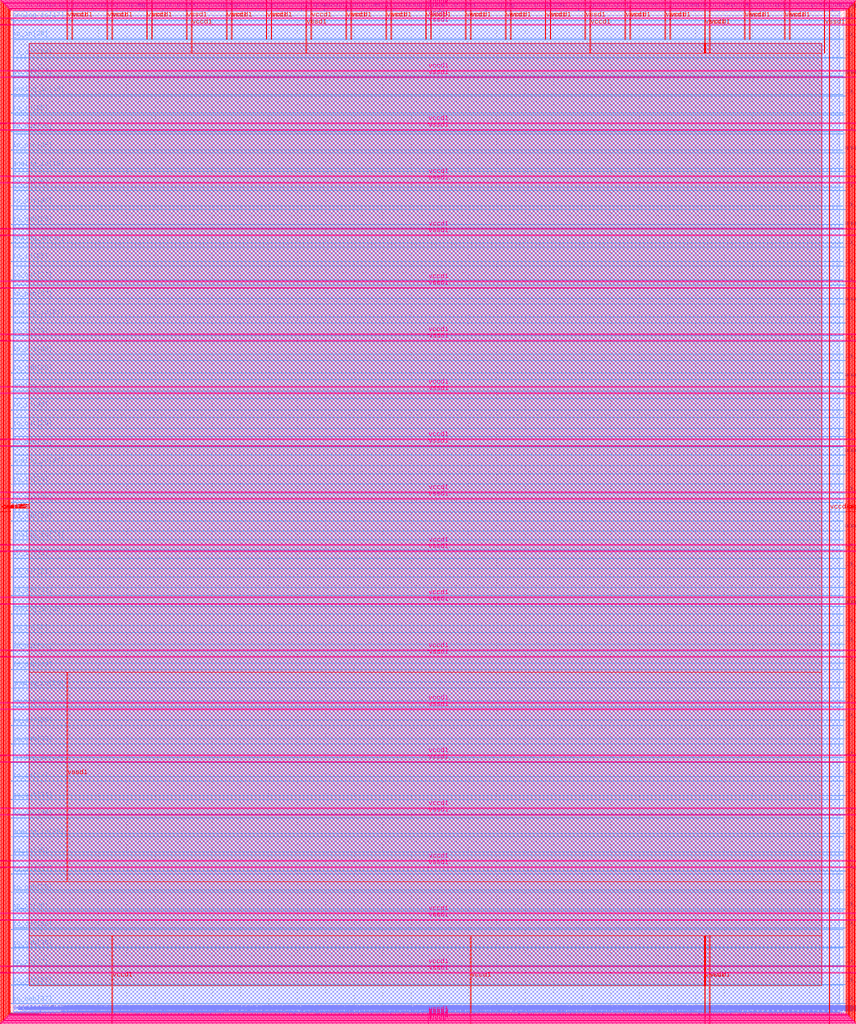
<source format=lef>
VERSION 5.7 ;
  NOWIREEXTENSIONATPIN ON ;
  DIVIDERCHAR "/" ;
  BUSBITCHARS "[]" ;
MACRO user_project_wrapper
  CLASS BLOCK ;
  FOREIGN user_project_wrapper ;
  ORIGIN 0.000 0.000 ;
  SIZE 2920.000 BY 3520.000 ;
  PIN analog_io[0]
    DIRECTION INOUT ;
    USE SIGNAL ;
    PORT
      LAYER met3 ;
        RECT 2917.600 1426.380 2924.800 1427.580 ;
    END
  END analog_io[0]
  PIN analog_io[10]
    DIRECTION INOUT ;
    USE SIGNAL ;
    PORT
      LAYER met2 ;
        RECT 2230.490 3517.600 2231.050 3524.800 ;
    END
  END analog_io[10]
  PIN analog_io[11]
    DIRECTION INOUT ;
    USE SIGNAL ;
    PORT
      LAYER met2 ;
        RECT 1905.730 3517.600 1906.290 3524.800 ;
    END
  END analog_io[11]
  PIN analog_io[12]
    DIRECTION INOUT ;
    USE SIGNAL ;
    PORT
      LAYER met2 ;
        RECT 1581.430 3517.600 1581.990 3524.800 ;
    END
  END analog_io[12]
  PIN analog_io[13]
    DIRECTION INOUT ;
    USE SIGNAL ;
    PORT
      LAYER met2 ;
        RECT 1257.130 3517.600 1257.690 3524.800 ;
    END
  END analog_io[13]
  PIN analog_io[14]
    DIRECTION INOUT ;
    USE SIGNAL ;
    PORT
      LAYER met2 ;
        RECT 932.370 3517.600 932.930 3524.800 ;
    END
  END analog_io[14]
  PIN analog_io[15]
    DIRECTION INOUT ;
    USE SIGNAL ;
    PORT
      LAYER met2 ;
        RECT 608.070 3517.600 608.630 3524.800 ;
    END
  END analog_io[15]
  PIN analog_io[16]
    DIRECTION INOUT ;
    USE SIGNAL ;
    PORT
      LAYER met2 ;
        RECT 283.770 3517.600 284.330 3524.800 ;
    END
  END analog_io[16]
  PIN analog_io[17]
    DIRECTION INOUT ;
    USE SIGNAL ;
    PORT
      LAYER met3 ;
        RECT -4.800 3486.100 2.400 3487.300 ;
    END
  END analog_io[17]
  PIN analog_io[18]
    DIRECTION INOUT ;
    USE SIGNAL ;
    PORT
      LAYER met3 ;
        RECT -4.800 3224.980 2.400 3226.180 ;
    END
  END analog_io[18]
  PIN analog_io[19]
    DIRECTION INOUT ;
    USE SIGNAL ;
    PORT
      LAYER met3 ;
        RECT -4.800 2964.540 2.400 2965.740 ;
    END
  END analog_io[19]
  PIN analog_io[1]
    DIRECTION INOUT ;
    USE SIGNAL ;
    PORT
      LAYER met3 ;
        RECT 2917.600 1692.260 2924.800 1693.460 ;
    END
  END analog_io[1]
  PIN analog_io[20]
    DIRECTION INOUT ;
    USE SIGNAL ;
    PORT
      LAYER met3 ;
        RECT -4.800 2703.420 2.400 2704.620 ;
    END
  END analog_io[20]
  PIN analog_io[21]
    DIRECTION INOUT ;
    USE SIGNAL ;
    PORT
      LAYER met3 ;
        RECT -4.800 2442.980 2.400 2444.180 ;
    END
  END analog_io[21]
  PIN analog_io[22]
    DIRECTION INOUT ;
    USE SIGNAL ;
    PORT
      LAYER met3 ;
        RECT -4.800 2182.540 2.400 2183.740 ;
    END
  END analog_io[22]
  PIN analog_io[23]
    DIRECTION INOUT ;
    USE SIGNAL ;
    PORT
      LAYER met3 ;
        RECT -4.800 1921.420 2.400 1922.620 ;
    END
  END analog_io[23]
  PIN analog_io[24]
    DIRECTION INOUT ;
    USE SIGNAL ;
    PORT
      LAYER met3 ;
        RECT -4.800 1660.980 2.400 1662.180 ;
    END
  END analog_io[24]
  PIN analog_io[25]
    DIRECTION INOUT ;
    USE SIGNAL ;
    PORT
      LAYER met3 ;
        RECT -4.800 1399.860 2.400 1401.060 ;
    END
  END analog_io[25]
  PIN analog_io[26]
    DIRECTION INOUT ;
    USE SIGNAL ;
    PORT
      LAYER met3 ;
        RECT -4.800 1139.420 2.400 1140.620 ;
    END
  END analog_io[26]
  PIN analog_io[27]
    DIRECTION INOUT ;
    USE SIGNAL ;
    PORT
      LAYER met3 ;
        RECT -4.800 878.980 2.400 880.180 ;
    END
  END analog_io[27]
  PIN analog_io[28]
    DIRECTION INOUT ;
    USE SIGNAL ;
    PORT
      LAYER met3 ;
        RECT -4.800 617.860 2.400 619.060 ;
    END
  END analog_io[28]
  PIN analog_io[2]
    DIRECTION INOUT ;
    USE SIGNAL ;
    PORT
      LAYER met3 ;
        RECT 2917.600 1958.140 2924.800 1959.340 ;
    END
  END analog_io[2]
  PIN analog_io[3]
    DIRECTION INOUT ;
    USE SIGNAL ;
    PORT
      LAYER met3 ;
        RECT 2917.600 2223.340 2924.800 2224.540 ;
    END
  END analog_io[3]
  PIN analog_io[4]
    DIRECTION INOUT ;
    USE SIGNAL ;
    PORT
      LAYER met3 ;
        RECT 2917.600 2489.220 2924.800 2490.420 ;
    END
  END analog_io[4]
  PIN analog_io[5]
    DIRECTION INOUT ;
    USE SIGNAL ;
    PORT
      LAYER met3 ;
        RECT 2917.600 2755.100 2924.800 2756.300 ;
    END
  END analog_io[5]
  PIN analog_io[6]
    DIRECTION INOUT ;
    USE SIGNAL ;
    PORT
      LAYER met3 ;
        RECT 2917.600 3020.300 2924.800 3021.500 ;
    END
  END analog_io[6]
  PIN analog_io[7]
    DIRECTION INOUT ;
    USE SIGNAL ;
    PORT
      LAYER met3 ;
        RECT 2917.600 3286.180 2924.800 3287.380 ;
    END
  END analog_io[7]
  PIN analog_io[8]
    DIRECTION INOUT ;
    USE SIGNAL ;
    PORT
      LAYER met2 ;
        RECT 2879.090 3517.600 2879.650 3524.800 ;
    END
  END analog_io[8]
  PIN analog_io[9]
    DIRECTION INOUT ;
    USE SIGNAL ;
    PORT
      LAYER met2 ;
        RECT 2554.790 3517.600 2555.350 3524.800 ;
    END
  END analog_io[9]
  PIN io_in[0]
    DIRECTION INPUT ;
    USE SIGNAL ;
    PORT
      LAYER met3 ;
        RECT 2917.600 32.380 2924.800 33.580 ;
    END
  END io_in[0]
  PIN io_in[10]
    DIRECTION INPUT ;
    USE SIGNAL ;
    PORT
      LAYER met3 ;
        RECT 2917.600 2289.980 2924.800 2291.180 ;
    END
  END io_in[10]
  PIN io_in[11]
    DIRECTION INPUT ;
    USE SIGNAL ;
    PORT
      LAYER met3 ;
        RECT 2917.600 2555.860 2924.800 2557.060 ;
    END
  END io_in[11]
  PIN io_in[12]
    DIRECTION INPUT ;
    USE SIGNAL ;
    PORT
      LAYER met3 ;
        RECT 2917.600 2821.060 2924.800 2822.260 ;
    END
  END io_in[12]
  PIN io_in[13]
    DIRECTION INPUT ;
    USE SIGNAL ;
    PORT
      LAYER met3 ;
        RECT 2917.600 3086.940 2924.800 3088.140 ;
    END
  END io_in[13]
  PIN io_in[14]
    DIRECTION INPUT ;
    USE SIGNAL ;
    PORT
      LAYER met3 ;
        RECT 2917.600 3352.820 2924.800 3354.020 ;
    END
  END io_in[14]
  PIN io_in[15]
    DIRECTION INPUT ;
    USE SIGNAL ;
    PORT
      LAYER met2 ;
        RECT 2798.130 3517.600 2798.690 3524.800 ;
    END
  END io_in[15]
  PIN io_in[16]
    DIRECTION INPUT ;
    USE SIGNAL ;
    PORT
      LAYER met2 ;
        RECT 2473.830 3517.600 2474.390 3524.800 ;
    END
  END io_in[16]
  PIN io_in[17]
    DIRECTION INPUT ;
    USE SIGNAL ;
    PORT
      LAYER met2 ;
        RECT 2149.070 3517.600 2149.630 3524.800 ;
    END
  END io_in[17]
  PIN io_in[18]
    DIRECTION INPUT ;
    USE SIGNAL ;
    PORT
      LAYER met2 ;
        RECT 1824.770 3517.600 1825.330 3524.800 ;
    END
  END io_in[18]
  PIN io_in[19]
    DIRECTION INPUT ;
    USE SIGNAL ;
    PORT
      LAYER met2 ;
        RECT 1500.470 3517.600 1501.030 3524.800 ;
    END
  END io_in[19]
  PIN io_in[1]
    DIRECTION INPUT ;
    USE SIGNAL ;
    PORT
      LAYER met3 ;
        RECT 2917.600 230.940 2924.800 232.140 ;
    END
  END io_in[1]
  PIN io_in[20]
    DIRECTION INPUT ;
    USE SIGNAL ;
    PORT
      LAYER met2 ;
        RECT 1175.710 3517.600 1176.270 3524.800 ;
    END
  END io_in[20]
  PIN io_in[21]
    DIRECTION INPUT ;
    USE SIGNAL ;
    PORT
      LAYER met2 ;
        RECT 851.410 3517.600 851.970 3524.800 ;
    END
  END io_in[21]
  PIN io_in[22]
    DIRECTION INPUT ;
    USE SIGNAL ;
    PORT
      LAYER met2 ;
        RECT 527.110 3517.600 527.670 3524.800 ;
    END
  END io_in[22]
  PIN io_in[23]
    DIRECTION INPUT ;
    USE SIGNAL ;
    PORT
      LAYER met2 ;
        RECT 202.350 3517.600 202.910 3524.800 ;
    END
  END io_in[23]
  PIN io_in[24]
    DIRECTION INPUT ;
    USE SIGNAL ;
    PORT
      LAYER met3 ;
        RECT -4.800 3420.820 2.400 3422.020 ;
    END
  END io_in[24]
  PIN io_in[25]
    DIRECTION INPUT ;
    USE SIGNAL ;
    PORT
      LAYER met3 ;
        RECT -4.800 3159.700 2.400 3160.900 ;
    END
  END io_in[25]
  PIN io_in[26]
    DIRECTION INPUT ;
    USE SIGNAL ;
    PORT
      LAYER met3 ;
        RECT -4.800 2899.260 2.400 2900.460 ;
    END
  END io_in[26]
  PIN io_in[27]
    DIRECTION INPUT ;
    USE SIGNAL ;
    PORT
      LAYER met3 ;
        RECT -4.800 2638.820 2.400 2640.020 ;
    END
  END io_in[27]
  PIN io_in[28]
    DIRECTION INPUT ;
    USE SIGNAL ;
    PORT
      LAYER met3 ;
        RECT -4.800 2377.700 2.400 2378.900 ;
    END
  END io_in[28]
  PIN io_in[29]
    DIRECTION INPUT ;
    USE SIGNAL ;
    PORT
      LAYER met3 ;
        RECT -4.800 2117.260 2.400 2118.460 ;
    END
  END io_in[29]
  PIN io_in[2]
    DIRECTION INPUT ;
    USE SIGNAL ;
    PORT
      LAYER met3 ;
        RECT 2917.600 430.180 2924.800 431.380 ;
    END
  END io_in[2]
  PIN io_in[30]
    DIRECTION INPUT ;
    USE SIGNAL ;
    PORT
      LAYER met3 ;
        RECT -4.800 1856.140 2.400 1857.340 ;
    END
  END io_in[30]
  PIN io_in[31]
    DIRECTION INPUT ;
    USE SIGNAL ;
    PORT
      LAYER met3 ;
        RECT -4.800 1595.700 2.400 1596.900 ;
    END
  END io_in[31]
  PIN io_in[32]
    DIRECTION INPUT ;
    USE SIGNAL ;
    PORT
      LAYER met3 ;
        RECT -4.800 1335.260 2.400 1336.460 ;
    END
  END io_in[32]
  PIN io_in[33]
    DIRECTION INPUT ;
    USE SIGNAL ;
    PORT
      LAYER met3 ;
        RECT -4.800 1074.140 2.400 1075.340 ;
    END
  END io_in[33]
  PIN io_in[34]
    DIRECTION INPUT ;
    USE SIGNAL ;
    PORT
      LAYER met3 ;
        RECT -4.800 813.700 2.400 814.900 ;
    END
  END io_in[34]
  PIN io_in[35]
    DIRECTION INPUT ;
    USE SIGNAL ;
    PORT
      LAYER met3 ;
        RECT -4.800 552.580 2.400 553.780 ;
    END
  END io_in[35]
  PIN io_in[36]
    DIRECTION INPUT ;
    USE SIGNAL ;
    PORT
      LAYER met3 ;
        RECT -4.800 357.420 2.400 358.620 ;
    END
  END io_in[36]
  PIN io_in[37]
    DIRECTION INPUT ;
    USE SIGNAL ;
    PORT
      LAYER met3 ;
        RECT -4.800 161.580 2.400 162.780 ;
    END
  END io_in[37]
  PIN io_in[3]
    DIRECTION INPUT ;
    USE SIGNAL ;
    PORT
      LAYER met3 ;
        RECT 2917.600 629.420 2924.800 630.620 ;
    END
  END io_in[3]
  PIN io_in[4]
    DIRECTION INPUT ;
    USE SIGNAL ;
    PORT
      LAYER met3 ;
        RECT 2917.600 828.660 2924.800 829.860 ;
    END
  END io_in[4]
  PIN io_in[5]
    DIRECTION INPUT ;
    USE SIGNAL ;
    PORT
      LAYER met3 ;
        RECT 2917.600 1027.900 2924.800 1029.100 ;
    END
  END io_in[5]
  PIN io_in[6]
    DIRECTION INPUT ;
    USE SIGNAL ;
    PORT
      LAYER met3 ;
        RECT 2917.600 1227.140 2924.800 1228.340 ;
    END
  END io_in[6]
  PIN io_in[7]
    DIRECTION INPUT ;
    USE SIGNAL ;
    PORT
      LAYER met3 ;
        RECT 2917.600 1493.020 2924.800 1494.220 ;
    END
  END io_in[7]
  PIN io_in[8]
    DIRECTION INPUT ;
    USE SIGNAL ;
    PORT
      LAYER met3 ;
        RECT 2917.600 1758.900 2924.800 1760.100 ;
    END
  END io_in[8]
  PIN io_in[9]
    DIRECTION INPUT ;
    USE SIGNAL ;
    PORT
      LAYER met3 ;
        RECT 2917.600 2024.100 2924.800 2025.300 ;
    END
  END io_in[9]
  PIN io_oeb[0]
    DIRECTION OUTPUT TRISTATE ;
    USE SIGNAL ;
    PORT
      LAYER met3 ;
        RECT 2917.600 164.980 2924.800 166.180 ;
    END
  END io_oeb[0]
  PIN io_oeb[10]
    DIRECTION OUTPUT TRISTATE ;
    USE SIGNAL ;
    PORT
      LAYER met3 ;
        RECT 2917.600 2422.580 2924.800 2423.780 ;
    END
  END io_oeb[10]
  PIN io_oeb[11]
    DIRECTION OUTPUT TRISTATE ;
    USE SIGNAL ;
    PORT
      LAYER met3 ;
        RECT 2917.600 2688.460 2924.800 2689.660 ;
    END
  END io_oeb[11]
  PIN io_oeb[12]
    DIRECTION OUTPUT TRISTATE ;
    USE SIGNAL ;
    PORT
      LAYER met3 ;
        RECT 2917.600 2954.340 2924.800 2955.540 ;
    END
  END io_oeb[12]
  PIN io_oeb[13]
    DIRECTION OUTPUT TRISTATE ;
    USE SIGNAL ;
    PORT
      LAYER met3 ;
        RECT 2917.600 3219.540 2924.800 3220.740 ;
    END
  END io_oeb[13]
  PIN io_oeb[14]
    DIRECTION OUTPUT TRISTATE ;
    USE SIGNAL ;
    PORT
      LAYER met3 ;
        RECT 2917.600 3485.420 2924.800 3486.620 ;
    END
  END io_oeb[14]
  PIN io_oeb[15]
    DIRECTION OUTPUT TRISTATE ;
    USE SIGNAL ;
    PORT
      LAYER met2 ;
        RECT 2635.750 3517.600 2636.310 3524.800 ;
    END
  END io_oeb[15]
  PIN io_oeb[16]
    DIRECTION OUTPUT TRISTATE ;
    USE SIGNAL ;
    PORT
      LAYER met2 ;
        RECT 2311.450 3517.600 2312.010 3524.800 ;
    END
  END io_oeb[16]
  PIN io_oeb[17]
    DIRECTION OUTPUT TRISTATE ;
    USE SIGNAL ;
    PORT
      LAYER met2 ;
        RECT 1987.150 3517.600 1987.710 3524.800 ;
    END
  END io_oeb[17]
  PIN io_oeb[18]
    DIRECTION OUTPUT TRISTATE ;
    USE SIGNAL ;
    PORT
      LAYER met2 ;
        RECT 1662.390 3517.600 1662.950 3524.800 ;
    END
  END io_oeb[18]
  PIN io_oeb[19]
    DIRECTION OUTPUT TRISTATE ;
    USE SIGNAL ;
    PORT
      LAYER met2 ;
        RECT 1338.090 3517.600 1338.650 3524.800 ;
    END
  END io_oeb[19]
  PIN io_oeb[1]
    DIRECTION OUTPUT TRISTATE ;
    USE SIGNAL ;
    PORT
      LAYER met3 ;
        RECT 2917.600 364.220 2924.800 365.420 ;
    END
  END io_oeb[1]
  PIN io_oeb[20]
    DIRECTION OUTPUT TRISTATE ;
    USE SIGNAL ;
    PORT
      LAYER met2 ;
        RECT 1013.790 3517.600 1014.350 3524.800 ;
    END
  END io_oeb[20]
  PIN io_oeb[21]
    DIRECTION OUTPUT TRISTATE ;
    USE SIGNAL ;
    PORT
      LAYER met2 ;
        RECT 689.030 3517.600 689.590 3524.800 ;
    END
  END io_oeb[21]
  PIN io_oeb[22]
    DIRECTION OUTPUT TRISTATE ;
    USE SIGNAL ;
    PORT
      LAYER met2 ;
        RECT 364.730 3517.600 365.290 3524.800 ;
    END
  END io_oeb[22]
  PIN io_oeb[23]
    DIRECTION OUTPUT TRISTATE ;
    USE SIGNAL ;
    PORT
      LAYER met2 ;
        RECT 40.430 3517.600 40.990 3524.800 ;
    END
  END io_oeb[23]
  PIN io_oeb[24]
    DIRECTION OUTPUT TRISTATE ;
    USE SIGNAL ;
    PORT
      LAYER met3 ;
        RECT -4.800 3290.260 2.400 3291.460 ;
    END
  END io_oeb[24]
  PIN io_oeb[25]
    DIRECTION OUTPUT TRISTATE ;
    USE SIGNAL ;
    PORT
      LAYER met3 ;
        RECT -4.800 3029.820 2.400 3031.020 ;
    END
  END io_oeb[25]
  PIN io_oeb[26]
    DIRECTION OUTPUT TRISTATE ;
    USE SIGNAL ;
    PORT
      LAYER met3 ;
        RECT -4.800 2768.700 2.400 2769.900 ;
    END
  END io_oeb[26]
  PIN io_oeb[27]
    DIRECTION OUTPUT TRISTATE ;
    USE SIGNAL ;
    PORT
      LAYER met3 ;
        RECT -4.800 2508.260 2.400 2509.460 ;
    END
  END io_oeb[27]
  PIN io_oeb[28]
    DIRECTION OUTPUT TRISTATE ;
    USE SIGNAL ;
    PORT
      LAYER met3 ;
        RECT -4.800 2247.140 2.400 2248.340 ;
    END
  END io_oeb[28]
  PIN io_oeb[29]
    DIRECTION OUTPUT TRISTATE ;
    USE SIGNAL ;
    PORT
      LAYER met3 ;
        RECT -4.800 1986.700 2.400 1987.900 ;
    END
  END io_oeb[29]
  PIN io_oeb[2]
    DIRECTION OUTPUT TRISTATE ;
    USE SIGNAL ;
    PORT
      LAYER met3 ;
        RECT 2917.600 563.460 2924.800 564.660 ;
    END
  END io_oeb[2]
  PIN io_oeb[30]
    DIRECTION OUTPUT TRISTATE ;
    USE SIGNAL ;
    PORT
      LAYER met3 ;
        RECT -4.800 1726.260 2.400 1727.460 ;
    END
  END io_oeb[30]
  PIN io_oeb[31]
    DIRECTION OUTPUT TRISTATE ;
    USE SIGNAL ;
    PORT
      LAYER met3 ;
        RECT -4.800 1465.140 2.400 1466.340 ;
    END
  END io_oeb[31]
  PIN io_oeb[32]
    DIRECTION OUTPUT TRISTATE ;
    USE SIGNAL ;
    PORT
      LAYER met3 ;
        RECT -4.800 1204.700 2.400 1205.900 ;
    END
  END io_oeb[32]
  PIN io_oeb[33]
    DIRECTION OUTPUT TRISTATE ;
    USE SIGNAL ;
    PORT
      LAYER met3 ;
        RECT -4.800 943.580 2.400 944.780 ;
    END
  END io_oeb[33]
  PIN io_oeb[34]
    DIRECTION OUTPUT TRISTATE ;
    USE SIGNAL ;
    PORT
      LAYER met3 ;
        RECT -4.800 683.140 2.400 684.340 ;
    END
  END io_oeb[34]
  PIN io_oeb[35]
    DIRECTION OUTPUT TRISTATE ;
    USE SIGNAL ;
    PORT
      LAYER met3 ;
        RECT -4.800 422.700 2.400 423.900 ;
    END
  END io_oeb[35]
  PIN io_oeb[36]
    DIRECTION OUTPUT TRISTATE ;
    USE SIGNAL ;
    PORT
      LAYER met3 ;
        RECT -4.800 226.860 2.400 228.060 ;
    END
  END io_oeb[36]
  PIN io_oeb[37]
    DIRECTION OUTPUT TRISTATE ;
    USE SIGNAL ;
    PORT
      LAYER met3 ;
        RECT -4.800 31.700 2.400 32.900 ;
    END
  END io_oeb[37]
  PIN io_oeb[3]
    DIRECTION OUTPUT TRISTATE ;
    USE SIGNAL ;
    PORT
      LAYER met3 ;
        RECT 2917.600 762.700 2924.800 763.900 ;
    END
  END io_oeb[3]
  PIN io_oeb[4]
    DIRECTION OUTPUT TRISTATE ;
    USE SIGNAL ;
    PORT
      LAYER met3 ;
        RECT 2917.600 961.940 2924.800 963.140 ;
    END
  END io_oeb[4]
  PIN io_oeb[5]
    DIRECTION OUTPUT TRISTATE ;
    USE SIGNAL ;
    PORT
      LAYER met3 ;
        RECT 2917.600 1161.180 2924.800 1162.380 ;
    END
  END io_oeb[5]
  PIN io_oeb[6]
    DIRECTION OUTPUT TRISTATE ;
    USE SIGNAL ;
    PORT
      LAYER met3 ;
        RECT 2917.600 1360.420 2924.800 1361.620 ;
    END
  END io_oeb[6]
  PIN io_oeb[7]
    DIRECTION OUTPUT TRISTATE ;
    USE SIGNAL ;
    PORT
      LAYER met3 ;
        RECT 2917.600 1625.620 2924.800 1626.820 ;
    END
  END io_oeb[7]
  PIN io_oeb[8]
    DIRECTION OUTPUT TRISTATE ;
    USE SIGNAL ;
    PORT
      LAYER met3 ;
        RECT 2917.600 1891.500 2924.800 1892.700 ;
    END
  END io_oeb[8]
  PIN io_oeb[9]
    DIRECTION OUTPUT TRISTATE ;
    USE SIGNAL ;
    PORT
      LAYER met3 ;
        RECT 2917.600 2157.380 2924.800 2158.580 ;
    END
  END io_oeb[9]
  PIN io_out[0]
    DIRECTION OUTPUT TRISTATE ;
    USE SIGNAL ;
    PORT
      LAYER met3 ;
        RECT 2917.600 98.340 2924.800 99.540 ;
    END
  END io_out[0]
  PIN io_out[10]
    DIRECTION OUTPUT TRISTATE ;
    USE SIGNAL ;
    PORT
      LAYER met3 ;
        RECT 2917.600 2356.620 2924.800 2357.820 ;
    END
  END io_out[10]
  PIN io_out[11]
    DIRECTION OUTPUT TRISTATE ;
    USE SIGNAL ;
    PORT
      LAYER met3 ;
        RECT 2917.600 2621.820 2924.800 2623.020 ;
    END
  END io_out[11]
  PIN io_out[12]
    DIRECTION OUTPUT TRISTATE ;
    USE SIGNAL ;
    PORT
      LAYER met3 ;
        RECT 2917.600 2887.700 2924.800 2888.900 ;
    END
  END io_out[12]
  PIN io_out[13]
    DIRECTION OUTPUT TRISTATE ;
    USE SIGNAL ;
    PORT
      LAYER met3 ;
        RECT 2917.600 3153.580 2924.800 3154.780 ;
    END
  END io_out[13]
  PIN io_out[14]
    DIRECTION OUTPUT TRISTATE ;
    USE SIGNAL ;
    PORT
      LAYER met3 ;
        RECT 2917.600 3418.780 2924.800 3419.980 ;
    END
  END io_out[14]
  PIN io_out[15]
    DIRECTION OUTPUT TRISTATE ;
    USE SIGNAL ;
    PORT
      LAYER met2 ;
        RECT 2717.170 3517.600 2717.730 3524.800 ;
    END
  END io_out[15]
  PIN io_out[16]
    DIRECTION OUTPUT TRISTATE ;
    USE SIGNAL ;
    PORT
      LAYER met2 ;
        RECT 2392.410 3517.600 2392.970 3524.800 ;
    END
  END io_out[16]
  PIN io_out[17]
    DIRECTION OUTPUT TRISTATE ;
    USE SIGNAL ;
    PORT
      LAYER met2 ;
        RECT 2068.110 3517.600 2068.670 3524.800 ;
    END
  END io_out[17]
  PIN io_out[18]
    DIRECTION OUTPUT TRISTATE ;
    USE SIGNAL ;
    PORT
      LAYER met2 ;
        RECT 1743.810 3517.600 1744.370 3524.800 ;
    END
  END io_out[18]
  PIN io_out[19]
    DIRECTION OUTPUT TRISTATE ;
    USE SIGNAL ;
    PORT
      LAYER met2 ;
        RECT 1419.050 3517.600 1419.610 3524.800 ;
    END
  END io_out[19]
  PIN io_out[1]
    DIRECTION OUTPUT TRISTATE ;
    USE SIGNAL ;
    PORT
      LAYER met3 ;
        RECT 2917.600 297.580 2924.800 298.780 ;
    END
  END io_out[1]
  PIN io_out[20]
    DIRECTION OUTPUT TRISTATE ;
    USE SIGNAL ;
    PORT
      LAYER met2 ;
        RECT 1094.750 3517.600 1095.310 3524.800 ;
    END
  END io_out[20]
  PIN io_out[21]
    DIRECTION OUTPUT TRISTATE ;
    USE SIGNAL ;
    PORT
      LAYER met2 ;
        RECT 770.450 3517.600 771.010 3524.800 ;
    END
  END io_out[21]
  PIN io_out[22]
    DIRECTION OUTPUT TRISTATE ;
    USE SIGNAL ;
    PORT
      LAYER met2 ;
        RECT 445.690 3517.600 446.250 3524.800 ;
    END
  END io_out[22]
  PIN io_out[23]
    DIRECTION OUTPUT TRISTATE ;
    USE SIGNAL ;
    PORT
      LAYER met2 ;
        RECT 121.390 3517.600 121.950 3524.800 ;
    END
  END io_out[23]
  PIN io_out[24]
    DIRECTION OUTPUT TRISTATE ;
    USE SIGNAL ;
    PORT
      LAYER met3 ;
        RECT -4.800 3355.540 2.400 3356.740 ;
    END
  END io_out[24]
  PIN io_out[25]
    DIRECTION OUTPUT TRISTATE ;
    USE SIGNAL ;
    PORT
      LAYER met3 ;
        RECT -4.800 3095.100 2.400 3096.300 ;
    END
  END io_out[25]
  PIN io_out[26]
    DIRECTION OUTPUT TRISTATE ;
    USE SIGNAL ;
    PORT
      LAYER met3 ;
        RECT -4.800 2833.980 2.400 2835.180 ;
    END
  END io_out[26]
  PIN io_out[27]
    DIRECTION OUTPUT TRISTATE ;
    USE SIGNAL ;
    PORT
      LAYER met3 ;
        RECT -4.800 2573.540 2.400 2574.740 ;
    END
  END io_out[27]
  PIN io_out[28]
    DIRECTION OUTPUT TRISTATE ;
    USE SIGNAL ;
    PORT
      LAYER met3 ;
        RECT -4.800 2312.420 2.400 2313.620 ;
    END
  END io_out[28]
  PIN io_out[29]
    DIRECTION OUTPUT TRISTATE ;
    USE SIGNAL ;
    PORT
      LAYER met3 ;
        RECT -4.800 2051.980 2.400 2053.180 ;
    END
  END io_out[29]
  PIN io_out[2]
    DIRECTION OUTPUT TRISTATE ;
    USE SIGNAL ;
    PORT
      LAYER met3 ;
        RECT 2917.600 496.820 2924.800 498.020 ;
    END
  END io_out[2]
  PIN io_out[30]
    DIRECTION OUTPUT TRISTATE ;
    USE SIGNAL ;
    PORT
      LAYER met3 ;
        RECT -4.800 1791.540 2.400 1792.740 ;
    END
  END io_out[30]
  PIN io_out[31]
    DIRECTION OUTPUT TRISTATE ;
    USE SIGNAL ;
    PORT
      LAYER met3 ;
        RECT -4.800 1530.420 2.400 1531.620 ;
    END
  END io_out[31]
  PIN io_out[32]
    DIRECTION OUTPUT TRISTATE ;
    USE SIGNAL ;
    PORT
      LAYER met3 ;
        RECT -4.800 1269.980 2.400 1271.180 ;
    END
  END io_out[32]
  PIN io_out[33]
    DIRECTION OUTPUT TRISTATE ;
    USE SIGNAL ;
    PORT
      LAYER met3 ;
        RECT -4.800 1008.860 2.400 1010.060 ;
    END
  END io_out[33]
  PIN io_out[34]
    DIRECTION OUTPUT TRISTATE ;
    USE SIGNAL ;
    PORT
      LAYER met3 ;
        RECT -4.800 748.420 2.400 749.620 ;
    END
  END io_out[34]
  PIN io_out[35]
    DIRECTION OUTPUT TRISTATE ;
    USE SIGNAL ;
    PORT
      LAYER met3 ;
        RECT -4.800 487.300 2.400 488.500 ;
    END
  END io_out[35]
  PIN io_out[36]
    DIRECTION OUTPUT TRISTATE ;
    USE SIGNAL ;
    PORT
      LAYER met3 ;
        RECT -4.800 292.140 2.400 293.340 ;
    END
  END io_out[36]
  PIN io_out[37]
    DIRECTION OUTPUT TRISTATE ;
    USE SIGNAL ;
    PORT
      LAYER met3 ;
        RECT -4.800 96.300 2.400 97.500 ;
    END
  END io_out[37]
  PIN io_out[3]
    DIRECTION OUTPUT TRISTATE ;
    USE SIGNAL ;
    PORT
      LAYER met3 ;
        RECT 2917.600 696.060 2924.800 697.260 ;
    END
  END io_out[3]
  PIN io_out[4]
    DIRECTION OUTPUT TRISTATE ;
    USE SIGNAL ;
    PORT
      LAYER met3 ;
        RECT 2917.600 895.300 2924.800 896.500 ;
    END
  END io_out[4]
  PIN io_out[5]
    DIRECTION OUTPUT TRISTATE ;
    USE SIGNAL ;
    PORT
      LAYER met3 ;
        RECT 2917.600 1094.540 2924.800 1095.740 ;
    END
  END io_out[5]
  PIN io_out[6]
    DIRECTION OUTPUT TRISTATE ;
    USE SIGNAL ;
    PORT
      LAYER met3 ;
        RECT 2917.600 1293.780 2924.800 1294.980 ;
    END
  END io_out[6]
  PIN io_out[7]
    DIRECTION OUTPUT TRISTATE ;
    USE SIGNAL ;
    PORT
      LAYER met3 ;
        RECT 2917.600 1559.660 2924.800 1560.860 ;
    END
  END io_out[7]
  PIN io_out[8]
    DIRECTION OUTPUT TRISTATE ;
    USE SIGNAL ;
    PORT
      LAYER met3 ;
        RECT 2917.600 1824.860 2924.800 1826.060 ;
    END
  END io_out[8]
  PIN io_out[9]
    DIRECTION OUTPUT TRISTATE ;
    USE SIGNAL ;
    PORT
      LAYER met3 ;
        RECT 2917.600 2090.740 2924.800 2091.940 ;
    END
  END io_out[9]
  PIN la_data_in[0]
    DIRECTION INPUT ;
    USE SIGNAL ;
    PORT
      LAYER met2 ;
        RECT 629.230 -4.800 629.790 2.400 ;
    END
  END la_data_in[0]
  PIN la_data_in[100]
    DIRECTION INPUT ;
    USE SIGNAL ;
    PORT
      LAYER met2 ;
        RECT 2402.530 -4.800 2403.090 2.400 ;
    END
  END la_data_in[100]
  PIN la_data_in[101]
    DIRECTION INPUT ;
    USE SIGNAL ;
    PORT
      LAYER met2 ;
        RECT 2420.010 -4.800 2420.570 2.400 ;
    END
  END la_data_in[101]
  PIN la_data_in[102]
    DIRECTION INPUT ;
    USE SIGNAL ;
    PORT
      LAYER met2 ;
        RECT 2437.950 -4.800 2438.510 2.400 ;
    END
  END la_data_in[102]
  PIN la_data_in[103]
    DIRECTION INPUT ;
    USE SIGNAL ;
    PORT
      LAYER met2 ;
        RECT 2455.430 -4.800 2455.990 2.400 ;
    END
  END la_data_in[103]
  PIN la_data_in[104]
    DIRECTION INPUT ;
    USE SIGNAL ;
    PORT
      LAYER met2 ;
        RECT 2473.370 -4.800 2473.930 2.400 ;
    END
  END la_data_in[104]
  PIN la_data_in[105]
    DIRECTION INPUT ;
    USE SIGNAL ;
    PORT
      LAYER met2 ;
        RECT 2490.850 -4.800 2491.410 2.400 ;
    END
  END la_data_in[105]
  PIN la_data_in[106]
    DIRECTION INPUT ;
    USE SIGNAL ;
    PORT
      LAYER met2 ;
        RECT 2508.790 -4.800 2509.350 2.400 ;
    END
  END la_data_in[106]
  PIN la_data_in[107]
    DIRECTION INPUT ;
    USE SIGNAL ;
    PORT
      LAYER met2 ;
        RECT 2526.730 -4.800 2527.290 2.400 ;
    END
  END la_data_in[107]
  PIN la_data_in[108]
    DIRECTION INPUT ;
    USE SIGNAL ;
    PORT
      LAYER met2 ;
        RECT 2544.210 -4.800 2544.770 2.400 ;
    END
  END la_data_in[108]
  PIN la_data_in[109]
    DIRECTION INPUT ;
    USE SIGNAL ;
    PORT
      LAYER met2 ;
        RECT 2562.150 -4.800 2562.710 2.400 ;
    END
  END la_data_in[109]
  PIN la_data_in[10]
    DIRECTION INPUT ;
    USE SIGNAL ;
    PORT
      LAYER met2 ;
        RECT 806.330 -4.800 806.890 2.400 ;
    END
  END la_data_in[10]
  PIN la_data_in[110]
    DIRECTION INPUT ;
    USE SIGNAL ;
    PORT
      LAYER met2 ;
        RECT 2579.630 -4.800 2580.190 2.400 ;
    END
  END la_data_in[110]
  PIN la_data_in[111]
    DIRECTION INPUT ;
    USE SIGNAL ;
    PORT
      LAYER met2 ;
        RECT 2597.570 -4.800 2598.130 2.400 ;
    END
  END la_data_in[111]
  PIN la_data_in[112]
    DIRECTION INPUT ;
    USE SIGNAL ;
    PORT
      LAYER met2 ;
        RECT 2615.050 -4.800 2615.610 2.400 ;
    END
  END la_data_in[112]
  PIN la_data_in[113]
    DIRECTION INPUT ;
    USE SIGNAL ;
    PORT
      LAYER met2 ;
        RECT 2632.990 -4.800 2633.550 2.400 ;
    END
  END la_data_in[113]
  PIN la_data_in[114]
    DIRECTION INPUT ;
    USE SIGNAL ;
    PORT
      LAYER met2 ;
        RECT 2650.470 -4.800 2651.030 2.400 ;
    END
  END la_data_in[114]
  PIN la_data_in[115]
    DIRECTION INPUT ;
    USE SIGNAL ;
    PORT
      LAYER met2 ;
        RECT 2668.410 -4.800 2668.970 2.400 ;
    END
  END la_data_in[115]
  PIN la_data_in[116]
    DIRECTION INPUT ;
    USE SIGNAL ;
    PORT
      LAYER met2 ;
        RECT 2685.890 -4.800 2686.450 2.400 ;
    END
  END la_data_in[116]
  PIN la_data_in[117]
    DIRECTION INPUT ;
    USE SIGNAL ;
    PORT
      LAYER met2 ;
        RECT 2703.830 -4.800 2704.390 2.400 ;
    END
  END la_data_in[117]
  PIN la_data_in[118]
    DIRECTION INPUT ;
    USE SIGNAL ;
    PORT
      LAYER met2 ;
        RECT 2721.770 -4.800 2722.330 2.400 ;
    END
  END la_data_in[118]
  PIN la_data_in[119]
    DIRECTION INPUT ;
    USE SIGNAL ;
    PORT
      LAYER met2 ;
        RECT 2739.250 -4.800 2739.810 2.400 ;
    END
  END la_data_in[119]
  PIN la_data_in[11]
    DIRECTION INPUT ;
    USE SIGNAL ;
    PORT
      LAYER met2 ;
        RECT 824.270 -4.800 824.830 2.400 ;
    END
  END la_data_in[11]
  PIN la_data_in[120]
    DIRECTION INPUT ;
    USE SIGNAL ;
    PORT
      LAYER met2 ;
        RECT 2757.190 -4.800 2757.750 2.400 ;
    END
  END la_data_in[120]
  PIN la_data_in[121]
    DIRECTION INPUT ;
    USE SIGNAL ;
    PORT
      LAYER met2 ;
        RECT 2774.670 -4.800 2775.230 2.400 ;
    END
  END la_data_in[121]
  PIN la_data_in[122]
    DIRECTION INPUT ;
    USE SIGNAL ;
    PORT
      LAYER met2 ;
        RECT 2792.610 -4.800 2793.170 2.400 ;
    END
  END la_data_in[122]
  PIN la_data_in[123]
    DIRECTION INPUT ;
    USE SIGNAL ;
    PORT
      LAYER met2 ;
        RECT 2810.090 -4.800 2810.650 2.400 ;
    END
  END la_data_in[123]
  PIN la_data_in[124]
    DIRECTION INPUT ;
    USE SIGNAL ;
    PORT
      LAYER met2 ;
        RECT 2828.030 -4.800 2828.590 2.400 ;
    END
  END la_data_in[124]
  PIN la_data_in[125]
    DIRECTION INPUT ;
    USE SIGNAL ;
    PORT
      LAYER met2 ;
        RECT 2845.510 -4.800 2846.070 2.400 ;
    END
  END la_data_in[125]
  PIN la_data_in[126]
    DIRECTION INPUT ;
    USE SIGNAL ;
    PORT
      LAYER met2 ;
        RECT 2863.450 -4.800 2864.010 2.400 ;
    END
  END la_data_in[126]
  PIN la_data_in[127]
    DIRECTION INPUT ;
    USE SIGNAL ;
    PORT
      LAYER met2 ;
        RECT 2881.390 -4.800 2881.950 2.400 ;
    END
  END la_data_in[127]
  PIN la_data_in[12]
    DIRECTION INPUT ;
    USE SIGNAL ;
    PORT
      LAYER met2 ;
        RECT 841.750 -4.800 842.310 2.400 ;
    END
  END la_data_in[12]
  PIN la_data_in[13]
    DIRECTION INPUT ;
    USE SIGNAL ;
    PORT
      LAYER met2 ;
        RECT 859.690 -4.800 860.250 2.400 ;
    END
  END la_data_in[13]
  PIN la_data_in[14]
    DIRECTION INPUT ;
    USE SIGNAL ;
    PORT
      LAYER met2 ;
        RECT 877.170 -4.800 877.730 2.400 ;
    END
  END la_data_in[14]
  PIN la_data_in[15]
    DIRECTION INPUT ;
    USE SIGNAL ;
    PORT
      LAYER met2 ;
        RECT 895.110 -4.800 895.670 2.400 ;
    END
  END la_data_in[15]
  PIN la_data_in[16]
    DIRECTION INPUT ;
    USE SIGNAL ;
    PORT
      LAYER met2 ;
        RECT 912.590 -4.800 913.150 2.400 ;
    END
  END la_data_in[16]
  PIN la_data_in[17]
    DIRECTION INPUT ;
    USE SIGNAL ;
    PORT
      LAYER met2 ;
        RECT 930.530 -4.800 931.090 2.400 ;
    END
  END la_data_in[17]
  PIN la_data_in[18]
    DIRECTION INPUT ;
    USE SIGNAL ;
    PORT
      LAYER met2 ;
        RECT 948.470 -4.800 949.030 2.400 ;
    END
  END la_data_in[18]
  PIN la_data_in[19]
    DIRECTION INPUT ;
    USE SIGNAL ;
    PORT
      LAYER met2 ;
        RECT 965.950 -4.800 966.510 2.400 ;
    END
  END la_data_in[19]
  PIN la_data_in[1]
    DIRECTION INPUT ;
    USE SIGNAL ;
    PORT
      LAYER met2 ;
        RECT 646.710 -4.800 647.270 2.400 ;
    END
  END la_data_in[1]
  PIN la_data_in[20]
    DIRECTION INPUT ;
    USE SIGNAL ;
    PORT
      LAYER met2 ;
        RECT 983.890 -4.800 984.450 2.400 ;
    END
  END la_data_in[20]
  PIN la_data_in[21]
    DIRECTION INPUT ;
    USE SIGNAL ;
    PORT
      LAYER met2 ;
        RECT 1001.370 -4.800 1001.930 2.400 ;
    END
  END la_data_in[21]
  PIN la_data_in[22]
    DIRECTION INPUT ;
    USE SIGNAL ;
    PORT
      LAYER met2 ;
        RECT 1019.310 -4.800 1019.870 2.400 ;
    END
  END la_data_in[22]
  PIN la_data_in[23]
    DIRECTION INPUT ;
    USE SIGNAL ;
    PORT
      LAYER met2 ;
        RECT 1036.790 -4.800 1037.350 2.400 ;
    END
  END la_data_in[23]
  PIN la_data_in[24]
    DIRECTION INPUT ;
    USE SIGNAL ;
    PORT
      LAYER met2 ;
        RECT 1054.730 -4.800 1055.290 2.400 ;
    END
  END la_data_in[24]
  PIN la_data_in[25]
    DIRECTION INPUT ;
    USE SIGNAL ;
    PORT
      LAYER met2 ;
        RECT 1072.210 -4.800 1072.770 2.400 ;
    END
  END la_data_in[25]
  PIN la_data_in[26]
    DIRECTION INPUT ;
    USE SIGNAL ;
    PORT
      LAYER met2 ;
        RECT 1090.150 -4.800 1090.710 2.400 ;
    END
  END la_data_in[26]
  PIN la_data_in[27]
    DIRECTION INPUT ;
    USE SIGNAL ;
    PORT
      LAYER met2 ;
        RECT 1107.630 -4.800 1108.190 2.400 ;
    END
  END la_data_in[27]
  PIN la_data_in[28]
    DIRECTION INPUT ;
    USE SIGNAL ;
    PORT
      LAYER met2 ;
        RECT 1125.570 -4.800 1126.130 2.400 ;
    END
  END la_data_in[28]
  PIN la_data_in[29]
    DIRECTION INPUT ;
    USE SIGNAL ;
    PORT
      LAYER met2 ;
        RECT 1143.510 -4.800 1144.070 2.400 ;
    END
  END la_data_in[29]
  PIN la_data_in[2]
    DIRECTION INPUT ;
    USE SIGNAL ;
    PORT
      LAYER met2 ;
        RECT 664.650 -4.800 665.210 2.400 ;
    END
  END la_data_in[2]
  PIN la_data_in[30]
    DIRECTION INPUT ;
    USE SIGNAL ;
    PORT
      LAYER met2 ;
        RECT 1160.990 -4.800 1161.550 2.400 ;
    END
  END la_data_in[30]
  PIN la_data_in[31]
    DIRECTION INPUT ;
    USE SIGNAL ;
    PORT
      LAYER met2 ;
        RECT 1178.930 -4.800 1179.490 2.400 ;
    END
  END la_data_in[31]
  PIN la_data_in[32]
    DIRECTION INPUT ;
    USE SIGNAL ;
    PORT
      LAYER met2 ;
        RECT 1196.410 -4.800 1196.970 2.400 ;
    END
  END la_data_in[32]
  PIN la_data_in[33]
    DIRECTION INPUT ;
    USE SIGNAL ;
    PORT
      LAYER met2 ;
        RECT 1214.350 -4.800 1214.910 2.400 ;
    END
  END la_data_in[33]
  PIN la_data_in[34]
    DIRECTION INPUT ;
    USE SIGNAL ;
    PORT
      LAYER met2 ;
        RECT 1231.830 -4.800 1232.390 2.400 ;
    END
  END la_data_in[34]
  PIN la_data_in[35]
    DIRECTION INPUT ;
    USE SIGNAL ;
    PORT
      LAYER met2 ;
        RECT 1249.770 -4.800 1250.330 2.400 ;
    END
  END la_data_in[35]
  PIN la_data_in[36]
    DIRECTION INPUT ;
    USE SIGNAL ;
    PORT
      LAYER met2 ;
        RECT 1267.250 -4.800 1267.810 2.400 ;
    END
  END la_data_in[36]
  PIN la_data_in[37]
    DIRECTION INPUT ;
    USE SIGNAL ;
    PORT
      LAYER met2 ;
        RECT 1285.190 -4.800 1285.750 2.400 ;
    END
  END la_data_in[37]
  PIN la_data_in[38]
    DIRECTION INPUT ;
    USE SIGNAL ;
    PORT
      LAYER met2 ;
        RECT 1303.130 -4.800 1303.690 2.400 ;
    END
  END la_data_in[38]
  PIN la_data_in[39]
    DIRECTION INPUT ;
    USE SIGNAL ;
    PORT
      LAYER met2 ;
        RECT 1320.610 -4.800 1321.170 2.400 ;
    END
  END la_data_in[39]
  PIN la_data_in[3]
    DIRECTION INPUT ;
    USE SIGNAL ;
    PORT
      LAYER met2 ;
        RECT 682.130 -4.800 682.690 2.400 ;
    END
  END la_data_in[3]
  PIN la_data_in[40]
    DIRECTION INPUT ;
    USE SIGNAL ;
    PORT
      LAYER met2 ;
        RECT 1338.550 -4.800 1339.110 2.400 ;
    END
  END la_data_in[40]
  PIN la_data_in[41]
    DIRECTION INPUT ;
    USE SIGNAL ;
    PORT
      LAYER met2 ;
        RECT 1356.030 -4.800 1356.590 2.400 ;
    END
  END la_data_in[41]
  PIN la_data_in[42]
    DIRECTION INPUT ;
    USE SIGNAL ;
    PORT
      LAYER met2 ;
        RECT 1373.970 -4.800 1374.530 2.400 ;
    END
  END la_data_in[42]
  PIN la_data_in[43]
    DIRECTION INPUT ;
    USE SIGNAL ;
    PORT
      LAYER met2 ;
        RECT 1391.450 -4.800 1392.010 2.400 ;
    END
  END la_data_in[43]
  PIN la_data_in[44]
    DIRECTION INPUT ;
    USE SIGNAL ;
    PORT
      LAYER met2 ;
        RECT 1409.390 -4.800 1409.950 2.400 ;
    END
  END la_data_in[44]
  PIN la_data_in[45]
    DIRECTION INPUT ;
    USE SIGNAL ;
    PORT
      LAYER met2 ;
        RECT 1426.870 -4.800 1427.430 2.400 ;
    END
  END la_data_in[45]
  PIN la_data_in[46]
    DIRECTION INPUT ;
    USE SIGNAL ;
    PORT
      LAYER met2 ;
        RECT 1444.810 -4.800 1445.370 2.400 ;
    END
  END la_data_in[46]
  PIN la_data_in[47]
    DIRECTION INPUT ;
    USE SIGNAL ;
    PORT
      LAYER met2 ;
        RECT 1462.750 -4.800 1463.310 2.400 ;
    END
  END la_data_in[47]
  PIN la_data_in[48]
    DIRECTION INPUT ;
    USE SIGNAL ;
    PORT
      LAYER met2 ;
        RECT 1480.230 -4.800 1480.790 2.400 ;
    END
  END la_data_in[48]
  PIN la_data_in[49]
    DIRECTION INPUT ;
    USE SIGNAL ;
    PORT
      LAYER met2 ;
        RECT 1498.170 -4.800 1498.730 2.400 ;
    END
  END la_data_in[49]
  PIN la_data_in[4]
    DIRECTION INPUT ;
    USE SIGNAL ;
    PORT
      LAYER met2 ;
        RECT 700.070 -4.800 700.630 2.400 ;
    END
  END la_data_in[4]
  PIN la_data_in[50]
    DIRECTION INPUT ;
    USE SIGNAL ;
    PORT
      LAYER met2 ;
        RECT 1515.650 -4.800 1516.210 2.400 ;
    END
  END la_data_in[50]
  PIN la_data_in[51]
    DIRECTION INPUT ;
    USE SIGNAL ;
    PORT
      LAYER met2 ;
        RECT 1533.590 -4.800 1534.150 2.400 ;
    END
  END la_data_in[51]
  PIN la_data_in[52]
    DIRECTION INPUT ;
    USE SIGNAL ;
    PORT
      LAYER met2 ;
        RECT 1551.070 -4.800 1551.630 2.400 ;
    END
  END la_data_in[52]
  PIN la_data_in[53]
    DIRECTION INPUT ;
    USE SIGNAL ;
    PORT
      LAYER met2 ;
        RECT 1569.010 -4.800 1569.570 2.400 ;
    END
  END la_data_in[53]
  PIN la_data_in[54]
    DIRECTION INPUT ;
    USE SIGNAL ;
    PORT
      LAYER met2 ;
        RECT 1586.490 -4.800 1587.050 2.400 ;
    END
  END la_data_in[54]
  PIN la_data_in[55]
    DIRECTION INPUT ;
    USE SIGNAL ;
    PORT
      LAYER met2 ;
        RECT 1604.430 -4.800 1604.990 2.400 ;
    END
  END la_data_in[55]
  PIN la_data_in[56]
    DIRECTION INPUT ;
    USE SIGNAL ;
    PORT
      LAYER met2 ;
        RECT 1621.910 -4.800 1622.470 2.400 ;
    END
  END la_data_in[56]
  PIN la_data_in[57]
    DIRECTION INPUT ;
    USE SIGNAL ;
    PORT
      LAYER met2 ;
        RECT 1639.850 -4.800 1640.410 2.400 ;
    END
  END la_data_in[57]
  PIN la_data_in[58]
    DIRECTION INPUT ;
    USE SIGNAL ;
    PORT
      LAYER met2 ;
        RECT 1657.790 -4.800 1658.350 2.400 ;
    END
  END la_data_in[58]
  PIN la_data_in[59]
    DIRECTION INPUT ;
    USE SIGNAL ;
    PORT
      LAYER met2 ;
        RECT 1675.270 -4.800 1675.830 2.400 ;
    END
  END la_data_in[59]
  PIN la_data_in[5]
    DIRECTION INPUT ;
    USE SIGNAL ;
    PORT
      LAYER met2 ;
        RECT 717.550 -4.800 718.110 2.400 ;
    END
  END la_data_in[5]
  PIN la_data_in[60]
    DIRECTION INPUT ;
    USE SIGNAL ;
    PORT
      LAYER met2 ;
        RECT 1693.210 -4.800 1693.770 2.400 ;
    END
  END la_data_in[60]
  PIN la_data_in[61]
    DIRECTION INPUT ;
    USE SIGNAL ;
    PORT
      LAYER met2 ;
        RECT 1710.690 -4.800 1711.250 2.400 ;
    END
  END la_data_in[61]
  PIN la_data_in[62]
    DIRECTION INPUT ;
    USE SIGNAL ;
    PORT
      LAYER met2 ;
        RECT 1728.630 -4.800 1729.190 2.400 ;
    END
  END la_data_in[62]
  PIN la_data_in[63]
    DIRECTION INPUT ;
    USE SIGNAL ;
    PORT
      LAYER met2 ;
        RECT 1746.110 -4.800 1746.670 2.400 ;
    END
  END la_data_in[63]
  PIN la_data_in[64]
    DIRECTION INPUT ;
    USE SIGNAL ;
    PORT
      LAYER met2 ;
        RECT 1764.050 -4.800 1764.610 2.400 ;
    END
  END la_data_in[64]
  PIN la_data_in[65]
    DIRECTION INPUT ;
    USE SIGNAL ;
    PORT
      LAYER met2 ;
        RECT 1781.530 -4.800 1782.090 2.400 ;
    END
  END la_data_in[65]
  PIN la_data_in[66]
    DIRECTION INPUT ;
    USE SIGNAL ;
    PORT
      LAYER met2 ;
        RECT 1799.470 -4.800 1800.030 2.400 ;
    END
  END la_data_in[66]
  PIN la_data_in[67]
    DIRECTION INPUT ;
    USE SIGNAL ;
    PORT
      LAYER met2 ;
        RECT 1817.410 -4.800 1817.970 2.400 ;
    END
  END la_data_in[67]
  PIN la_data_in[68]
    DIRECTION INPUT ;
    USE SIGNAL ;
    PORT
      LAYER met2 ;
        RECT 1834.890 -4.800 1835.450 2.400 ;
    END
  END la_data_in[68]
  PIN la_data_in[69]
    DIRECTION INPUT ;
    USE SIGNAL ;
    PORT
      LAYER met2 ;
        RECT 1852.830 -4.800 1853.390 2.400 ;
    END
  END la_data_in[69]
  PIN la_data_in[6]
    DIRECTION INPUT ;
    USE SIGNAL ;
    PORT
      LAYER met2 ;
        RECT 735.490 -4.800 736.050 2.400 ;
    END
  END la_data_in[6]
  PIN la_data_in[70]
    DIRECTION INPUT ;
    USE SIGNAL ;
    PORT
      LAYER met2 ;
        RECT 1870.310 -4.800 1870.870 2.400 ;
    END
  END la_data_in[70]
  PIN la_data_in[71]
    DIRECTION INPUT ;
    USE SIGNAL ;
    PORT
      LAYER met2 ;
        RECT 1888.250 -4.800 1888.810 2.400 ;
    END
  END la_data_in[71]
  PIN la_data_in[72]
    DIRECTION INPUT ;
    USE SIGNAL ;
    PORT
      LAYER met2 ;
        RECT 1905.730 -4.800 1906.290 2.400 ;
    END
  END la_data_in[72]
  PIN la_data_in[73]
    DIRECTION INPUT ;
    USE SIGNAL ;
    PORT
      LAYER met2 ;
        RECT 1923.670 -4.800 1924.230 2.400 ;
    END
  END la_data_in[73]
  PIN la_data_in[74]
    DIRECTION INPUT ;
    USE SIGNAL ;
    PORT
      LAYER met2 ;
        RECT 1941.150 -4.800 1941.710 2.400 ;
    END
  END la_data_in[74]
  PIN la_data_in[75]
    DIRECTION INPUT ;
    USE SIGNAL ;
    PORT
      LAYER met2 ;
        RECT 1959.090 -4.800 1959.650 2.400 ;
    END
  END la_data_in[75]
  PIN la_data_in[76]
    DIRECTION INPUT ;
    USE SIGNAL ;
    PORT
      LAYER met2 ;
        RECT 1976.570 -4.800 1977.130 2.400 ;
    END
  END la_data_in[76]
  PIN la_data_in[77]
    DIRECTION INPUT ;
    USE SIGNAL ;
    PORT
      LAYER met2 ;
        RECT 1994.510 -4.800 1995.070 2.400 ;
    END
  END la_data_in[77]
  PIN la_data_in[78]
    DIRECTION INPUT ;
    USE SIGNAL ;
    PORT
      LAYER met2 ;
        RECT 2012.450 -4.800 2013.010 2.400 ;
    END
  END la_data_in[78]
  PIN la_data_in[79]
    DIRECTION INPUT ;
    USE SIGNAL ;
    PORT
      LAYER met2 ;
        RECT 2029.930 -4.800 2030.490 2.400 ;
    END
  END la_data_in[79]
  PIN la_data_in[7]
    DIRECTION INPUT ;
    USE SIGNAL ;
    PORT
      LAYER met2 ;
        RECT 752.970 -4.800 753.530 2.400 ;
    END
  END la_data_in[7]
  PIN la_data_in[80]
    DIRECTION INPUT ;
    USE SIGNAL ;
    PORT
      LAYER met2 ;
        RECT 2047.870 -4.800 2048.430 2.400 ;
    END
  END la_data_in[80]
  PIN la_data_in[81]
    DIRECTION INPUT ;
    USE SIGNAL ;
    PORT
      LAYER met2 ;
        RECT 2065.350 -4.800 2065.910 2.400 ;
    END
  END la_data_in[81]
  PIN la_data_in[82]
    DIRECTION INPUT ;
    USE SIGNAL ;
    PORT
      LAYER met2 ;
        RECT 2083.290 -4.800 2083.850 2.400 ;
    END
  END la_data_in[82]
  PIN la_data_in[83]
    DIRECTION INPUT ;
    USE SIGNAL ;
    PORT
      LAYER met2 ;
        RECT 2100.770 -4.800 2101.330 2.400 ;
    END
  END la_data_in[83]
  PIN la_data_in[84]
    DIRECTION INPUT ;
    USE SIGNAL ;
    PORT
      LAYER met2 ;
        RECT 2118.710 -4.800 2119.270 2.400 ;
    END
  END la_data_in[84]
  PIN la_data_in[85]
    DIRECTION INPUT ;
    USE SIGNAL ;
    PORT
      LAYER met2 ;
        RECT 2136.190 -4.800 2136.750 2.400 ;
    END
  END la_data_in[85]
  PIN la_data_in[86]
    DIRECTION INPUT ;
    USE SIGNAL ;
    PORT
      LAYER met2 ;
        RECT 2154.130 -4.800 2154.690 2.400 ;
    END
  END la_data_in[86]
  PIN la_data_in[87]
    DIRECTION INPUT ;
    USE SIGNAL ;
    PORT
      LAYER met2 ;
        RECT 2172.070 -4.800 2172.630 2.400 ;
    END
  END la_data_in[87]
  PIN la_data_in[88]
    DIRECTION INPUT ;
    USE SIGNAL ;
    PORT
      LAYER met2 ;
        RECT 2189.550 -4.800 2190.110 2.400 ;
    END
  END la_data_in[88]
  PIN la_data_in[89]
    DIRECTION INPUT ;
    USE SIGNAL ;
    PORT
      LAYER met2 ;
        RECT 2207.490 -4.800 2208.050 2.400 ;
    END
  END la_data_in[89]
  PIN la_data_in[8]
    DIRECTION INPUT ;
    USE SIGNAL ;
    PORT
      LAYER met2 ;
        RECT 770.910 -4.800 771.470 2.400 ;
    END
  END la_data_in[8]
  PIN la_data_in[90]
    DIRECTION INPUT ;
    USE SIGNAL ;
    PORT
      LAYER met2 ;
        RECT 2224.970 -4.800 2225.530 2.400 ;
    END
  END la_data_in[90]
  PIN la_data_in[91]
    DIRECTION INPUT ;
    USE SIGNAL ;
    PORT
      LAYER met2 ;
        RECT 2242.910 -4.800 2243.470 2.400 ;
    END
  END la_data_in[91]
  PIN la_data_in[92]
    DIRECTION INPUT ;
    USE SIGNAL ;
    PORT
      LAYER met2 ;
        RECT 2260.390 -4.800 2260.950 2.400 ;
    END
  END la_data_in[92]
  PIN la_data_in[93]
    DIRECTION INPUT ;
    USE SIGNAL ;
    PORT
      LAYER met2 ;
        RECT 2278.330 -4.800 2278.890 2.400 ;
    END
  END la_data_in[93]
  PIN la_data_in[94]
    DIRECTION INPUT ;
    USE SIGNAL ;
    PORT
      LAYER met2 ;
        RECT 2295.810 -4.800 2296.370 2.400 ;
    END
  END la_data_in[94]
  PIN la_data_in[95]
    DIRECTION INPUT ;
    USE SIGNAL ;
    PORT
      LAYER met2 ;
        RECT 2313.750 -4.800 2314.310 2.400 ;
    END
  END la_data_in[95]
  PIN la_data_in[96]
    DIRECTION INPUT ;
    USE SIGNAL ;
    PORT
      LAYER met2 ;
        RECT 2331.230 -4.800 2331.790 2.400 ;
    END
  END la_data_in[96]
  PIN la_data_in[97]
    DIRECTION INPUT ;
    USE SIGNAL ;
    PORT
      LAYER met2 ;
        RECT 2349.170 -4.800 2349.730 2.400 ;
    END
  END la_data_in[97]
  PIN la_data_in[98]
    DIRECTION INPUT ;
    USE SIGNAL ;
    PORT
      LAYER met2 ;
        RECT 2367.110 -4.800 2367.670 2.400 ;
    END
  END la_data_in[98]
  PIN la_data_in[99]
    DIRECTION INPUT ;
    USE SIGNAL ;
    PORT
      LAYER met2 ;
        RECT 2384.590 -4.800 2385.150 2.400 ;
    END
  END la_data_in[99]
  PIN la_data_in[9]
    DIRECTION INPUT ;
    USE SIGNAL ;
    PORT
      LAYER met2 ;
        RECT 788.850 -4.800 789.410 2.400 ;
    END
  END la_data_in[9]
  PIN la_data_out[0]
    DIRECTION OUTPUT TRISTATE ;
    USE SIGNAL ;
    PORT
      LAYER met2 ;
        RECT 634.750 -4.800 635.310 2.400 ;
    END
  END la_data_out[0]
  PIN la_data_out[100]
    DIRECTION OUTPUT TRISTATE ;
    USE SIGNAL ;
    PORT
      LAYER met2 ;
        RECT 2408.510 -4.800 2409.070 2.400 ;
    END
  END la_data_out[100]
  PIN la_data_out[101]
    DIRECTION OUTPUT TRISTATE ;
    USE SIGNAL ;
    PORT
      LAYER met2 ;
        RECT 2425.990 -4.800 2426.550 2.400 ;
    END
  END la_data_out[101]
  PIN la_data_out[102]
    DIRECTION OUTPUT TRISTATE ;
    USE SIGNAL ;
    PORT
      LAYER met2 ;
        RECT 2443.930 -4.800 2444.490 2.400 ;
    END
  END la_data_out[102]
  PIN la_data_out[103]
    DIRECTION OUTPUT TRISTATE ;
    USE SIGNAL ;
    PORT
      LAYER met2 ;
        RECT 2461.410 -4.800 2461.970 2.400 ;
    END
  END la_data_out[103]
  PIN la_data_out[104]
    DIRECTION OUTPUT TRISTATE ;
    USE SIGNAL ;
    PORT
      LAYER met2 ;
        RECT 2479.350 -4.800 2479.910 2.400 ;
    END
  END la_data_out[104]
  PIN la_data_out[105]
    DIRECTION OUTPUT TRISTATE ;
    USE SIGNAL ;
    PORT
      LAYER met2 ;
        RECT 2496.830 -4.800 2497.390 2.400 ;
    END
  END la_data_out[105]
  PIN la_data_out[106]
    DIRECTION OUTPUT TRISTATE ;
    USE SIGNAL ;
    PORT
      LAYER met2 ;
        RECT 2514.770 -4.800 2515.330 2.400 ;
    END
  END la_data_out[106]
  PIN la_data_out[107]
    DIRECTION OUTPUT TRISTATE ;
    USE SIGNAL ;
    PORT
      LAYER met2 ;
        RECT 2532.250 -4.800 2532.810 2.400 ;
    END
  END la_data_out[107]
  PIN la_data_out[108]
    DIRECTION OUTPUT TRISTATE ;
    USE SIGNAL ;
    PORT
      LAYER met2 ;
        RECT 2550.190 -4.800 2550.750 2.400 ;
    END
  END la_data_out[108]
  PIN la_data_out[109]
    DIRECTION OUTPUT TRISTATE ;
    USE SIGNAL ;
    PORT
      LAYER met2 ;
        RECT 2567.670 -4.800 2568.230 2.400 ;
    END
  END la_data_out[109]
  PIN la_data_out[10]
    DIRECTION OUTPUT TRISTATE ;
    USE SIGNAL ;
    PORT
      LAYER met2 ;
        RECT 812.310 -4.800 812.870 2.400 ;
    END
  END la_data_out[10]
  PIN la_data_out[110]
    DIRECTION OUTPUT TRISTATE ;
    USE SIGNAL ;
    PORT
      LAYER met2 ;
        RECT 2585.610 -4.800 2586.170 2.400 ;
    END
  END la_data_out[110]
  PIN la_data_out[111]
    DIRECTION OUTPUT TRISTATE ;
    USE SIGNAL ;
    PORT
      LAYER met2 ;
        RECT 2603.550 -4.800 2604.110 2.400 ;
    END
  END la_data_out[111]
  PIN la_data_out[112]
    DIRECTION OUTPUT TRISTATE ;
    USE SIGNAL ;
    PORT
      LAYER met2 ;
        RECT 2621.030 -4.800 2621.590 2.400 ;
    END
  END la_data_out[112]
  PIN la_data_out[113]
    DIRECTION OUTPUT TRISTATE ;
    USE SIGNAL ;
    PORT
      LAYER met2 ;
        RECT 2638.970 -4.800 2639.530 2.400 ;
    END
  END la_data_out[113]
  PIN la_data_out[114]
    DIRECTION OUTPUT TRISTATE ;
    USE SIGNAL ;
    PORT
      LAYER met2 ;
        RECT 2656.450 -4.800 2657.010 2.400 ;
    END
  END la_data_out[114]
  PIN la_data_out[115]
    DIRECTION OUTPUT TRISTATE ;
    USE SIGNAL ;
    PORT
      LAYER met2 ;
        RECT 2674.390 -4.800 2674.950 2.400 ;
    END
  END la_data_out[115]
  PIN la_data_out[116]
    DIRECTION OUTPUT TRISTATE ;
    USE SIGNAL ;
    PORT
      LAYER met2 ;
        RECT 2691.870 -4.800 2692.430 2.400 ;
    END
  END la_data_out[116]
  PIN la_data_out[117]
    DIRECTION OUTPUT TRISTATE ;
    USE SIGNAL ;
    PORT
      LAYER met2 ;
        RECT 2709.810 -4.800 2710.370 2.400 ;
    END
  END la_data_out[117]
  PIN la_data_out[118]
    DIRECTION OUTPUT TRISTATE ;
    USE SIGNAL ;
    PORT
      LAYER met2 ;
        RECT 2727.290 -4.800 2727.850 2.400 ;
    END
  END la_data_out[118]
  PIN la_data_out[119]
    DIRECTION OUTPUT TRISTATE ;
    USE SIGNAL ;
    PORT
      LAYER met2 ;
        RECT 2745.230 -4.800 2745.790 2.400 ;
    END
  END la_data_out[119]
  PIN la_data_out[11]
    DIRECTION OUTPUT TRISTATE ;
    USE SIGNAL ;
    PORT
      LAYER met2 ;
        RECT 830.250 -4.800 830.810 2.400 ;
    END
  END la_data_out[11]
  PIN la_data_out[120]
    DIRECTION OUTPUT TRISTATE ;
    USE SIGNAL ;
    PORT
      LAYER met2 ;
        RECT 2763.170 -4.800 2763.730 2.400 ;
    END
  END la_data_out[120]
  PIN la_data_out[121]
    DIRECTION OUTPUT TRISTATE ;
    USE SIGNAL ;
    PORT
      LAYER met2 ;
        RECT 2780.650 -4.800 2781.210 2.400 ;
    END
  END la_data_out[121]
  PIN la_data_out[122]
    DIRECTION OUTPUT TRISTATE ;
    USE SIGNAL ;
    PORT
      LAYER met2 ;
        RECT 2798.590 -4.800 2799.150 2.400 ;
    END
  END la_data_out[122]
  PIN la_data_out[123]
    DIRECTION OUTPUT TRISTATE ;
    USE SIGNAL ;
    PORT
      LAYER met2 ;
        RECT 2816.070 -4.800 2816.630 2.400 ;
    END
  END la_data_out[123]
  PIN la_data_out[124]
    DIRECTION OUTPUT TRISTATE ;
    USE SIGNAL ;
    PORT
      LAYER met2 ;
        RECT 2834.010 -4.800 2834.570 2.400 ;
    END
  END la_data_out[124]
  PIN la_data_out[125]
    DIRECTION OUTPUT TRISTATE ;
    USE SIGNAL ;
    PORT
      LAYER met2 ;
        RECT 2851.490 -4.800 2852.050 2.400 ;
    END
  END la_data_out[125]
  PIN la_data_out[126]
    DIRECTION OUTPUT TRISTATE ;
    USE SIGNAL ;
    PORT
      LAYER met2 ;
        RECT 2869.430 -4.800 2869.990 2.400 ;
    END
  END la_data_out[126]
  PIN la_data_out[127]
    DIRECTION OUTPUT TRISTATE ;
    USE SIGNAL ;
    PORT
      LAYER met2 ;
        RECT 2886.910 -4.800 2887.470 2.400 ;
    END
  END la_data_out[127]
  PIN la_data_out[12]
    DIRECTION OUTPUT TRISTATE ;
    USE SIGNAL ;
    PORT
      LAYER met2 ;
        RECT 847.730 -4.800 848.290 2.400 ;
    END
  END la_data_out[12]
  PIN la_data_out[13]
    DIRECTION OUTPUT TRISTATE ;
    USE SIGNAL ;
    PORT
      LAYER met2 ;
        RECT 865.670 -4.800 866.230 2.400 ;
    END
  END la_data_out[13]
  PIN la_data_out[14]
    DIRECTION OUTPUT TRISTATE ;
    USE SIGNAL ;
    PORT
      LAYER met2 ;
        RECT 883.150 -4.800 883.710 2.400 ;
    END
  END la_data_out[14]
  PIN la_data_out[15]
    DIRECTION OUTPUT TRISTATE ;
    USE SIGNAL ;
    PORT
      LAYER met2 ;
        RECT 901.090 -4.800 901.650 2.400 ;
    END
  END la_data_out[15]
  PIN la_data_out[16]
    DIRECTION OUTPUT TRISTATE ;
    USE SIGNAL ;
    PORT
      LAYER met2 ;
        RECT 918.570 -4.800 919.130 2.400 ;
    END
  END la_data_out[16]
  PIN la_data_out[17]
    DIRECTION OUTPUT TRISTATE ;
    USE SIGNAL ;
    PORT
      LAYER met2 ;
        RECT 936.510 -4.800 937.070 2.400 ;
    END
  END la_data_out[17]
  PIN la_data_out[18]
    DIRECTION OUTPUT TRISTATE ;
    USE SIGNAL ;
    PORT
      LAYER met2 ;
        RECT 953.990 -4.800 954.550 2.400 ;
    END
  END la_data_out[18]
  PIN la_data_out[19]
    DIRECTION OUTPUT TRISTATE ;
    USE SIGNAL ;
    PORT
      LAYER met2 ;
        RECT 971.930 -4.800 972.490 2.400 ;
    END
  END la_data_out[19]
  PIN la_data_out[1]
    DIRECTION OUTPUT TRISTATE ;
    USE SIGNAL ;
    PORT
      LAYER met2 ;
        RECT 652.690 -4.800 653.250 2.400 ;
    END
  END la_data_out[1]
  PIN la_data_out[20]
    DIRECTION OUTPUT TRISTATE ;
    USE SIGNAL ;
    PORT
      LAYER met2 ;
        RECT 989.410 -4.800 989.970 2.400 ;
    END
  END la_data_out[20]
  PIN la_data_out[21]
    DIRECTION OUTPUT TRISTATE ;
    USE SIGNAL ;
    PORT
      LAYER met2 ;
        RECT 1007.350 -4.800 1007.910 2.400 ;
    END
  END la_data_out[21]
  PIN la_data_out[22]
    DIRECTION OUTPUT TRISTATE ;
    USE SIGNAL ;
    PORT
      LAYER met2 ;
        RECT 1025.290 -4.800 1025.850 2.400 ;
    END
  END la_data_out[22]
  PIN la_data_out[23]
    DIRECTION OUTPUT TRISTATE ;
    USE SIGNAL ;
    PORT
      LAYER met2 ;
        RECT 1042.770 -4.800 1043.330 2.400 ;
    END
  END la_data_out[23]
  PIN la_data_out[24]
    DIRECTION OUTPUT TRISTATE ;
    USE SIGNAL ;
    PORT
      LAYER met2 ;
        RECT 1060.710 -4.800 1061.270 2.400 ;
    END
  END la_data_out[24]
  PIN la_data_out[25]
    DIRECTION OUTPUT TRISTATE ;
    USE SIGNAL ;
    PORT
      LAYER met2 ;
        RECT 1078.190 -4.800 1078.750 2.400 ;
    END
  END la_data_out[25]
  PIN la_data_out[26]
    DIRECTION OUTPUT TRISTATE ;
    USE SIGNAL ;
    PORT
      LAYER met2 ;
        RECT 1096.130 -4.800 1096.690 2.400 ;
    END
  END la_data_out[26]
  PIN la_data_out[27]
    DIRECTION OUTPUT TRISTATE ;
    USE SIGNAL ;
    PORT
      LAYER met2 ;
        RECT 1113.610 -4.800 1114.170 2.400 ;
    END
  END la_data_out[27]
  PIN la_data_out[28]
    DIRECTION OUTPUT TRISTATE ;
    USE SIGNAL ;
    PORT
      LAYER met2 ;
        RECT 1131.550 -4.800 1132.110 2.400 ;
    END
  END la_data_out[28]
  PIN la_data_out[29]
    DIRECTION OUTPUT TRISTATE ;
    USE SIGNAL ;
    PORT
      LAYER met2 ;
        RECT 1149.030 -4.800 1149.590 2.400 ;
    END
  END la_data_out[29]
  PIN la_data_out[2]
    DIRECTION OUTPUT TRISTATE ;
    USE SIGNAL ;
    PORT
      LAYER met2 ;
        RECT 670.630 -4.800 671.190 2.400 ;
    END
  END la_data_out[2]
  PIN la_data_out[30]
    DIRECTION OUTPUT TRISTATE ;
    USE SIGNAL ;
    PORT
      LAYER met2 ;
        RECT 1166.970 -4.800 1167.530 2.400 ;
    END
  END la_data_out[30]
  PIN la_data_out[31]
    DIRECTION OUTPUT TRISTATE ;
    USE SIGNAL ;
    PORT
      LAYER met2 ;
        RECT 1184.910 -4.800 1185.470 2.400 ;
    END
  END la_data_out[31]
  PIN la_data_out[32]
    DIRECTION OUTPUT TRISTATE ;
    USE SIGNAL ;
    PORT
      LAYER met2 ;
        RECT 1202.390 -4.800 1202.950 2.400 ;
    END
  END la_data_out[32]
  PIN la_data_out[33]
    DIRECTION OUTPUT TRISTATE ;
    USE SIGNAL ;
    PORT
      LAYER met2 ;
        RECT 1220.330 -4.800 1220.890 2.400 ;
    END
  END la_data_out[33]
  PIN la_data_out[34]
    DIRECTION OUTPUT TRISTATE ;
    USE SIGNAL ;
    PORT
      LAYER met2 ;
        RECT 1237.810 -4.800 1238.370 2.400 ;
    END
  END la_data_out[34]
  PIN la_data_out[35]
    DIRECTION OUTPUT TRISTATE ;
    USE SIGNAL ;
    PORT
      LAYER met2 ;
        RECT 1255.750 -4.800 1256.310 2.400 ;
    END
  END la_data_out[35]
  PIN la_data_out[36]
    DIRECTION OUTPUT TRISTATE ;
    USE SIGNAL ;
    PORT
      LAYER met2 ;
        RECT 1273.230 -4.800 1273.790 2.400 ;
    END
  END la_data_out[36]
  PIN la_data_out[37]
    DIRECTION OUTPUT TRISTATE ;
    USE SIGNAL ;
    PORT
      LAYER met2 ;
        RECT 1291.170 -4.800 1291.730 2.400 ;
    END
  END la_data_out[37]
  PIN la_data_out[38]
    DIRECTION OUTPUT TRISTATE ;
    USE SIGNAL ;
    PORT
      LAYER met2 ;
        RECT 1308.650 -4.800 1309.210 2.400 ;
    END
  END la_data_out[38]
  PIN la_data_out[39]
    DIRECTION OUTPUT TRISTATE ;
    USE SIGNAL ;
    PORT
      LAYER met2 ;
        RECT 1326.590 -4.800 1327.150 2.400 ;
    END
  END la_data_out[39]
  PIN la_data_out[3]
    DIRECTION OUTPUT TRISTATE ;
    USE SIGNAL ;
    PORT
      LAYER met2 ;
        RECT 688.110 -4.800 688.670 2.400 ;
    END
  END la_data_out[3]
  PIN la_data_out[40]
    DIRECTION OUTPUT TRISTATE ;
    USE SIGNAL ;
    PORT
      LAYER met2 ;
        RECT 1344.070 -4.800 1344.630 2.400 ;
    END
  END la_data_out[40]
  PIN la_data_out[41]
    DIRECTION OUTPUT TRISTATE ;
    USE SIGNAL ;
    PORT
      LAYER met2 ;
        RECT 1362.010 -4.800 1362.570 2.400 ;
    END
  END la_data_out[41]
  PIN la_data_out[42]
    DIRECTION OUTPUT TRISTATE ;
    USE SIGNAL ;
    PORT
      LAYER met2 ;
        RECT 1379.950 -4.800 1380.510 2.400 ;
    END
  END la_data_out[42]
  PIN la_data_out[43]
    DIRECTION OUTPUT TRISTATE ;
    USE SIGNAL ;
    PORT
      LAYER met2 ;
        RECT 1397.430 -4.800 1397.990 2.400 ;
    END
  END la_data_out[43]
  PIN la_data_out[44]
    DIRECTION OUTPUT TRISTATE ;
    USE SIGNAL ;
    PORT
      LAYER met2 ;
        RECT 1415.370 -4.800 1415.930 2.400 ;
    END
  END la_data_out[44]
  PIN la_data_out[45]
    DIRECTION OUTPUT TRISTATE ;
    USE SIGNAL ;
    PORT
      LAYER met2 ;
        RECT 1432.850 -4.800 1433.410 2.400 ;
    END
  END la_data_out[45]
  PIN la_data_out[46]
    DIRECTION OUTPUT TRISTATE ;
    USE SIGNAL ;
    PORT
      LAYER met2 ;
        RECT 1450.790 -4.800 1451.350 2.400 ;
    END
  END la_data_out[46]
  PIN la_data_out[47]
    DIRECTION OUTPUT TRISTATE ;
    USE SIGNAL ;
    PORT
      LAYER met2 ;
        RECT 1468.270 -4.800 1468.830 2.400 ;
    END
  END la_data_out[47]
  PIN la_data_out[48]
    DIRECTION OUTPUT TRISTATE ;
    USE SIGNAL ;
    PORT
      LAYER met2 ;
        RECT 1486.210 -4.800 1486.770 2.400 ;
    END
  END la_data_out[48]
  PIN la_data_out[49]
    DIRECTION OUTPUT TRISTATE ;
    USE SIGNAL ;
    PORT
      LAYER met2 ;
        RECT 1503.690 -4.800 1504.250 2.400 ;
    END
  END la_data_out[49]
  PIN la_data_out[4]
    DIRECTION OUTPUT TRISTATE ;
    USE SIGNAL ;
    PORT
      LAYER met2 ;
        RECT 706.050 -4.800 706.610 2.400 ;
    END
  END la_data_out[4]
  PIN la_data_out[50]
    DIRECTION OUTPUT TRISTATE ;
    USE SIGNAL ;
    PORT
      LAYER met2 ;
        RECT 1521.630 -4.800 1522.190 2.400 ;
    END
  END la_data_out[50]
  PIN la_data_out[51]
    DIRECTION OUTPUT TRISTATE ;
    USE SIGNAL ;
    PORT
      LAYER met2 ;
        RECT 1539.570 -4.800 1540.130 2.400 ;
    END
  END la_data_out[51]
  PIN la_data_out[52]
    DIRECTION OUTPUT TRISTATE ;
    USE SIGNAL ;
    PORT
      LAYER met2 ;
        RECT 1557.050 -4.800 1557.610 2.400 ;
    END
  END la_data_out[52]
  PIN la_data_out[53]
    DIRECTION OUTPUT TRISTATE ;
    USE SIGNAL ;
    PORT
      LAYER met2 ;
        RECT 1574.990 -4.800 1575.550 2.400 ;
    END
  END la_data_out[53]
  PIN la_data_out[54]
    DIRECTION OUTPUT TRISTATE ;
    USE SIGNAL ;
    PORT
      LAYER met2 ;
        RECT 1592.470 -4.800 1593.030 2.400 ;
    END
  END la_data_out[54]
  PIN la_data_out[55]
    DIRECTION OUTPUT TRISTATE ;
    USE SIGNAL ;
    PORT
      LAYER met2 ;
        RECT 1610.410 -4.800 1610.970 2.400 ;
    END
  END la_data_out[55]
  PIN la_data_out[56]
    DIRECTION OUTPUT TRISTATE ;
    USE SIGNAL ;
    PORT
      LAYER met2 ;
        RECT 1627.890 -4.800 1628.450 2.400 ;
    END
  END la_data_out[56]
  PIN la_data_out[57]
    DIRECTION OUTPUT TRISTATE ;
    USE SIGNAL ;
    PORT
      LAYER met2 ;
        RECT 1645.830 -4.800 1646.390 2.400 ;
    END
  END la_data_out[57]
  PIN la_data_out[58]
    DIRECTION OUTPUT TRISTATE ;
    USE SIGNAL ;
    PORT
      LAYER met2 ;
        RECT 1663.310 -4.800 1663.870 2.400 ;
    END
  END la_data_out[58]
  PIN la_data_out[59]
    DIRECTION OUTPUT TRISTATE ;
    USE SIGNAL ;
    PORT
      LAYER met2 ;
        RECT 1681.250 -4.800 1681.810 2.400 ;
    END
  END la_data_out[59]
  PIN la_data_out[5]
    DIRECTION OUTPUT TRISTATE ;
    USE SIGNAL ;
    PORT
      LAYER met2 ;
        RECT 723.530 -4.800 724.090 2.400 ;
    END
  END la_data_out[5]
  PIN la_data_out[60]
    DIRECTION OUTPUT TRISTATE ;
    USE SIGNAL ;
    PORT
      LAYER met2 ;
        RECT 1699.190 -4.800 1699.750 2.400 ;
    END
  END la_data_out[60]
  PIN la_data_out[61]
    DIRECTION OUTPUT TRISTATE ;
    USE SIGNAL ;
    PORT
      LAYER met2 ;
        RECT 1716.670 -4.800 1717.230 2.400 ;
    END
  END la_data_out[61]
  PIN la_data_out[62]
    DIRECTION OUTPUT TRISTATE ;
    USE SIGNAL ;
    PORT
      LAYER met2 ;
        RECT 1734.610 -4.800 1735.170 2.400 ;
    END
  END la_data_out[62]
  PIN la_data_out[63]
    DIRECTION OUTPUT TRISTATE ;
    USE SIGNAL ;
    PORT
      LAYER met2 ;
        RECT 1752.090 -4.800 1752.650 2.400 ;
    END
  END la_data_out[63]
  PIN la_data_out[64]
    DIRECTION OUTPUT TRISTATE ;
    USE SIGNAL ;
    PORT
      LAYER met2 ;
        RECT 1770.030 -4.800 1770.590 2.400 ;
    END
  END la_data_out[64]
  PIN la_data_out[65]
    DIRECTION OUTPUT TRISTATE ;
    USE SIGNAL ;
    PORT
      LAYER met2 ;
        RECT 1787.510 -4.800 1788.070 2.400 ;
    END
  END la_data_out[65]
  PIN la_data_out[66]
    DIRECTION OUTPUT TRISTATE ;
    USE SIGNAL ;
    PORT
      LAYER met2 ;
        RECT 1805.450 -4.800 1806.010 2.400 ;
    END
  END la_data_out[66]
  PIN la_data_out[67]
    DIRECTION OUTPUT TRISTATE ;
    USE SIGNAL ;
    PORT
      LAYER met2 ;
        RECT 1822.930 -4.800 1823.490 2.400 ;
    END
  END la_data_out[67]
  PIN la_data_out[68]
    DIRECTION OUTPUT TRISTATE ;
    USE SIGNAL ;
    PORT
      LAYER met2 ;
        RECT 1840.870 -4.800 1841.430 2.400 ;
    END
  END la_data_out[68]
  PIN la_data_out[69]
    DIRECTION OUTPUT TRISTATE ;
    USE SIGNAL ;
    PORT
      LAYER met2 ;
        RECT 1858.350 -4.800 1858.910 2.400 ;
    END
  END la_data_out[69]
  PIN la_data_out[6]
    DIRECTION OUTPUT TRISTATE ;
    USE SIGNAL ;
    PORT
      LAYER met2 ;
        RECT 741.470 -4.800 742.030 2.400 ;
    END
  END la_data_out[6]
  PIN la_data_out[70]
    DIRECTION OUTPUT TRISTATE ;
    USE SIGNAL ;
    PORT
      LAYER met2 ;
        RECT 1876.290 -4.800 1876.850 2.400 ;
    END
  END la_data_out[70]
  PIN la_data_out[71]
    DIRECTION OUTPUT TRISTATE ;
    USE SIGNAL ;
    PORT
      LAYER met2 ;
        RECT 1894.230 -4.800 1894.790 2.400 ;
    END
  END la_data_out[71]
  PIN la_data_out[72]
    DIRECTION OUTPUT TRISTATE ;
    USE SIGNAL ;
    PORT
      LAYER met2 ;
        RECT 1911.710 -4.800 1912.270 2.400 ;
    END
  END la_data_out[72]
  PIN la_data_out[73]
    DIRECTION OUTPUT TRISTATE ;
    USE SIGNAL ;
    PORT
      LAYER met2 ;
        RECT 1929.650 -4.800 1930.210 2.400 ;
    END
  END la_data_out[73]
  PIN la_data_out[74]
    DIRECTION OUTPUT TRISTATE ;
    USE SIGNAL ;
    PORT
      LAYER met2 ;
        RECT 1947.130 -4.800 1947.690 2.400 ;
    END
  END la_data_out[74]
  PIN la_data_out[75]
    DIRECTION OUTPUT TRISTATE ;
    USE SIGNAL ;
    PORT
      LAYER met2 ;
        RECT 1965.070 -4.800 1965.630 2.400 ;
    END
  END la_data_out[75]
  PIN la_data_out[76]
    DIRECTION OUTPUT TRISTATE ;
    USE SIGNAL ;
    PORT
      LAYER met2 ;
        RECT 1982.550 -4.800 1983.110 2.400 ;
    END
  END la_data_out[76]
  PIN la_data_out[77]
    DIRECTION OUTPUT TRISTATE ;
    USE SIGNAL ;
    PORT
      LAYER met2 ;
        RECT 2000.490 -4.800 2001.050 2.400 ;
    END
  END la_data_out[77]
  PIN la_data_out[78]
    DIRECTION OUTPUT TRISTATE ;
    USE SIGNAL ;
    PORT
      LAYER met2 ;
        RECT 2017.970 -4.800 2018.530 2.400 ;
    END
  END la_data_out[78]
  PIN la_data_out[79]
    DIRECTION OUTPUT TRISTATE ;
    USE SIGNAL ;
    PORT
      LAYER met2 ;
        RECT 2035.910 -4.800 2036.470 2.400 ;
    END
  END la_data_out[79]
  PIN la_data_out[7]
    DIRECTION OUTPUT TRISTATE ;
    USE SIGNAL ;
    PORT
      LAYER met2 ;
        RECT 758.950 -4.800 759.510 2.400 ;
    END
  END la_data_out[7]
  PIN la_data_out[80]
    DIRECTION OUTPUT TRISTATE ;
    USE SIGNAL ;
    PORT
      LAYER met2 ;
        RECT 2053.850 -4.800 2054.410 2.400 ;
    END
  END la_data_out[80]
  PIN la_data_out[81]
    DIRECTION OUTPUT TRISTATE ;
    USE SIGNAL ;
    PORT
      LAYER met2 ;
        RECT 2071.330 -4.800 2071.890 2.400 ;
    END
  END la_data_out[81]
  PIN la_data_out[82]
    DIRECTION OUTPUT TRISTATE ;
    USE SIGNAL ;
    PORT
      LAYER met2 ;
        RECT 2089.270 -4.800 2089.830 2.400 ;
    END
  END la_data_out[82]
  PIN la_data_out[83]
    DIRECTION OUTPUT TRISTATE ;
    USE SIGNAL ;
    PORT
      LAYER met2 ;
        RECT 2106.750 -4.800 2107.310 2.400 ;
    END
  END la_data_out[83]
  PIN la_data_out[84]
    DIRECTION OUTPUT TRISTATE ;
    USE SIGNAL ;
    PORT
      LAYER met2 ;
        RECT 2124.690 -4.800 2125.250 2.400 ;
    END
  END la_data_out[84]
  PIN la_data_out[85]
    DIRECTION OUTPUT TRISTATE ;
    USE SIGNAL ;
    PORT
      LAYER met2 ;
        RECT 2142.170 -4.800 2142.730 2.400 ;
    END
  END la_data_out[85]
  PIN la_data_out[86]
    DIRECTION OUTPUT TRISTATE ;
    USE SIGNAL ;
    PORT
      LAYER met2 ;
        RECT 2160.110 -4.800 2160.670 2.400 ;
    END
  END la_data_out[86]
  PIN la_data_out[87]
    DIRECTION OUTPUT TRISTATE ;
    USE SIGNAL ;
    PORT
      LAYER met2 ;
        RECT 2177.590 -4.800 2178.150 2.400 ;
    END
  END la_data_out[87]
  PIN la_data_out[88]
    DIRECTION OUTPUT TRISTATE ;
    USE SIGNAL ;
    PORT
      LAYER met2 ;
        RECT 2195.530 -4.800 2196.090 2.400 ;
    END
  END la_data_out[88]
  PIN la_data_out[89]
    DIRECTION OUTPUT TRISTATE ;
    USE SIGNAL ;
    PORT
      LAYER met2 ;
        RECT 2213.010 -4.800 2213.570 2.400 ;
    END
  END la_data_out[89]
  PIN la_data_out[8]
    DIRECTION OUTPUT TRISTATE ;
    USE SIGNAL ;
    PORT
      LAYER met2 ;
        RECT 776.890 -4.800 777.450 2.400 ;
    END
  END la_data_out[8]
  PIN la_data_out[90]
    DIRECTION OUTPUT TRISTATE ;
    USE SIGNAL ;
    PORT
      LAYER met2 ;
        RECT 2230.950 -4.800 2231.510 2.400 ;
    END
  END la_data_out[90]
  PIN la_data_out[91]
    DIRECTION OUTPUT TRISTATE ;
    USE SIGNAL ;
    PORT
      LAYER met2 ;
        RECT 2248.890 -4.800 2249.450 2.400 ;
    END
  END la_data_out[91]
  PIN la_data_out[92]
    DIRECTION OUTPUT TRISTATE ;
    USE SIGNAL ;
    PORT
      LAYER met2 ;
        RECT 2266.370 -4.800 2266.930 2.400 ;
    END
  END la_data_out[92]
  PIN la_data_out[93]
    DIRECTION OUTPUT TRISTATE ;
    USE SIGNAL ;
    PORT
      LAYER met2 ;
        RECT 2284.310 -4.800 2284.870 2.400 ;
    END
  END la_data_out[93]
  PIN la_data_out[94]
    DIRECTION OUTPUT TRISTATE ;
    USE SIGNAL ;
    PORT
      LAYER met2 ;
        RECT 2301.790 -4.800 2302.350 2.400 ;
    END
  END la_data_out[94]
  PIN la_data_out[95]
    DIRECTION OUTPUT TRISTATE ;
    USE SIGNAL ;
    PORT
      LAYER met2 ;
        RECT 2319.730 -4.800 2320.290 2.400 ;
    END
  END la_data_out[95]
  PIN la_data_out[96]
    DIRECTION OUTPUT TRISTATE ;
    USE SIGNAL ;
    PORT
      LAYER met2 ;
        RECT 2337.210 -4.800 2337.770 2.400 ;
    END
  END la_data_out[96]
  PIN la_data_out[97]
    DIRECTION OUTPUT TRISTATE ;
    USE SIGNAL ;
    PORT
      LAYER met2 ;
        RECT 2355.150 -4.800 2355.710 2.400 ;
    END
  END la_data_out[97]
  PIN la_data_out[98]
    DIRECTION OUTPUT TRISTATE ;
    USE SIGNAL ;
    PORT
      LAYER met2 ;
        RECT 2372.630 -4.800 2373.190 2.400 ;
    END
  END la_data_out[98]
  PIN la_data_out[99]
    DIRECTION OUTPUT TRISTATE ;
    USE SIGNAL ;
    PORT
      LAYER met2 ;
        RECT 2390.570 -4.800 2391.130 2.400 ;
    END
  END la_data_out[99]
  PIN la_data_out[9]
    DIRECTION OUTPUT TRISTATE ;
    USE SIGNAL ;
    PORT
      LAYER met2 ;
        RECT 794.370 -4.800 794.930 2.400 ;
    END
  END la_data_out[9]
  PIN la_oenb[0]
    DIRECTION INPUT ;
    USE SIGNAL ;
    PORT
      LAYER met2 ;
        RECT 640.730 -4.800 641.290 2.400 ;
    END
  END la_oenb[0]
  PIN la_oenb[100]
    DIRECTION INPUT ;
    USE SIGNAL ;
    PORT
      LAYER met2 ;
        RECT 2414.030 -4.800 2414.590 2.400 ;
    END
  END la_oenb[100]
  PIN la_oenb[101]
    DIRECTION INPUT ;
    USE SIGNAL ;
    PORT
      LAYER met2 ;
        RECT 2431.970 -4.800 2432.530 2.400 ;
    END
  END la_oenb[101]
  PIN la_oenb[102]
    DIRECTION INPUT ;
    USE SIGNAL ;
    PORT
      LAYER met2 ;
        RECT 2449.450 -4.800 2450.010 2.400 ;
    END
  END la_oenb[102]
  PIN la_oenb[103]
    DIRECTION INPUT ;
    USE SIGNAL ;
    PORT
      LAYER met2 ;
        RECT 2467.390 -4.800 2467.950 2.400 ;
    END
  END la_oenb[103]
  PIN la_oenb[104]
    DIRECTION INPUT ;
    USE SIGNAL ;
    PORT
      LAYER met2 ;
        RECT 2485.330 -4.800 2485.890 2.400 ;
    END
  END la_oenb[104]
  PIN la_oenb[105]
    DIRECTION INPUT ;
    USE SIGNAL ;
    PORT
      LAYER met2 ;
        RECT 2502.810 -4.800 2503.370 2.400 ;
    END
  END la_oenb[105]
  PIN la_oenb[106]
    DIRECTION INPUT ;
    USE SIGNAL ;
    PORT
      LAYER met2 ;
        RECT 2520.750 -4.800 2521.310 2.400 ;
    END
  END la_oenb[106]
  PIN la_oenb[107]
    DIRECTION INPUT ;
    USE SIGNAL ;
    PORT
      LAYER met2 ;
        RECT 2538.230 -4.800 2538.790 2.400 ;
    END
  END la_oenb[107]
  PIN la_oenb[108]
    DIRECTION INPUT ;
    USE SIGNAL ;
    PORT
      LAYER met2 ;
        RECT 2556.170 -4.800 2556.730 2.400 ;
    END
  END la_oenb[108]
  PIN la_oenb[109]
    DIRECTION INPUT ;
    USE SIGNAL ;
    PORT
      LAYER met2 ;
        RECT 2573.650 -4.800 2574.210 2.400 ;
    END
  END la_oenb[109]
  PIN la_oenb[10]
    DIRECTION INPUT ;
    USE SIGNAL ;
    PORT
      LAYER met2 ;
        RECT 818.290 -4.800 818.850 2.400 ;
    END
  END la_oenb[10]
  PIN la_oenb[110]
    DIRECTION INPUT ;
    USE SIGNAL ;
    PORT
      LAYER met2 ;
        RECT 2591.590 -4.800 2592.150 2.400 ;
    END
  END la_oenb[110]
  PIN la_oenb[111]
    DIRECTION INPUT ;
    USE SIGNAL ;
    PORT
      LAYER met2 ;
        RECT 2609.070 -4.800 2609.630 2.400 ;
    END
  END la_oenb[111]
  PIN la_oenb[112]
    DIRECTION INPUT ;
    USE SIGNAL ;
    PORT
      LAYER met2 ;
        RECT 2627.010 -4.800 2627.570 2.400 ;
    END
  END la_oenb[112]
  PIN la_oenb[113]
    DIRECTION INPUT ;
    USE SIGNAL ;
    PORT
      LAYER met2 ;
        RECT 2644.950 -4.800 2645.510 2.400 ;
    END
  END la_oenb[113]
  PIN la_oenb[114]
    DIRECTION INPUT ;
    USE SIGNAL ;
    PORT
      LAYER met2 ;
        RECT 2662.430 -4.800 2662.990 2.400 ;
    END
  END la_oenb[114]
  PIN la_oenb[115]
    DIRECTION INPUT ;
    USE SIGNAL ;
    PORT
      LAYER met2 ;
        RECT 2680.370 -4.800 2680.930 2.400 ;
    END
  END la_oenb[115]
  PIN la_oenb[116]
    DIRECTION INPUT ;
    USE SIGNAL ;
    PORT
      LAYER met2 ;
        RECT 2697.850 -4.800 2698.410 2.400 ;
    END
  END la_oenb[116]
  PIN la_oenb[117]
    DIRECTION INPUT ;
    USE SIGNAL ;
    PORT
      LAYER met2 ;
        RECT 2715.790 -4.800 2716.350 2.400 ;
    END
  END la_oenb[117]
  PIN la_oenb[118]
    DIRECTION INPUT ;
    USE SIGNAL ;
    PORT
      LAYER met2 ;
        RECT 2733.270 -4.800 2733.830 2.400 ;
    END
  END la_oenb[118]
  PIN la_oenb[119]
    DIRECTION INPUT ;
    USE SIGNAL ;
    PORT
      LAYER met2 ;
        RECT 2751.210 -4.800 2751.770 2.400 ;
    END
  END la_oenb[119]
  PIN la_oenb[11]
    DIRECTION INPUT ;
    USE SIGNAL ;
    PORT
      LAYER met2 ;
        RECT 835.770 -4.800 836.330 2.400 ;
    END
  END la_oenb[11]
  PIN la_oenb[120]
    DIRECTION INPUT ;
    USE SIGNAL ;
    PORT
      LAYER met2 ;
        RECT 2768.690 -4.800 2769.250 2.400 ;
    END
  END la_oenb[120]
  PIN la_oenb[121]
    DIRECTION INPUT ;
    USE SIGNAL ;
    PORT
      LAYER met2 ;
        RECT 2786.630 -4.800 2787.190 2.400 ;
    END
  END la_oenb[121]
  PIN la_oenb[122]
    DIRECTION INPUT ;
    USE SIGNAL ;
    PORT
      LAYER met2 ;
        RECT 2804.110 -4.800 2804.670 2.400 ;
    END
  END la_oenb[122]
  PIN la_oenb[123]
    DIRECTION INPUT ;
    USE SIGNAL ;
    PORT
      LAYER met2 ;
        RECT 2822.050 -4.800 2822.610 2.400 ;
    END
  END la_oenb[123]
  PIN la_oenb[124]
    DIRECTION INPUT ;
    USE SIGNAL ;
    PORT
      LAYER met2 ;
        RECT 2839.990 -4.800 2840.550 2.400 ;
    END
  END la_oenb[124]
  PIN la_oenb[125]
    DIRECTION INPUT ;
    USE SIGNAL ;
    PORT
      LAYER met2 ;
        RECT 2857.470 -4.800 2858.030 2.400 ;
    END
  END la_oenb[125]
  PIN la_oenb[126]
    DIRECTION INPUT ;
    USE SIGNAL ;
    PORT
      LAYER met2 ;
        RECT 2875.410 -4.800 2875.970 2.400 ;
    END
  END la_oenb[126]
  PIN la_oenb[127]
    DIRECTION INPUT ;
    USE SIGNAL ;
    PORT
      LAYER met2 ;
        RECT 2892.890 -4.800 2893.450 2.400 ;
    END
  END la_oenb[127]
  PIN la_oenb[12]
    DIRECTION INPUT ;
    USE SIGNAL ;
    PORT
      LAYER met2 ;
        RECT 853.710 -4.800 854.270 2.400 ;
    END
  END la_oenb[12]
  PIN la_oenb[13]
    DIRECTION INPUT ;
    USE SIGNAL ;
    PORT
      LAYER met2 ;
        RECT 871.190 -4.800 871.750 2.400 ;
    END
  END la_oenb[13]
  PIN la_oenb[14]
    DIRECTION INPUT ;
    USE SIGNAL ;
    PORT
      LAYER met2 ;
        RECT 889.130 -4.800 889.690 2.400 ;
    END
  END la_oenb[14]
  PIN la_oenb[15]
    DIRECTION INPUT ;
    USE SIGNAL ;
    PORT
      LAYER met2 ;
        RECT 907.070 -4.800 907.630 2.400 ;
    END
  END la_oenb[15]
  PIN la_oenb[16]
    DIRECTION INPUT ;
    USE SIGNAL ;
    PORT
      LAYER met2 ;
        RECT 924.550 -4.800 925.110 2.400 ;
    END
  END la_oenb[16]
  PIN la_oenb[17]
    DIRECTION INPUT ;
    USE SIGNAL ;
    PORT
      LAYER met2 ;
        RECT 942.490 -4.800 943.050 2.400 ;
    END
  END la_oenb[17]
  PIN la_oenb[18]
    DIRECTION INPUT ;
    USE SIGNAL ;
    PORT
      LAYER met2 ;
        RECT 959.970 -4.800 960.530 2.400 ;
    END
  END la_oenb[18]
  PIN la_oenb[19]
    DIRECTION INPUT ;
    USE SIGNAL ;
    PORT
      LAYER met2 ;
        RECT 977.910 -4.800 978.470 2.400 ;
    END
  END la_oenb[19]
  PIN la_oenb[1]
    DIRECTION INPUT ;
    USE SIGNAL ;
    PORT
      LAYER met2 ;
        RECT 658.670 -4.800 659.230 2.400 ;
    END
  END la_oenb[1]
  PIN la_oenb[20]
    DIRECTION INPUT ;
    USE SIGNAL ;
    PORT
      LAYER met2 ;
        RECT 995.390 -4.800 995.950 2.400 ;
    END
  END la_oenb[20]
  PIN la_oenb[21]
    DIRECTION INPUT ;
    USE SIGNAL ;
    PORT
      LAYER met2 ;
        RECT 1013.330 -4.800 1013.890 2.400 ;
    END
  END la_oenb[21]
  PIN la_oenb[22]
    DIRECTION INPUT ;
    USE SIGNAL ;
    PORT
      LAYER met2 ;
        RECT 1030.810 -4.800 1031.370 2.400 ;
    END
  END la_oenb[22]
  PIN la_oenb[23]
    DIRECTION INPUT ;
    USE SIGNAL ;
    PORT
      LAYER met2 ;
        RECT 1048.750 -4.800 1049.310 2.400 ;
    END
  END la_oenb[23]
  PIN la_oenb[24]
    DIRECTION INPUT ;
    USE SIGNAL ;
    PORT
      LAYER met2 ;
        RECT 1066.690 -4.800 1067.250 2.400 ;
    END
  END la_oenb[24]
  PIN la_oenb[25]
    DIRECTION INPUT ;
    USE SIGNAL ;
    PORT
      LAYER met2 ;
        RECT 1084.170 -4.800 1084.730 2.400 ;
    END
  END la_oenb[25]
  PIN la_oenb[26]
    DIRECTION INPUT ;
    USE SIGNAL ;
    PORT
      LAYER met2 ;
        RECT 1102.110 -4.800 1102.670 2.400 ;
    END
  END la_oenb[26]
  PIN la_oenb[27]
    DIRECTION INPUT ;
    USE SIGNAL ;
    PORT
      LAYER met2 ;
        RECT 1119.590 -4.800 1120.150 2.400 ;
    END
  END la_oenb[27]
  PIN la_oenb[28]
    DIRECTION INPUT ;
    USE SIGNAL ;
    PORT
      LAYER met2 ;
        RECT 1137.530 -4.800 1138.090 2.400 ;
    END
  END la_oenb[28]
  PIN la_oenb[29]
    DIRECTION INPUT ;
    USE SIGNAL ;
    PORT
      LAYER met2 ;
        RECT 1155.010 -4.800 1155.570 2.400 ;
    END
  END la_oenb[29]
  PIN la_oenb[2]
    DIRECTION INPUT ;
    USE SIGNAL ;
    PORT
      LAYER met2 ;
        RECT 676.150 -4.800 676.710 2.400 ;
    END
  END la_oenb[2]
  PIN la_oenb[30]
    DIRECTION INPUT ;
    USE SIGNAL ;
    PORT
      LAYER met2 ;
        RECT 1172.950 -4.800 1173.510 2.400 ;
    END
  END la_oenb[30]
  PIN la_oenb[31]
    DIRECTION INPUT ;
    USE SIGNAL ;
    PORT
      LAYER met2 ;
        RECT 1190.430 -4.800 1190.990 2.400 ;
    END
  END la_oenb[31]
  PIN la_oenb[32]
    DIRECTION INPUT ;
    USE SIGNAL ;
    PORT
      LAYER met2 ;
        RECT 1208.370 -4.800 1208.930 2.400 ;
    END
  END la_oenb[32]
  PIN la_oenb[33]
    DIRECTION INPUT ;
    USE SIGNAL ;
    PORT
      LAYER met2 ;
        RECT 1225.850 -4.800 1226.410 2.400 ;
    END
  END la_oenb[33]
  PIN la_oenb[34]
    DIRECTION INPUT ;
    USE SIGNAL ;
    PORT
      LAYER met2 ;
        RECT 1243.790 -4.800 1244.350 2.400 ;
    END
  END la_oenb[34]
  PIN la_oenb[35]
    DIRECTION INPUT ;
    USE SIGNAL ;
    PORT
      LAYER met2 ;
        RECT 1261.730 -4.800 1262.290 2.400 ;
    END
  END la_oenb[35]
  PIN la_oenb[36]
    DIRECTION INPUT ;
    USE SIGNAL ;
    PORT
      LAYER met2 ;
        RECT 1279.210 -4.800 1279.770 2.400 ;
    END
  END la_oenb[36]
  PIN la_oenb[37]
    DIRECTION INPUT ;
    USE SIGNAL ;
    PORT
      LAYER met2 ;
        RECT 1297.150 -4.800 1297.710 2.400 ;
    END
  END la_oenb[37]
  PIN la_oenb[38]
    DIRECTION INPUT ;
    USE SIGNAL ;
    PORT
      LAYER met2 ;
        RECT 1314.630 -4.800 1315.190 2.400 ;
    END
  END la_oenb[38]
  PIN la_oenb[39]
    DIRECTION INPUT ;
    USE SIGNAL ;
    PORT
      LAYER met2 ;
        RECT 1332.570 -4.800 1333.130 2.400 ;
    END
  END la_oenb[39]
  PIN la_oenb[3]
    DIRECTION INPUT ;
    USE SIGNAL ;
    PORT
      LAYER met2 ;
        RECT 694.090 -4.800 694.650 2.400 ;
    END
  END la_oenb[3]
  PIN la_oenb[40]
    DIRECTION INPUT ;
    USE SIGNAL ;
    PORT
      LAYER met2 ;
        RECT 1350.050 -4.800 1350.610 2.400 ;
    END
  END la_oenb[40]
  PIN la_oenb[41]
    DIRECTION INPUT ;
    USE SIGNAL ;
    PORT
      LAYER met2 ;
        RECT 1367.990 -4.800 1368.550 2.400 ;
    END
  END la_oenb[41]
  PIN la_oenb[42]
    DIRECTION INPUT ;
    USE SIGNAL ;
    PORT
      LAYER met2 ;
        RECT 1385.470 -4.800 1386.030 2.400 ;
    END
  END la_oenb[42]
  PIN la_oenb[43]
    DIRECTION INPUT ;
    USE SIGNAL ;
    PORT
      LAYER met2 ;
        RECT 1403.410 -4.800 1403.970 2.400 ;
    END
  END la_oenb[43]
  PIN la_oenb[44]
    DIRECTION INPUT ;
    USE SIGNAL ;
    PORT
      LAYER met2 ;
        RECT 1421.350 -4.800 1421.910 2.400 ;
    END
  END la_oenb[44]
  PIN la_oenb[45]
    DIRECTION INPUT ;
    USE SIGNAL ;
    PORT
      LAYER met2 ;
        RECT 1438.830 -4.800 1439.390 2.400 ;
    END
  END la_oenb[45]
  PIN la_oenb[46]
    DIRECTION INPUT ;
    USE SIGNAL ;
    PORT
      LAYER met2 ;
        RECT 1456.770 -4.800 1457.330 2.400 ;
    END
  END la_oenb[46]
  PIN la_oenb[47]
    DIRECTION INPUT ;
    USE SIGNAL ;
    PORT
      LAYER met2 ;
        RECT 1474.250 -4.800 1474.810 2.400 ;
    END
  END la_oenb[47]
  PIN la_oenb[48]
    DIRECTION INPUT ;
    USE SIGNAL ;
    PORT
      LAYER met2 ;
        RECT 1492.190 -4.800 1492.750 2.400 ;
    END
  END la_oenb[48]
  PIN la_oenb[49]
    DIRECTION INPUT ;
    USE SIGNAL ;
    PORT
      LAYER met2 ;
        RECT 1509.670 -4.800 1510.230 2.400 ;
    END
  END la_oenb[49]
  PIN la_oenb[4]
    DIRECTION INPUT ;
    USE SIGNAL ;
    PORT
      LAYER met2 ;
        RECT 712.030 -4.800 712.590 2.400 ;
    END
  END la_oenb[4]
  PIN la_oenb[50]
    DIRECTION INPUT ;
    USE SIGNAL ;
    PORT
      LAYER met2 ;
        RECT 1527.610 -4.800 1528.170 2.400 ;
    END
  END la_oenb[50]
  PIN la_oenb[51]
    DIRECTION INPUT ;
    USE SIGNAL ;
    PORT
      LAYER met2 ;
        RECT 1545.090 -4.800 1545.650 2.400 ;
    END
  END la_oenb[51]
  PIN la_oenb[52]
    DIRECTION INPUT ;
    USE SIGNAL ;
    PORT
      LAYER met2 ;
        RECT 1563.030 -4.800 1563.590 2.400 ;
    END
  END la_oenb[52]
  PIN la_oenb[53]
    DIRECTION INPUT ;
    USE SIGNAL ;
    PORT
      LAYER met2 ;
        RECT 1580.970 -4.800 1581.530 2.400 ;
    END
  END la_oenb[53]
  PIN la_oenb[54]
    DIRECTION INPUT ;
    USE SIGNAL ;
    PORT
      LAYER met2 ;
        RECT 1598.450 -4.800 1599.010 2.400 ;
    END
  END la_oenb[54]
  PIN la_oenb[55]
    DIRECTION INPUT ;
    USE SIGNAL ;
    PORT
      LAYER met2 ;
        RECT 1616.390 -4.800 1616.950 2.400 ;
    END
  END la_oenb[55]
  PIN la_oenb[56]
    DIRECTION INPUT ;
    USE SIGNAL ;
    PORT
      LAYER met2 ;
        RECT 1633.870 -4.800 1634.430 2.400 ;
    END
  END la_oenb[56]
  PIN la_oenb[57]
    DIRECTION INPUT ;
    USE SIGNAL ;
    PORT
      LAYER met2 ;
        RECT 1651.810 -4.800 1652.370 2.400 ;
    END
  END la_oenb[57]
  PIN la_oenb[58]
    DIRECTION INPUT ;
    USE SIGNAL ;
    PORT
      LAYER met2 ;
        RECT 1669.290 -4.800 1669.850 2.400 ;
    END
  END la_oenb[58]
  PIN la_oenb[59]
    DIRECTION INPUT ;
    USE SIGNAL ;
    PORT
      LAYER met2 ;
        RECT 1687.230 -4.800 1687.790 2.400 ;
    END
  END la_oenb[59]
  PIN la_oenb[5]
    DIRECTION INPUT ;
    USE SIGNAL ;
    PORT
      LAYER met2 ;
        RECT 729.510 -4.800 730.070 2.400 ;
    END
  END la_oenb[5]
  PIN la_oenb[60]
    DIRECTION INPUT ;
    USE SIGNAL ;
    PORT
      LAYER met2 ;
        RECT 1704.710 -4.800 1705.270 2.400 ;
    END
  END la_oenb[60]
  PIN la_oenb[61]
    DIRECTION INPUT ;
    USE SIGNAL ;
    PORT
      LAYER met2 ;
        RECT 1722.650 -4.800 1723.210 2.400 ;
    END
  END la_oenb[61]
  PIN la_oenb[62]
    DIRECTION INPUT ;
    USE SIGNAL ;
    PORT
      LAYER met2 ;
        RECT 1740.130 -4.800 1740.690 2.400 ;
    END
  END la_oenb[62]
  PIN la_oenb[63]
    DIRECTION INPUT ;
    USE SIGNAL ;
    PORT
      LAYER met2 ;
        RECT 1758.070 -4.800 1758.630 2.400 ;
    END
  END la_oenb[63]
  PIN la_oenb[64]
    DIRECTION INPUT ;
    USE SIGNAL ;
    PORT
      LAYER met2 ;
        RECT 1776.010 -4.800 1776.570 2.400 ;
    END
  END la_oenb[64]
  PIN la_oenb[65]
    DIRECTION INPUT ;
    USE SIGNAL ;
    PORT
      LAYER met2 ;
        RECT 1793.490 -4.800 1794.050 2.400 ;
    END
  END la_oenb[65]
  PIN la_oenb[66]
    DIRECTION INPUT ;
    USE SIGNAL ;
    PORT
      LAYER met2 ;
        RECT 1811.430 -4.800 1811.990 2.400 ;
    END
  END la_oenb[66]
  PIN la_oenb[67]
    DIRECTION INPUT ;
    USE SIGNAL ;
    PORT
      LAYER met2 ;
        RECT 1828.910 -4.800 1829.470 2.400 ;
    END
  END la_oenb[67]
  PIN la_oenb[68]
    DIRECTION INPUT ;
    USE SIGNAL ;
    PORT
      LAYER met2 ;
        RECT 1846.850 -4.800 1847.410 2.400 ;
    END
  END la_oenb[68]
  PIN la_oenb[69]
    DIRECTION INPUT ;
    USE SIGNAL ;
    PORT
      LAYER met2 ;
        RECT 1864.330 -4.800 1864.890 2.400 ;
    END
  END la_oenb[69]
  PIN la_oenb[6]
    DIRECTION INPUT ;
    USE SIGNAL ;
    PORT
      LAYER met2 ;
        RECT 747.450 -4.800 748.010 2.400 ;
    END
  END la_oenb[6]
  PIN la_oenb[70]
    DIRECTION INPUT ;
    USE SIGNAL ;
    PORT
      LAYER met2 ;
        RECT 1882.270 -4.800 1882.830 2.400 ;
    END
  END la_oenb[70]
  PIN la_oenb[71]
    DIRECTION INPUT ;
    USE SIGNAL ;
    PORT
      LAYER met2 ;
        RECT 1899.750 -4.800 1900.310 2.400 ;
    END
  END la_oenb[71]
  PIN la_oenb[72]
    DIRECTION INPUT ;
    USE SIGNAL ;
    PORT
      LAYER met2 ;
        RECT 1917.690 -4.800 1918.250 2.400 ;
    END
  END la_oenb[72]
  PIN la_oenb[73]
    DIRECTION INPUT ;
    USE SIGNAL ;
    PORT
      LAYER met2 ;
        RECT 1935.630 -4.800 1936.190 2.400 ;
    END
  END la_oenb[73]
  PIN la_oenb[74]
    DIRECTION INPUT ;
    USE SIGNAL ;
    PORT
      LAYER met2 ;
        RECT 1953.110 -4.800 1953.670 2.400 ;
    END
  END la_oenb[74]
  PIN la_oenb[75]
    DIRECTION INPUT ;
    USE SIGNAL ;
    PORT
      LAYER met2 ;
        RECT 1971.050 -4.800 1971.610 2.400 ;
    END
  END la_oenb[75]
  PIN la_oenb[76]
    DIRECTION INPUT ;
    USE SIGNAL ;
    PORT
      LAYER met2 ;
        RECT 1988.530 -4.800 1989.090 2.400 ;
    END
  END la_oenb[76]
  PIN la_oenb[77]
    DIRECTION INPUT ;
    USE SIGNAL ;
    PORT
      LAYER met2 ;
        RECT 2006.470 -4.800 2007.030 2.400 ;
    END
  END la_oenb[77]
  PIN la_oenb[78]
    DIRECTION INPUT ;
    USE SIGNAL ;
    PORT
      LAYER met2 ;
        RECT 2023.950 -4.800 2024.510 2.400 ;
    END
  END la_oenb[78]
  PIN la_oenb[79]
    DIRECTION INPUT ;
    USE SIGNAL ;
    PORT
      LAYER met2 ;
        RECT 2041.890 -4.800 2042.450 2.400 ;
    END
  END la_oenb[79]
  PIN la_oenb[7]
    DIRECTION INPUT ;
    USE SIGNAL ;
    PORT
      LAYER met2 ;
        RECT 764.930 -4.800 765.490 2.400 ;
    END
  END la_oenb[7]
  PIN la_oenb[80]
    DIRECTION INPUT ;
    USE SIGNAL ;
    PORT
      LAYER met2 ;
        RECT 2059.370 -4.800 2059.930 2.400 ;
    END
  END la_oenb[80]
  PIN la_oenb[81]
    DIRECTION INPUT ;
    USE SIGNAL ;
    PORT
      LAYER met2 ;
        RECT 2077.310 -4.800 2077.870 2.400 ;
    END
  END la_oenb[81]
  PIN la_oenb[82]
    DIRECTION INPUT ;
    USE SIGNAL ;
    PORT
      LAYER met2 ;
        RECT 2094.790 -4.800 2095.350 2.400 ;
    END
  END la_oenb[82]
  PIN la_oenb[83]
    DIRECTION INPUT ;
    USE SIGNAL ;
    PORT
      LAYER met2 ;
        RECT 2112.730 -4.800 2113.290 2.400 ;
    END
  END la_oenb[83]
  PIN la_oenb[84]
    DIRECTION INPUT ;
    USE SIGNAL ;
    PORT
      LAYER met2 ;
        RECT 2130.670 -4.800 2131.230 2.400 ;
    END
  END la_oenb[84]
  PIN la_oenb[85]
    DIRECTION INPUT ;
    USE SIGNAL ;
    PORT
      LAYER met2 ;
        RECT 2148.150 -4.800 2148.710 2.400 ;
    END
  END la_oenb[85]
  PIN la_oenb[86]
    DIRECTION INPUT ;
    USE SIGNAL ;
    PORT
      LAYER met2 ;
        RECT 2166.090 -4.800 2166.650 2.400 ;
    END
  END la_oenb[86]
  PIN la_oenb[87]
    DIRECTION INPUT ;
    USE SIGNAL ;
    PORT
      LAYER met2 ;
        RECT 2183.570 -4.800 2184.130 2.400 ;
    END
  END la_oenb[87]
  PIN la_oenb[88]
    DIRECTION INPUT ;
    USE SIGNAL ;
    PORT
      LAYER met2 ;
        RECT 2201.510 -4.800 2202.070 2.400 ;
    END
  END la_oenb[88]
  PIN la_oenb[89]
    DIRECTION INPUT ;
    USE SIGNAL ;
    PORT
      LAYER met2 ;
        RECT 2218.990 -4.800 2219.550 2.400 ;
    END
  END la_oenb[89]
  PIN la_oenb[8]
    DIRECTION INPUT ;
    USE SIGNAL ;
    PORT
      LAYER met2 ;
        RECT 782.870 -4.800 783.430 2.400 ;
    END
  END la_oenb[8]
  PIN la_oenb[90]
    DIRECTION INPUT ;
    USE SIGNAL ;
    PORT
      LAYER met2 ;
        RECT 2236.930 -4.800 2237.490 2.400 ;
    END
  END la_oenb[90]
  PIN la_oenb[91]
    DIRECTION INPUT ;
    USE SIGNAL ;
    PORT
      LAYER met2 ;
        RECT 2254.410 -4.800 2254.970 2.400 ;
    END
  END la_oenb[91]
  PIN la_oenb[92]
    DIRECTION INPUT ;
    USE SIGNAL ;
    PORT
      LAYER met2 ;
        RECT 2272.350 -4.800 2272.910 2.400 ;
    END
  END la_oenb[92]
  PIN la_oenb[93]
    DIRECTION INPUT ;
    USE SIGNAL ;
    PORT
      LAYER met2 ;
        RECT 2290.290 -4.800 2290.850 2.400 ;
    END
  END la_oenb[93]
  PIN la_oenb[94]
    DIRECTION INPUT ;
    USE SIGNAL ;
    PORT
      LAYER met2 ;
        RECT 2307.770 -4.800 2308.330 2.400 ;
    END
  END la_oenb[94]
  PIN la_oenb[95]
    DIRECTION INPUT ;
    USE SIGNAL ;
    PORT
      LAYER met2 ;
        RECT 2325.710 -4.800 2326.270 2.400 ;
    END
  END la_oenb[95]
  PIN la_oenb[96]
    DIRECTION INPUT ;
    USE SIGNAL ;
    PORT
      LAYER met2 ;
        RECT 2343.190 -4.800 2343.750 2.400 ;
    END
  END la_oenb[96]
  PIN la_oenb[97]
    DIRECTION INPUT ;
    USE SIGNAL ;
    PORT
      LAYER met2 ;
        RECT 2361.130 -4.800 2361.690 2.400 ;
    END
  END la_oenb[97]
  PIN la_oenb[98]
    DIRECTION INPUT ;
    USE SIGNAL ;
    PORT
      LAYER met2 ;
        RECT 2378.610 -4.800 2379.170 2.400 ;
    END
  END la_oenb[98]
  PIN la_oenb[99]
    DIRECTION INPUT ;
    USE SIGNAL ;
    PORT
      LAYER met2 ;
        RECT 2396.550 -4.800 2397.110 2.400 ;
    END
  END la_oenb[99]
  PIN la_oenb[9]
    DIRECTION INPUT ;
    USE SIGNAL ;
    PORT
      LAYER met2 ;
        RECT 800.350 -4.800 800.910 2.400 ;
    END
  END la_oenb[9]
  PIN user_clock2
    DIRECTION INPUT ;
    USE SIGNAL ;
    PORT
      LAYER met2 ;
        RECT 2898.870 -4.800 2899.430 2.400 ;
    END
  END user_clock2
  PIN user_irq[0]
    DIRECTION OUTPUT TRISTATE ;
    USE SIGNAL ;
    PORT
      LAYER met2 ;
        RECT 2904.850 -4.800 2905.410 2.400 ;
    END
  END user_irq[0]
  PIN user_irq[1]
    DIRECTION OUTPUT TRISTATE ;
    USE SIGNAL ;
    PORT
      LAYER met2 ;
        RECT 2910.830 -4.800 2911.390 2.400 ;
    END
  END user_irq[1]
  PIN user_irq[2]
    DIRECTION OUTPUT TRISTATE ;
    USE SIGNAL ;
    PORT
      LAYER met2 ;
        RECT 2916.810 -4.800 2917.370 2.400 ;
    END
  END user_irq[2]
  PIN vccd1
    DIRECTION INOUT ;
    USE POWER ;
    PORT
      LAYER met4 ;
        RECT -10.030 -4.670 -6.930 3524.350 ;
    END
    PORT
      LAYER met5 ;
        RECT -10.030 -4.670 2929.650 -1.570 ;
    END
    PORT
      LAYER met5 ;
        RECT -10.030 3521.250 2929.650 3524.350 ;
    END
    PORT
      LAYER met4 ;
        RECT 2926.550 -4.670 2929.650 3524.350 ;
    END
    PORT
      LAYER met4 ;
        RECT 207.470 3420.000 210.570 3557.950 ;
    END
    PORT
      LAYER met4 ;
        RECT 347.470 -38.270 350.570 270.000 ;
    END
    PORT
      LAYER met4 ;
        RECT 347.470 3420.000 350.570 3557.950 ;
    END
    PORT
      LAYER met4 ;
        RECT 487.470 3420.000 490.570 3557.950 ;
    END
    PORT
      LAYER met4 ;
        RECT 627.470 3370.000 630.570 3557.950 ;
    END
    PORT
      LAYER met4 ;
        RECT 767.470 3420.000 770.570 3557.950 ;
    END
    PORT
      LAYER met4 ;
        RECT 907.470 3420.000 910.570 3557.950 ;
    END
    PORT
      LAYER met4 ;
        RECT 1047.470 3420.000 1050.570 3557.950 ;
    END
    PORT
      LAYER met4 ;
        RECT 1187.470 3420.000 1190.570 3557.950 ;
    END
    PORT
      LAYER met4 ;
        RECT 1327.470 3420.000 1330.570 3557.950 ;
    END
    PORT
      LAYER met4 ;
        RECT 1467.470 3420.000 1470.570 3557.950 ;
    END
    PORT
      LAYER met4 ;
        RECT 1607.470 -38.270 1610.570 270.000 ;
    END
    PORT
      LAYER met4 ;
        RECT 1607.470 3420.000 1610.570 3557.950 ;
    END
    PORT
      LAYER met4 ;
        RECT 1747.470 3420.000 1750.570 3557.950 ;
    END
    PORT
      LAYER met4 ;
        RECT 1887.470 3420.000 1890.570 3557.950 ;
    END
    PORT
      LAYER met4 ;
        RECT 2027.470 3370.000 2030.570 3557.950 ;
    END
    PORT
      LAYER met4 ;
        RECT 2167.470 3420.000 2170.570 3557.950 ;
    END
    PORT
      LAYER met4 ;
        RECT 2307.470 3420.000 2310.570 3557.950 ;
    END
    PORT
      LAYER met4 ;
        RECT 2447.470 -38.270 2450.570 270.000 ;
    END
    PORT
      LAYER met4 ;
        RECT 2447.470 3370.000 2450.570 3557.950 ;
    END
    PORT
      LAYER met4 ;
        RECT 2587.470 3420.000 2590.570 3557.950 ;
    END
    PORT
      LAYER met4 ;
        RECT 2727.470 3420.000 2730.570 3557.950 ;
    END
    PORT
      LAYER met4 ;
        RECT 2867.470 -38.270 2870.570 3557.950 ;
    END
    PORT
      LAYER met5 ;
        RECT -43.630 162.455 2963.250 165.555 ;
    END
    PORT
      LAYER met5 ;
        RECT -43.630 347.455 2963.250 350.555 ;
    END
    PORT
      LAYER met5 ;
        RECT -43.630 532.455 2963.250 535.555 ;
    END
    PORT
      LAYER met5 ;
        RECT -43.630 717.455 2963.250 720.555 ;
    END
    PORT
      LAYER met5 ;
        RECT -43.630 902.455 2963.250 905.555 ;
    END
    PORT
      LAYER met5 ;
        RECT -43.630 1087.455 2963.250 1090.555 ;
    END
    PORT
      LAYER met5 ;
        RECT -43.630 1272.455 2963.250 1275.555 ;
    END
    PORT
      LAYER met5 ;
        RECT -43.630 1457.455 2963.250 1460.555 ;
    END
    PORT
      LAYER met5 ;
        RECT -43.630 1642.455 2963.250 1645.555 ;
    END
    PORT
      LAYER met5 ;
        RECT -43.630 1827.455 2963.250 1830.555 ;
    END
    PORT
      LAYER met5 ;
        RECT -43.630 2012.455 2963.250 2015.555 ;
    END
    PORT
      LAYER met5 ;
        RECT -43.630 2197.455 2963.250 2200.555 ;
    END
    PORT
      LAYER met5 ;
        RECT -43.630 2382.455 2963.250 2385.555 ;
    END
    PORT
      LAYER met5 ;
        RECT -43.630 2567.455 2963.250 2570.555 ;
    END
    PORT
      LAYER met5 ;
        RECT -43.630 2752.455 2963.250 2755.555 ;
    END
    PORT
      LAYER met5 ;
        RECT -43.630 2937.455 2963.250 2940.555 ;
    END
    PORT
      LAYER met5 ;
        RECT -43.630 3122.455 2963.250 3125.555 ;
    END
    PORT
      LAYER met5 ;
        RECT -43.630 3307.455 2963.250 3310.555 ;
    END
    PORT
      LAYER met5 ;
        RECT -43.630 3492.455 2963.250 3495.555 ;
    END
  END vccd1
  PIN vccd2
    DIRECTION INOUT ;
    USE POWER ;
    PORT
      LAYER met4 ;
        RECT -19.630 -14.270 -16.530 3533.950 ;
    END
    PORT
      LAYER met5 ;
        RECT -19.630 -14.270 2939.250 -11.170 ;
    END
    PORT
      LAYER met5 ;
        RECT -19.630 3530.850 2939.250 3533.950 ;
    END
    PORT
      LAYER met4 ;
        RECT 2936.150 -14.270 2939.250 3533.950 ;
    END
  END vccd2
  PIN vdda1
    DIRECTION INOUT ;
    USE POWER ;
    PORT
      LAYER met4 ;
        RECT -29.230 -23.870 -26.130 3543.550 ;
    END
    PORT
      LAYER met5 ;
        RECT -29.230 -23.870 2948.850 -20.770 ;
    END
    PORT
      LAYER met5 ;
        RECT -29.230 3540.450 2948.850 3543.550 ;
    END
    PORT
      LAYER met4 ;
        RECT 2945.750 -23.870 2948.850 3543.550 ;
    END
  END vdda1
  PIN vdda2
    DIRECTION INOUT ;
    USE POWER ;
    PORT
      LAYER met4 ;
        RECT -38.830 -33.470 -35.730 3553.150 ;
    END
    PORT
      LAYER met5 ;
        RECT -38.830 -33.470 2958.450 -30.370 ;
    END
    PORT
      LAYER met5 ;
        RECT -38.830 3550.050 2958.450 3553.150 ;
    END
    PORT
      LAYER met4 ;
        RECT 2955.350 -33.470 2958.450 3553.150 ;
    END
  END vdda2
  PIN vssa1
    DIRECTION INOUT ;
    USE GROUND ;
    PORT
      LAYER met4 ;
        RECT -34.030 -28.670 -30.930 3548.350 ;
    END
    PORT
      LAYER met5 ;
        RECT -34.030 -28.670 2953.650 -25.570 ;
    END
    PORT
      LAYER met5 ;
        RECT -34.030 3545.250 2953.650 3548.350 ;
    END
    PORT
      LAYER met4 ;
        RECT 2950.550 -28.670 2953.650 3548.350 ;
    END
  END vssa1
  PIN vssa2
    DIRECTION INOUT ;
    USE GROUND ;
    PORT
      LAYER met4 ;
        RECT -43.630 -38.270 -40.530 3557.950 ;
    END
    PORT
      LAYER met5 ;
        RECT -43.630 -38.270 2963.250 -35.170 ;
    END
    PORT
      LAYER met5 ;
        RECT -43.630 3554.850 2963.250 3557.950 ;
    END
    PORT
      LAYER met4 ;
        RECT 2960.150 -38.270 2963.250 3557.950 ;
    END
  END vssa2
  PIN vssd1
    DIRECTION INOUT ;
    USE GROUND ;
    PORT
      LAYER met4 ;
        RECT -14.830 -9.470 -11.730 3529.150 ;
    END
    PORT
      LAYER met5 ;
        RECT -14.830 -9.470 2934.450 -6.370 ;
    END
    PORT
      LAYER met5 ;
        RECT -14.830 3526.050 2934.450 3529.150 ;
    END
    PORT
      LAYER met4 ;
        RECT 2931.350 -9.470 2934.450 3529.150 ;
    END
    PORT
      LAYER met4 ;
        RECT 189.970 460.000 193.070 1195.000 ;
    END
    PORT
      LAYER met4 ;
        RECT 189.970 3420.000 193.070 3557.950 ;
    END
    PORT
      LAYER met4 ;
        RECT 329.970 3420.000 333.070 3557.950 ;
    END
    PORT
      LAYER met4 ;
        RECT 469.970 3420.000 473.070 3557.950 ;
    END
    PORT
      LAYER met4 ;
        RECT 609.970 3420.000 613.070 3557.950 ;
    END
    PORT
      LAYER met4 ;
        RECT 749.970 3420.000 753.070 3557.950 ;
    END
    PORT
      LAYER met4 ;
        RECT 889.970 3420.000 893.070 3557.950 ;
    END
    PORT
      LAYER met4 ;
        RECT 1029.970 3370.000 1033.070 3557.950 ;
    END
    PORT
      LAYER met4 ;
        RECT 1169.970 3420.000 1173.070 3557.950 ;
    END
    PORT
      LAYER met4 ;
        RECT 1309.970 3420.000 1313.070 3557.950 ;
    END
    PORT
      LAYER met4 ;
        RECT 1449.970 3420.000 1453.070 3557.950 ;
    END
    PORT
      LAYER met4 ;
        RECT 1589.970 3420.000 1593.070 3557.950 ;
    END
    PORT
      LAYER met4 ;
        RECT 1729.970 3420.000 1733.070 3557.950 ;
    END
    PORT
      LAYER met4 ;
        RECT 1869.970 3420.000 1873.070 3557.950 ;
    END
    PORT
      LAYER met4 ;
        RECT 2009.970 3420.000 2013.070 3557.950 ;
    END
    PORT
      LAYER met4 ;
        RECT 2149.970 3420.000 2153.070 3557.950 ;
    END
    PORT
      LAYER met4 ;
        RECT 2289.970 3420.000 2293.070 3557.950 ;
    END
    PORT
      LAYER met4 ;
        RECT 2429.970 -38.270 2433.070 270.000 ;
    END
    PORT
      LAYER met4 ;
        RECT 2429.970 3370.000 2433.070 3557.950 ;
    END
    PORT
      LAYER met4 ;
        RECT 2569.970 3420.000 2573.070 3557.950 ;
    END
    PORT
      LAYER met4 ;
        RECT 2709.970 3420.000 2713.070 3557.950 ;
    END
    PORT
      LAYER met4 ;
        RECT 2849.970 3370.000 2853.070 3557.950 ;
    END
    PORT
      LAYER met5 ;
        RECT -43.630 139.330 2963.250 142.430 ;
    END
    PORT
      LAYER met5 ;
        RECT -43.630 324.330 2963.250 327.430 ;
    END
    PORT
      LAYER met5 ;
        RECT -43.630 509.330 2963.250 512.430 ;
    END
    PORT
      LAYER met5 ;
        RECT -43.630 694.330 2963.250 697.430 ;
    END
    PORT
      LAYER met5 ;
        RECT -43.630 879.330 2963.250 882.430 ;
    END
    PORT
      LAYER met5 ;
        RECT -43.630 1064.330 2963.250 1067.430 ;
    END
    PORT
      LAYER met5 ;
        RECT -43.630 1249.330 2963.250 1252.430 ;
    END
    PORT
      LAYER met5 ;
        RECT -43.630 1434.330 2963.250 1437.430 ;
    END
    PORT
      LAYER met5 ;
        RECT -43.630 1619.330 2963.250 1622.430 ;
    END
    PORT
      LAYER met5 ;
        RECT -43.630 1804.330 2963.250 1807.430 ;
    END
    PORT
      LAYER met5 ;
        RECT -43.630 1989.330 2963.250 1992.430 ;
    END
    PORT
      LAYER met5 ;
        RECT -43.630 2174.330 2963.250 2177.430 ;
    END
    PORT
      LAYER met5 ;
        RECT -43.630 2359.330 2963.250 2362.430 ;
    END
    PORT
      LAYER met5 ;
        RECT -43.630 2544.330 2963.250 2547.430 ;
    END
    PORT
      LAYER met5 ;
        RECT -43.630 2729.330 2963.250 2732.430 ;
    END
    PORT
      LAYER met5 ;
        RECT -43.630 2914.330 2963.250 2917.430 ;
    END
    PORT
      LAYER met5 ;
        RECT -43.630 3099.330 2963.250 3102.430 ;
    END
    PORT
      LAYER met5 ;
        RECT -43.630 3284.330 2963.250 3287.430 ;
    END
    PORT
      LAYER met5 ;
        RECT -43.630 3469.330 2963.250 3472.430 ;
    END
  END vssd1
  PIN vssd2
    DIRECTION INOUT ;
    USE GROUND ;
    PORT
      LAYER met4 ;
        RECT -24.430 -19.070 -21.330 3538.750 ;
    END
    PORT
      LAYER met5 ;
        RECT -24.430 -19.070 2944.050 -15.970 ;
    END
    PORT
      LAYER met5 ;
        RECT -24.430 3535.650 2944.050 3538.750 ;
    END
    PORT
      LAYER met4 ;
        RECT 2940.950 -19.070 2944.050 3538.750 ;
    END
  END vssd2
  PIN wb_clk_i
    DIRECTION INPUT ;
    USE SIGNAL ;
    PORT
      LAYER met2 ;
        RECT 2.710 -4.800 3.270 2.400 ;
    END
  END wb_clk_i
  PIN wb_rst_i
    DIRECTION INPUT ;
    USE SIGNAL ;
    PORT
      LAYER met2 ;
        RECT 8.230 -4.800 8.790 2.400 ;
    END
  END wb_rst_i
  PIN wbs_ack_o
    DIRECTION OUTPUT TRISTATE ;
    USE SIGNAL ;
    PORT
      LAYER met2 ;
        RECT 14.210 -4.800 14.770 2.400 ;
    END
  END wbs_ack_o
  PIN wbs_adr_i[0]
    DIRECTION INPUT ;
    USE SIGNAL ;
    PORT
      LAYER met2 ;
        RECT 38.130 -4.800 38.690 2.400 ;
    END
  END wbs_adr_i[0]
  PIN wbs_adr_i[10]
    DIRECTION INPUT ;
    USE SIGNAL ;
    PORT
      LAYER met2 ;
        RECT 239.150 -4.800 239.710 2.400 ;
    END
  END wbs_adr_i[10]
  PIN wbs_adr_i[11]
    DIRECTION INPUT ;
    USE SIGNAL ;
    PORT
      LAYER met2 ;
        RECT 256.630 -4.800 257.190 2.400 ;
    END
  END wbs_adr_i[11]
  PIN wbs_adr_i[12]
    DIRECTION INPUT ;
    USE SIGNAL ;
    PORT
      LAYER met2 ;
        RECT 274.570 -4.800 275.130 2.400 ;
    END
  END wbs_adr_i[12]
  PIN wbs_adr_i[13]
    DIRECTION INPUT ;
    USE SIGNAL ;
    PORT
      LAYER met2 ;
        RECT 292.050 -4.800 292.610 2.400 ;
    END
  END wbs_adr_i[13]
  PIN wbs_adr_i[14]
    DIRECTION INPUT ;
    USE SIGNAL ;
    PORT
      LAYER met2 ;
        RECT 309.990 -4.800 310.550 2.400 ;
    END
  END wbs_adr_i[14]
  PIN wbs_adr_i[15]
    DIRECTION INPUT ;
    USE SIGNAL ;
    PORT
      LAYER met2 ;
        RECT 327.470 -4.800 328.030 2.400 ;
    END
  END wbs_adr_i[15]
  PIN wbs_adr_i[16]
    DIRECTION INPUT ;
    USE SIGNAL ;
    PORT
      LAYER met2 ;
        RECT 345.410 -4.800 345.970 2.400 ;
    END
  END wbs_adr_i[16]
  PIN wbs_adr_i[17]
    DIRECTION INPUT ;
    USE SIGNAL ;
    PORT
      LAYER met2 ;
        RECT 362.890 -4.800 363.450 2.400 ;
    END
  END wbs_adr_i[17]
  PIN wbs_adr_i[18]
    DIRECTION INPUT ;
    USE SIGNAL ;
    PORT
      LAYER met2 ;
        RECT 380.830 -4.800 381.390 2.400 ;
    END
  END wbs_adr_i[18]
  PIN wbs_adr_i[19]
    DIRECTION INPUT ;
    USE SIGNAL ;
    PORT
      LAYER met2 ;
        RECT 398.310 -4.800 398.870 2.400 ;
    END
  END wbs_adr_i[19]
  PIN wbs_adr_i[1]
    DIRECTION INPUT ;
    USE SIGNAL ;
    PORT
      LAYER met2 ;
        RECT 61.590 -4.800 62.150 2.400 ;
    END
  END wbs_adr_i[1]
  PIN wbs_adr_i[20]
    DIRECTION INPUT ;
    USE SIGNAL ;
    PORT
      LAYER met2 ;
        RECT 416.250 -4.800 416.810 2.400 ;
    END
  END wbs_adr_i[20]
  PIN wbs_adr_i[21]
    DIRECTION INPUT ;
    USE SIGNAL ;
    PORT
      LAYER met2 ;
        RECT 434.190 -4.800 434.750 2.400 ;
    END
  END wbs_adr_i[21]
  PIN wbs_adr_i[22]
    DIRECTION INPUT ;
    USE SIGNAL ;
    PORT
      LAYER met2 ;
        RECT 451.670 -4.800 452.230 2.400 ;
    END
  END wbs_adr_i[22]
  PIN wbs_adr_i[23]
    DIRECTION INPUT ;
    USE SIGNAL ;
    PORT
      LAYER met2 ;
        RECT 469.610 -4.800 470.170 2.400 ;
    END
  END wbs_adr_i[23]
  PIN wbs_adr_i[24]
    DIRECTION INPUT ;
    USE SIGNAL ;
    PORT
      LAYER met2 ;
        RECT 487.090 -4.800 487.650 2.400 ;
    END
  END wbs_adr_i[24]
  PIN wbs_adr_i[25]
    DIRECTION INPUT ;
    USE SIGNAL ;
    PORT
      LAYER met2 ;
        RECT 505.030 -4.800 505.590 2.400 ;
    END
  END wbs_adr_i[25]
  PIN wbs_adr_i[26]
    DIRECTION INPUT ;
    USE SIGNAL ;
    PORT
      LAYER met2 ;
        RECT 522.510 -4.800 523.070 2.400 ;
    END
  END wbs_adr_i[26]
  PIN wbs_adr_i[27]
    DIRECTION INPUT ;
    USE SIGNAL ;
    PORT
      LAYER met2 ;
        RECT 540.450 -4.800 541.010 2.400 ;
    END
  END wbs_adr_i[27]
  PIN wbs_adr_i[28]
    DIRECTION INPUT ;
    USE SIGNAL ;
    PORT
      LAYER met2 ;
        RECT 557.930 -4.800 558.490 2.400 ;
    END
  END wbs_adr_i[28]
  PIN wbs_adr_i[29]
    DIRECTION INPUT ;
    USE SIGNAL ;
    PORT
      LAYER met2 ;
        RECT 575.870 -4.800 576.430 2.400 ;
    END
  END wbs_adr_i[29]
  PIN wbs_adr_i[2]
    DIRECTION INPUT ;
    USE SIGNAL ;
    PORT
      LAYER met2 ;
        RECT 85.050 -4.800 85.610 2.400 ;
    END
  END wbs_adr_i[2]
  PIN wbs_adr_i[30]
    DIRECTION INPUT ;
    USE SIGNAL ;
    PORT
      LAYER met2 ;
        RECT 593.810 -4.800 594.370 2.400 ;
    END
  END wbs_adr_i[30]
  PIN wbs_adr_i[31]
    DIRECTION INPUT ;
    USE SIGNAL ;
    PORT
      LAYER met2 ;
        RECT 611.290 -4.800 611.850 2.400 ;
    END
  END wbs_adr_i[31]
  PIN wbs_adr_i[3]
    DIRECTION INPUT ;
    USE SIGNAL ;
    PORT
      LAYER met2 ;
        RECT 108.970 -4.800 109.530 2.400 ;
    END
  END wbs_adr_i[3]
  PIN wbs_adr_i[4]
    DIRECTION INPUT ;
    USE SIGNAL ;
    PORT
      LAYER met2 ;
        RECT 132.430 -4.800 132.990 2.400 ;
    END
  END wbs_adr_i[4]
  PIN wbs_adr_i[5]
    DIRECTION INPUT ;
    USE SIGNAL ;
    PORT
      LAYER met2 ;
        RECT 150.370 -4.800 150.930 2.400 ;
    END
  END wbs_adr_i[5]
  PIN wbs_adr_i[6]
    DIRECTION INPUT ;
    USE SIGNAL ;
    PORT
      LAYER met2 ;
        RECT 167.850 -4.800 168.410 2.400 ;
    END
  END wbs_adr_i[6]
  PIN wbs_adr_i[7]
    DIRECTION INPUT ;
    USE SIGNAL ;
    PORT
      LAYER met2 ;
        RECT 185.790 -4.800 186.350 2.400 ;
    END
  END wbs_adr_i[7]
  PIN wbs_adr_i[8]
    DIRECTION INPUT ;
    USE SIGNAL ;
    PORT
      LAYER met2 ;
        RECT 203.270 -4.800 203.830 2.400 ;
    END
  END wbs_adr_i[8]
  PIN wbs_adr_i[9]
    DIRECTION INPUT ;
    USE SIGNAL ;
    PORT
      LAYER met2 ;
        RECT 221.210 -4.800 221.770 2.400 ;
    END
  END wbs_adr_i[9]
  PIN wbs_cyc_i
    DIRECTION INPUT ;
    USE SIGNAL ;
    PORT
      LAYER met2 ;
        RECT 20.190 -4.800 20.750 2.400 ;
    END
  END wbs_cyc_i
  PIN wbs_dat_i[0]
    DIRECTION INPUT ;
    USE SIGNAL ;
    PORT
      LAYER met2 ;
        RECT 43.650 -4.800 44.210 2.400 ;
    END
  END wbs_dat_i[0]
  PIN wbs_dat_i[10]
    DIRECTION INPUT ;
    USE SIGNAL ;
    PORT
      LAYER met2 ;
        RECT 244.670 -4.800 245.230 2.400 ;
    END
  END wbs_dat_i[10]
  PIN wbs_dat_i[11]
    DIRECTION INPUT ;
    USE SIGNAL ;
    PORT
      LAYER met2 ;
        RECT 262.610 -4.800 263.170 2.400 ;
    END
  END wbs_dat_i[11]
  PIN wbs_dat_i[12]
    DIRECTION INPUT ;
    USE SIGNAL ;
    PORT
      LAYER met2 ;
        RECT 280.090 -4.800 280.650 2.400 ;
    END
  END wbs_dat_i[12]
  PIN wbs_dat_i[13]
    DIRECTION INPUT ;
    USE SIGNAL ;
    PORT
      LAYER met2 ;
        RECT 298.030 -4.800 298.590 2.400 ;
    END
  END wbs_dat_i[13]
  PIN wbs_dat_i[14]
    DIRECTION INPUT ;
    USE SIGNAL ;
    PORT
      LAYER met2 ;
        RECT 315.970 -4.800 316.530 2.400 ;
    END
  END wbs_dat_i[14]
  PIN wbs_dat_i[15]
    DIRECTION INPUT ;
    USE SIGNAL ;
    PORT
      LAYER met2 ;
        RECT 333.450 -4.800 334.010 2.400 ;
    END
  END wbs_dat_i[15]
  PIN wbs_dat_i[16]
    DIRECTION INPUT ;
    USE SIGNAL ;
    PORT
      LAYER met2 ;
        RECT 351.390 -4.800 351.950 2.400 ;
    END
  END wbs_dat_i[16]
  PIN wbs_dat_i[17]
    DIRECTION INPUT ;
    USE SIGNAL ;
    PORT
      LAYER met2 ;
        RECT 368.870 -4.800 369.430 2.400 ;
    END
  END wbs_dat_i[17]
  PIN wbs_dat_i[18]
    DIRECTION INPUT ;
    USE SIGNAL ;
    PORT
      LAYER met2 ;
        RECT 386.810 -4.800 387.370 2.400 ;
    END
  END wbs_dat_i[18]
  PIN wbs_dat_i[19]
    DIRECTION INPUT ;
    USE SIGNAL ;
    PORT
      LAYER met2 ;
        RECT 404.290 -4.800 404.850 2.400 ;
    END
  END wbs_dat_i[19]
  PIN wbs_dat_i[1]
    DIRECTION INPUT ;
    USE SIGNAL ;
    PORT
      LAYER met2 ;
        RECT 67.570 -4.800 68.130 2.400 ;
    END
  END wbs_dat_i[1]
  PIN wbs_dat_i[20]
    DIRECTION INPUT ;
    USE SIGNAL ;
    PORT
      LAYER met2 ;
        RECT 422.230 -4.800 422.790 2.400 ;
    END
  END wbs_dat_i[20]
  PIN wbs_dat_i[21]
    DIRECTION INPUT ;
    USE SIGNAL ;
    PORT
      LAYER met2 ;
        RECT 439.710 -4.800 440.270 2.400 ;
    END
  END wbs_dat_i[21]
  PIN wbs_dat_i[22]
    DIRECTION INPUT ;
    USE SIGNAL ;
    PORT
      LAYER met2 ;
        RECT 457.650 -4.800 458.210 2.400 ;
    END
  END wbs_dat_i[22]
  PIN wbs_dat_i[23]
    DIRECTION INPUT ;
    USE SIGNAL ;
    PORT
      LAYER met2 ;
        RECT 475.590 -4.800 476.150 2.400 ;
    END
  END wbs_dat_i[23]
  PIN wbs_dat_i[24]
    DIRECTION INPUT ;
    USE SIGNAL ;
    PORT
      LAYER met2 ;
        RECT 493.070 -4.800 493.630 2.400 ;
    END
  END wbs_dat_i[24]
  PIN wbs_dat_i[25]
    DIRECTION INPUT ;
    USE SIGNAL ;
    PORT
      LAYER met2 ;
        RECT 511.010 -4.800 511.570 2.400 ;
    END
  END wbs_dat_i[25]
  PIN wbs_dat_i[26]
    DIRECTION INPUT ;
    USE SIGNAL ;
    PORT
      LAYER met2 ;
        RECT 528.490 -4.800 529.050 2.400 ;
    END
  END wbs_dat_i[26]
  PIN wbs_dat_i[27]
    DIRECTION INPUT ;
    USE SIGNAL ;
    PORT
      LAYER met2 ;
        RECT 546.430 -4.800 546.990 2.400 ;
    END
  END wbs_dat_i[27]
  PIN wbs_dat_i[28]
    DIRECTION INPUT ;
    USE SIGNAL ;
    PORT
      LAYER met2 ;
        RECT 563.910 -4.800 564.470 2.400 ;
    END
  END wbs_dat_i[28]
  PIN wbs_dat_i[29]
    DIRECTION INPUT ;
    USE SIGNAL ;
    PORT
      LAYER met2 ;
        RECT 581.850 -4.800 582.410 2.400 ;
    END
  END wbs_dat_i[29]
  PIN wbs_dat_i[2]
    DIRECTION INPUT ;
    USE SIGNAL ;
    PORT
      LAYER met2 ;
        RECT 91.030 -4.800 91.590 2.400 ;
    END
  END wbs_dat_i[2]
  PIN wbs_dat_i[30]
    DIRECTION INPUT ;
    USE SIGNAL ;
    PORT
      LAYER met2 ;
        RECT 599.330 -4.800 599.890 2.400 ;
    END
  END wbs_dat_i[30]
  PIN wbs_dat_i[31]
    DIRECTION INPUT ;
    USE SIGNAL ;
    PORT
      LAYER met2 ;
        RECT 617.270 -4.800 617.830 2.400 ;
    END
  END wbs_dat_i[31]
  PIN wbs_dat_i[3]
    DIRECTION INPUT ;
    USE SIGNAL ;
    PORT
      LAYER met2 ;
        RECT 114.950 -4.800 115.510 2.400 ;
    END
  END wbs_dat_i[3]
  PIN wbs_dat_i[4]
    DIRECTION INPUT ;
    USE SIGNAL ;
    PORT
      LAYER met2 ;
        RECT 138.410 -4.800 138.970 2.400 ;
    END
  END wbs_dat_i[4]
  PIN wbs_dat_i[5]
    DIRECTION INPUT ;
    USE SIGNAL ;
    PORT
      LAYER met2 ;
        RECT 156.350 -4.800 156.910 2.400 ;
    END
  END wbs_dat_i[5]
  PIN wbs_dat_i[6]
    DIRECTION INPUT ;
    USE SIGNAL ;
    PORT
      LAYER met2 ;
        RECT 173.830 -4.800 174.390 2.400 ;
    END
  END wbs_dat_i[6]
  PIN wbs_dat_i[7]
    DIRECTION INPUT ;
    USE SIGNAL ;
    PORT
      LAYER met2 ;
        RECT 191.770 -4.800 192.330 2.400 ;
    END
  END wbs_dat_i[7]
  PIN wbs_dat_i[8]
    DIRECTION INPUT ;
    USE SIGNAL ;
    PORT
      LAYER met2 ;
        RECT 209.250 -4.800 209.810 2.400 ;
    END
  END wbs_dat_i[8]
  PIN wbs_dat_i[9]
    DIRECTION INPUT ;
    USE SIGNAL ;
    PORT
      LAYER met2 ;
        RECT 227.190 -4.800 227.750 2.400 ;
    END
  END wbs_dat_i[9]
  PIN wbs_dat_o[0]
    DIRECTION OUTPUT TRISTATE ;
    USE SIGNAL ;
    PORT
      LAYER met2 ;
        RECT 49.630 -4.800 50.190 2.400 ;
    END
  END wbs_dat_o[0]
  PIN wbs_dat_o[10]
    DIRECTION OUTPUT TRISTATE ;
    USE SIGNAL ;
    PORT
      LAYER met2 ;
        RECT 250.650 -4.800 251.210 2.400 ;
    END
  END wbs_dat_o[10]
  PIN wbs_dat_o[11]
    DIRECTION OUTPUT TRISTATE ;
    USE SIGNAL ;
    PORT
      LAYER met2 ;
        RECT 268.590 -4.800 269.150 2.400 ;
    END
  END wbs_dat_o[11]
  PIN wbs_dat_o[12]
    DIRECTION OUTPUT TRISTATE ;
    USE SIGNAL ;
    PORT
      LAYER met2 ;
        RECT 286.070 -4.800 286.630 2.400 ;
    END
  END wbs_dat_o[12]
  PIN wbs_dat_o[13]
    DIRECTION OUTPUT TRISTATE ;
    USE SIGNAL ;
    PORT
      LAYER met2 ;
        RECT 304.010 -4.800 304.570 2.400 ;
    END
  END wbs_dat_o[13]
  PIN wbs_dat_o[14]
    DIRECTION OUTPUT TRISTATE ;
    USE SIGNAL ;
    PORT
      LAYER met2 ;
        RECT 321.490 -4.800 322.050 2.400 ;
    END
  END wbs_dat_o[14]
  PIN wbs_dat_o[15]
    DIRECTION OUTPUT TRISTATE ;
    USE SIGNAL ;
    PORT
      LAYER met2 ;
        RECT 339.430 -4.800 339.990 2.400 ;
    END
  END wbs_dat_o[15]
  PIN wbs_dat_o[16]
    DIRECTION OUTPUT TRISTATE ;
    USE SIGNAL ;
    PORT
      LAYER met2 ;
        RECT 357.370 -4.800 357.930 2.400 ;
    END
  END wbs_dat_o[16]
  PIN wbs_dat_o[17]
    DIRECTION OUTPUT TRISTATE ;
    USE SIGNAL ;
    PORT
      LAYER met2 ;
        RECT 374.850 -4.800 375.410 2.400 ;
    END
  END wbs_dat_o[17]
  PIN wbs_dat_o[18]
    DIRECTION OUTPUT TRISTATE ;
    USE SIGNAL ;
    PORT
      LAYER met2 ;
        RECT 392.790 -4.800 393.350 2.400 ;
    END
  END wbs_dat_o[18]
  PIN wbs_dat_o[19]
    DIRECTION OUTPUT TRISTATE ;
    USE SIGNAL ;
    PORT
      LAYER met2 ;
        RECT 410.270 -4.800 410.830 2.400 ;
    END
  END wbs_dat_o[19]
  PIN wbs_dat_o[1]
    DIRECTION OUTPUT TRISTATE ;
    USE SIGNAL ;
    PORT
      LAYER met2 ;
        RECT 73.550 -4.800 74.110 2.400 ;
    END
  END wbs_dat_o[1]
  PIN wbs_dat_o[20]
    DIRECTION OUTPUT TRISTATE ;
    USE SIGNAL ;
    PORT
      LAYER met2 ;
        RECT 428.210 -4.800 428.770 2.400 ;
    END
  END wbs_dat_o[20]
  PIN wbs_dat_o[21]
    DIRECTION OUTPUT TRISTATE ;
    USE SIGNAL ;
    PORT
      LAYER met2 ;
        RECT 445.690 -4.800 446.250 2.400 ;
    END
  END wbs_dat_o[21]
  PIN wbs_dat_o[22]
    DIRECTION OUTPUT TRISTATE ;
    USE SIGNAL ;
    PORT
      LAYER met2 ;
        RECT 463.630 -4.800 464.190 2.400 ;
    END
  END wbs_dat_o[22]
  PIN wbs_dat_o[23]
    DIRECTION OUTPUT TRISTATE ;
    USE SIGNAL ;
    PORT
      LAYER met2 ;
        RECT 481.110 -4.800 481.670 2.400 ;
    END
  END wbs_dat_o[23]
  PIN wbs_dat_o[24]
    DIRECTION OUTPUT TRISTATE ;
    USE SIGNAL ;
    PORT
      LAYER met2 ;
        RECT 499.050 -4.800 499.610 2.400 ;
    END
  END wbs_dat_o[24]
  PIN wbs_dat_o[25]
    DIRECTION OUTPUT TRISTATE ;
    USE SIGNAL ;
    PORT
      LAYER met2 ;
        RECT 516.530 -4.800 517.090 2.400 ;
    END
  END wbs_dat_o[25]
  PIN wbs_dat_o[26]
    DIRECTION OUTPUT TRISTATE ;
    USE SIGNAL ;
    PORT
      LAYER met2 ;
        RECT 534.470 -4.800 535.030 2.400 ;
    END
  END wbs_dat_o[26]
  PIN wbs_dat_o[27]
    DIRECTION OUTPUT TRISTATE ;
    USE SIGNAL ;
    PORT
      LAYER met2 ;
        RECT 552.410 -4.800 552.970 2.400 ;
    END
  END wbs_dat_o[27]
  PIN wbs_dat_o[28]
    DIRECTION OUTPUT TRISTATE ;
    USE SIGNAL ;
    PORT
      LAYER met2 ;
        RECT 569.890 -4.800 570.450 2.400 ;
    END
  END wbs_dat_o[28]
  PIN wbs_dat_o[29]
    DIRECTION OUTPUT TRISTATE ;
    USE SIGNAL ;
    PORT
      LAYER met2 ;
        RECT 587.830 -4.800 588.390 2.400 ;
    END
  END wbs_dat_o[29]
  PIN wbs_dat_o[2]
    DIRECTION OUTPUT TRISTATE ;
    USE SIGNAL ;
    PORT
      LAYER met2 ;
        RECT 97.010 -4.800 97.570 2.400 ;
    END
  END wbs_dat_o[2]
  PIN wbs_dat_o[30]
    DIRECTION OUTPUT TRISTATE ;
    USE SIGNAL ;
    PORT
      LAYER met2 ;
        RECT 605.310 -4.800 605.870 2.400 ;
    END
  END wbs_dat_o[30]
  PIN wbs_dat_o[31]
    DIRECTION OUTPUT TRISTATE ;
    USE SIGNAL ;
    PORT
      LAYER met2 ;
        RECT 623.250 -4.800 623.810 2.400 ;
    END
  END wbs_dat_o[31]
  PIN wbs_dat_o[3]
    DIRECTION OUTPUT TRISTATE ;
    USE SIGNAL ;
    PORT
      LAYER met2 ;
        RECT 120.930 -4.800 121.490 2.400 ;
    END
  END wbs_dat_o[3]
  PIN wbs_dat_o[4]
    DIRECTION OUTPUT TRISTATE ;
    USE SIGNAL ;
    PORT
      LAYER met2 ;
        RECT 144.390 -4.800 144.950 2.400 ;
    END
  END wbs_dat_o[4]
  PIN wbs_dat_o[5]
    DIRECTION OUTPUT TRISTATE ;
    USE SIGNAL ;
    PORT
      LAYER met2 ;
        RECT 161.870 -4.800 162.430 2.400 ;
    END
  END wbs_dat_o[5]
  PIN wbs_dat_o[6]
    DIRECTION OUTPUT TRISTATE ;
    USE SIGNAL ;
    PORT
      LAYER met2 ;
        RECT 179.810 -4.800 180.370 2.400 ;
    END
  END wbs_dat_o[6]
  PIN wbs_dat_o[7]
    DIRECTION OUTPUT TRISTATE ;
    USE SIGNAL ;
    PORT
      LAYER met2 ;
        RECT 197.750 -4.800 198.310 2.400 ;
    END
  END wbs_dat_o[7]
  PIN wbs_dat_o[8]
    DIRECTION OUTPUT TRISTATE ;
    USE SIGNAL ;
    PORT
      LAYER met2 ;
        RECT 215.230 -4.800 215.790 2.400 ;
    END
  END wbs_dat_o[8]
  PIN wbs_dat_o[9]
    DIRECTION OUTPUT TRISTATE ;
    USE SIGNAL ;
    PORT
      LAYER met2 ;
        RECT 233.170 -4.800 233.730 2.400 ;
    END
  END wbs_dat_o[9]
  PIN wbs_sel_i[0]
    DIRECTION INPUT ;
    USE SIGNAL ;
    PORT
      LAYER met2 ;
        RECT 55.610 -4.800 56.170 2.400 ;
    END
  END wbs_sel_i[0]
  PIN wbs_sel_i[1]
    DIRECTION INPUT ;
    USE SIGNAL ;
    PORT
      LAYER met2 ;
        RECT 79.530 -4.800 80.090 2.400 ;
    END
  END wbs_sel_i[1]
  PIN wbs_sel_i[2]
    DIRECTION INPUT ;
    USE SIGNAL ;
    PORT
      LAYER met2 ;
        RECT 102.990 -4.800 103.550 2.400 ;
    END
  END wbs_sel_i[2]
  PIN wbs_sel_i[3]
    DIRECTION INPUT ;
    USE SIGNAL ;
    PORT
      LAYER met2 ;
        RECT 126.450 -4.800 127.010 2.400 ;
    END
  END wbs_sel_i[3]
  PIN wbs_stb_i
    DIRECTION INPUT ;
    USE SIGNAL ;
    PORT
      LAYER met2 ;
        RECT 26.170 -4.800 26.730 2.400 ;
    END
  END wbs_stb_i
  PIN wbs_we_i
    DIRECTION INPUT ;
    USE SIGNAL ;
    PORT
      LAYER met2 ;
        RECT 32.150 -4.800 32.710 2.400 ;
    END
  END wbs_we_i
  OBS
      LAYER li1 ;
        RECT 55.520 100.355 2843.480 3404.645 ;
      LAYER met1 ;
        RECT 2.830 17.040 2904.830 3504.340 ;
      LAYER met2 ;
        RECT 2.860 3517.320 40.150 3518.050 ;
        RECT 41.270 3517.320 121.110 3518.050 ;
        RECT 122.230 3517.320 202.070 3518.050 ;
        RECT 203.190 3517.320 283.490 3518.050 ;
        RECT 284.610 3517.320 364.450 3518.050 ;
        RECT 365.570 3517.320 445.410 3518.050 ;
        RECT 446.530 3517.320 526.830 3518.050 ;
        RECT 527.950 3517.320 607.790 3518.050 ;
        RECT 608.910 3517.320 688.750 3518.050 ;
        RECT 689.870 3517.320 770.170 3518.050 ;
        RECT 771.290 3517.320 851.130 3518.050 ;
        RECT 852.250 3517.320 932.090 3518.050 ;
        RECT 933.210 3517.320 1013.510 3518.050 ;
        RECT 1014.630 3517.320 1094.470 3518.050 ;
        RECT 1095.590 3517.320 1175.430 3518.050 ;
        RECT 1176.550 3517.320 1256.850 3518.050 ;
        RECT 1257.970 3517.320 1337.810 3518.050 ;
        RECT 1338.930 3517.320 1418.770 3518.050 ;
        RECT 1419.890 3517.320 1500.190 3518.050 ;
        RECT 1501.310 3517.320 1581.150 3518.050 ;
        RECT 1582.270 3517.320 1662.110 3518.050 ;
        RECT 1663.230 3517.320 1743.530 3518.050 ;
        RECT 1744.650 3517.320 1824.490 3518.050 ;
        RECT 1825.610 3517.320 1905.450 3518.050 ;
        RECT 1906.570 3517.320 1986.870 3518.050 ;
        RECT 1987.990 3517.320 2067.830 3518.050 ;
        RECT 2068.950 3517.320 2148.790 3518.050 ;
        RECT 2149.910 3517.320 2230.210 3518.050 ;
        RECT 2231.330 3517.320 2311.170 3518.050 ;
        RECT 2312.290 3517.320 2392.130 3518.050 ;
        RECT 2393.250 3517.320 2473.550 3518.050 ;
        RECT 2474.670 3517.320 2554.510 3518.050 ;
        RECT 2555.630 3517.320 2635.470 3518.050 ;
        RECT 2636.590 3517.320 2716.890 3518.050 ;
        RECT 2718.010 3517.320 2797.850 3518.050 ;
        RECT 2798.970 3517.320 2878.810 3518.050 ;
        RECT 2879.930 3517.320 2904.810 3518.050 ;
        RECT 2.860 2.680 2904.810 3517.320 ;
        RECT 3.550 1.630 7.950 2.680 ;
        RECT 9.070 1.630 13.930 2.680 ;
        RECT 15.050 1.630 19.910 2.680 ;
        RECT 21.030 1.630 25.890 2.680 ;
        RECT 27.010 1.630 31.870 2.680 ;
        RECT 32.990 1.630 37.850 2.680 ;
        RECT 38.970 1.630 43.370 2.680 ;
        RECT 44.490 1.630 49.350 2.680 ;
        RECT 50.470 1.630 55.330 2.680 ;
        RECT 56.450 1.630 61.310 2.680 ;
        RECT 62.430 1.630 67.290 2.680 ;
        RECT 68.410 1.630 73.270 2.680 ;
        RECT 74.390 1.630 79.250 2.680 ;
        RECT 80.370 1.630 84.770 2.680 ;
        RECT 85.890 1.630 90.750 2.680 ;
        RECT 91.870 1.630 96.730 2.680 ;
        RECT 97.850 1.630 102.710 2.680 ;
        RECT 103.830 1.630 108.690 2.680 ;
        RECT 109.810 1.630 114.670 2.680 ;
        RECT 115.790 1.630 120.650 2.680 ;
        RECT 121.770 1.630 126.170 2.680 ;
        RECT 127.290 1.630 132.150 2.680 ;
        RECT 133.270 1.630 138.130 2.680 ;
        RECT 139.250 1.630 144.110 2.680 ;
        RECT 145.230 1.630 150.090 2.680 ;
        RECT 151.210 1.630 156.070 2.680 ;
        RECT 157.190 1.630 161.590 2.680 ;
        RECT 162.710 1.630 167.570 2.680 ;
        RECT 168.690 1.630 173.550 2.680 ;
        RECT 174.670 1.630 179.530 2.680 ;
        RECT 180.650 1.630 185.510 2.680 ;
        RECT 186.630 1.630 191.490 2.680 ;
        RECT 192.610 1.630 197.470 2.680 ;
        RECT 198.590 1.630 202.990 2.680 ;
        RECT 204.110 1.630 208.970 2.680 ;
        RECT 210.090 1.630 214.950 2.680 ;
        RECT 216.070 1.630 220.930 2.680 ;
        RECT 222.050 1.630 226.910 2.680 ;
        RECT 228.030 1.630 232.890 2.680 ;
        RECT 234.010 1.630 238.870 2.680 ;
        RECT 239.990 1.630 244.390 2.680 ;
        RECT 245.510 1.630 250.370 2.680 ;
        RECT 251.490 1.630 256.350 2.680 ;
        RECT 257.470 1.630 262.330 2.680 ;
        RECT 263.450 1.630 268.310 2.680 ;
        RECT 269.430 1.630 274.290 2.680 ;
        RECT 275.410 1.630 279.810 2.680 ;
        RECT 280.930 1.630 285.790 2.680 ;
        RECT 286.910 1.630 291.770 2.680 ;
        RECT 292.890 1.630 297.750 2.680 ;
        RECT 298.870 1.630 303.730 2.680 ;
        RECT 304.850 1.630 309.710 2.680 ;
        RECT 310.830 1.630 315.690 2.680 ;
        RECT 316.810 1.630 321.210 2.680 ;
        RECT 322.330 1.630 327.190 2.680 ;
        RECT 328.310 1.630 333.170 2.680 ;
        RECT 334.290 1.630 339.150 2.680 ;
        RECT 340.270 1.630 345.130 2.680 ;
        RECT 346.250 1.630 351.110 2.680 ;
        RECT 352.230 1.630 357.090 2.680 ;
        RECT 358.210 1.630 362.610 2.680 ;
        RECT 363.730 1.630 368.590 2.680 ;
        RECT 369.710 1.630 374.570 2.680 ;
        RECT 375.690 1.630 380.550 2.680 ;
        RECT 381.670 1.630 386.530 2.680 ;
        RECT 387.650 1.630 392.510 2.680 ;
        RECT 393.630 1.630 398.030 2.680 ;
        RECT 399.150 1.630 404.010 2.680 ;
        RECT 405.130 1.630 409.990 2.680 ;
        RECT 411.110 1.630 415.970 2.680 ;
        RECT 417.090 1.630 421.950 2.680 ;
        RECT 423.070 1.630 427.930 2.680 ;
        RECT 429.050 1.630 433.910 2.680 ;
        RECT 435.030 1.630 439.430 2.680 ;
        RECT 440.550 1.630 445.410 2.680 ;
        RECT 446.530 1.630 451.390 2.680 ;
        RECT 452.510 1.630 457.370 2.680 ;
        RECT 458.490 1.630 463.350 2.680 ;
        RECT 464.470 1.630 469.330 2.680 ;
        RECT 470.450 1.630 475.310 2.680 ;
        RECT 476.430 1.630 480.830 2.680 ;
        RECT 481.950 1.630 486.810 2.680 ;
        RECT 487.930 1.630 492.790 2.680 ;
        RECT 493.910 1.630 498.770 2.680 ;
        RECT 499.890 1.630 504.750 2.680 ;
        RECT 505.870 1.630 510.730 2.680 ;
        RECT 511.850 1.630 516.250 2.680 ;
        RECT 517.370 1.630 522.230 2.680 ;
        RECT 523.350 1.630 528.210 2.680 ;
        RECT 529.330 1.630 534.190 2.680 ;
        RECT 535.310 1.630 540.170 2.680 ;
        RECT 541.290 1.630 546.150 2.680 ;
        RECT 547.270 1.630 552.130 2.680 ;
        RECT 553.250 1.630 557.650 2.680 ;
        RECT 558.770 1.630 563.630 2.680 ;
        RECT 564.750 1.630 569.610 2.680 ;
        RECT 570.730 1.630 575.590 2.680 ;
        RECT 576.710 1.630 581.570 2.680 ;
        RECT 582.690 1.630 587.550 2.680 ;
        RECT 588.670 1.630 593.530 2.680 ;
        RECT 594.650 1.630 599.050 2.680 ;
        RECT 600.170 1.630 605.030 2.680 ;
        RECT 606.150 1.630 611.010 2.680 ;
        RECT 612.130 1.630 616.990 2.680 ;
        RECT 618.110 1.630 622.970 2.680 ;
        RECT 624.090 1.630 628.950 2.680 ;
        RECT 630.070 1.630 634.470 2.680 ;
        RECT 635.590 1.630 640.450 2.680 ;
        RECT 641.570 1.630 646.430 2.680 ;
        RECT 647.550 1.630 652.410 2.680 ;
        RECT 653.530 1.630 658.390 2.680 ;
        RECT 659.510 1.630 664.370 2.680 ;
        RECT 665.490 1.630 670.350 2.680 ;
        RECT 671.470 1.630 675.870 2.680 ;
        RECT 676.990 1.630 681.850 2.680 ;
        RECT 682.970 1.630 687.830 2.680 ;
        RECT 688.950 1.630 693.810 2.680 ;
        RECT 694.930 1.630 699.790 2.680 ;
        RECT 700.910 1.630 705.770 2.680 ;
        RECT 706.890 1.630 711.750 2.680 ;
        RECT 712.870 1.630 717.270 2.680 ;
        RECT 718.390 1.630 723.250 2.680 ;
        RECT 724.370 1.630 729.230 2.680 ;
        RECT 730.350 1.630 735.210 2.680 ;
        RECT 736.330 1.630 741.190 2.680 ;
        RECT 742.310 1.630 747.170 2.680 ;
        RECT 748.290 1.630 752.690 2.680 ;
        RECT 753.810 1.630 758.670 2.680 ;
        RECT 759.790 1.630 764.650 2.680 ;
        RECT 765.770 1.630 770.630 2.680 ;
        RECT 771.750 1.630 776.610 2.680 ;
        RECT 777.730 1.630 782.590 2.680 ;
        RECT 783.710 1.630 788.570 2.680 ;
        RECT 789.690 1.630 794.090 2.680 ;
        RECT 795.210 1.630 800.070 2.680 ;
        RECT 801.190 1.630 806.050 2.680 ;
        RECT 807.170 1.630 812.030 2.680 ;
        RECT 813.150 1.630 818.010 2.680 ;
        RECT 819.130 1.630 823.990 2.680 ;
        RECT 825.110 1.630 829.970 2.680 ;
        RECT 831.090 1.630 835.490 2.680 ;
        RECT 836.610 1.630 841.470 2.680 ;
        RECT 842.590 1.630 847.450 2.680 ;
        RECT 848.570 1.630 853.430 2.680 ;
        RECT 854.550 1.630 859.410 2.680 ;
        RECT 860.530 1.630 865.390 2.680 ;
        RECT 866.510 1.630 870.910 2.680 ;
        RECT 872.030 1.630 876.890 2.680 ;
        RECT 878.010 1.630 882.870 2.680 ;
        RECT 883.990 1.630 888.850 2.680 ;
        RECT 889.970 1.630 894.830 2.680 ;
        RECT 895.950 1.630 900.810 2.680 ;
        RECT 901.930 1.630 906.790 2.680 ;
        RECT 907.910 1.630 912.310 2.680 ;
        RECT 913.430 1.630 918.290 2.680 ;
        RECT 919.410 1.630 924.270 2.680 ;
        RECT 925.390 1.630 930.250 2.680 ;
        RECT 931.370 1.630 936.230 2.680 ;
        RECT 937.350 1.630 942.210 2.680 ;
        RECT 943.330 1.630 948.190 2.680 ;
        RECT 949.310 1.630 953.710 2.680 ;
        RECT 954.830 1.630 959.690 2.680 ;
        RECT 960.810 1.630 965.670 2.680 ;
        RECT 966.790 1.630 971.650 2.680 ;
        RECT 972.770 1.630 977.630 2.680 ;
        RECT 978.750 1.630 983.610 2.680 ;
        RECT 984.730 1.630 989.130 2.680 ;
        RECT 990.250 1.630 995.110 2.680 ;
        RECT 996.230 1.630 1001.090 2.680 ;
        RECT 1002.210 1.630 1007.070 2.680 ;
        RECT 1008.190 1.630 1013.050 2.680 ;
        RECT 1014.170 1.630 1019.030 2.680 ;
        RECT 1020.150 1.630 1025.010 2.680 ;
        RECT 1026.130 1.630 1030.530 2.680 ;
        RECT 1031.650 1.630 1036.510 2.680 ;
        RECT 1037.630 1.630 1042.490 2.680 ;
        RECT 1043.610 1.630 1048.470 2.680 ;
        RECT 1049.590 1.630 1054.450 2.680 ;
        RECT 1055.570 1.630 1060.430 2.680 ;
        RECT 1061.550 1.630 1066.410 2.680 ;
        RECT 1067.530 1.630 1071.930 2.680 ;
        RECT 1073.050 1.630 1077.910 2.680 ;
        RECT 1079.030 1.630 1083.890 2.680 ;
        RECT 1085.010 1.630 1089.870 2.680 ;
        RECT 1090.990 1.630 1095.850 2.680 ;
        RECT 1096.970 1.630 1101.830 2.680 ;
        RECT 1102.950 1.630 1107.350 2.680 ;
        RECT 1108.470 1.630 1113.330 2.680 ;
        RECT 1114.450 1.630 1119.310 2.680 ;
        RECT 1120.430 1.630 1125.290 2.680 ;
        RECT 1126.410 1.630 1131.270 2.680 ;
        RECT 1132.390 1.630 1137.250 2.680 ;
        RECT 1138.370 1.630 1143.230 2.680 ;
        RECT 1144.350 1.630 1148.750 2.680 ;
        RECT 1149.870 1.630 1154.730 2.680 ;
        RECT 1155.850 1.630 1160.710 2.680 ;
        RECT 1161.830 1.630 1166.690 2.680 ;
        RECT 1167.810 1.630 1172.670 2.680 ;
        RECT 1173.790 1.630 1178.650 2.680 ;
        RECT 1179.770 1.630 1184.630 2.680 ;
        RECT 1185.750 1.630 1190.150 2.680 ;
        RECT 1191.270 1.630 1196.130 2.680 ;
        RECT 1197.250 1.630 1202.110 2.680 ;
        RECT 1203.230 1.630 1208.090 2.680 ;
        RECT 1209.210 1.630 1214.070 2.680 ;
        RECT 1215.190 1.630 1220.050 2.680 ;
        RECT 1221.170 1.630 1225.570 2.680 ;
        RECT 1226.690 1.630 1231.550 2.680 ;
        RECT 1232.670 1.630 1237.530 2.680 ;
        RECT 1238.650 1.630 1243.510 2.680 ;
        RECT 1244.630 1.630 1249.490 2.680 ;
        RECT 1250.610 1.630 1255.470 2.680 ;
        RECT 1256.590 1.630 1261.450 2.680 ;
        RECT 1262.570 1.630 1266.970 2.680 ;
        RECT 1268.090 1.630 1272.950 2.680 ;
        RECT 1274.070 1.630 1278.930 2.680 ;
        RECT 1280.050 1.630 1284.910 2.680 ;
        RECT 1286.030 1.630 1290.890 2.680 ;
        RECT 1292.010 1.630 1296.870 2.680 ;
        RECT 1297.990 1.630 1302.850 2.680 ;
        RECT 1303.970 1.630 1308.370 2.680 ;
        RECT 1309.490 1.630 1314.350 2.680 ;
        RECT 1315.470 1.630 1320.330 2.680 ;
        RECT 1321.450 1.630 1326.310 2.680 ;
        RECT 1327.430 1.630 1332.290 2.680 ;
        RECT 1333.410 1.630 1338.270 2.680 ;
        RECT 1339.390 1.630 1343.790 2.680 ;
        RECT 1344.910 1.630 1349.770 2.680 ;
        RECT 1350.890 1.630 1355.750 2.680 ;
        RECT 1356.870 1.630 1361.730 2.680 ;
        RECT 1362.850 1.630 1367.710 2.680 ;
        RECT 1368.830 1.630 1373.690 2.680 ;
        RECT 1374.810 1.630 1379.670 2.680 ;
        RECT 1380.790 1.630 1385.190 2.680 ;
        RECT 1386.310 1.630 1391.170 2.680 ;
        RECT 1392.290 1.630 1397.150 2.680 ;
        RECT 1398.270 1.630 1403.130 2.680 ;
        RECT 1404.250 1.630 1409.110 2.680 ;
        RECT 1410.230 1.630 1415.090 2.680 ;
        RECT 1416.210 1.630 1421.070 2.680 ;
        RECT 1422.190 1.630 1426.590 2.680 ;
        RECT 1427.710 1.630 1432.570 2.680 ;
        RECT 1433.690 1.630 1438.550 2.680 ;
        RECT 1439.670 1.630 1444.530 2.680 ;
        RECT 1445.650 1.630 1450.510 2.680 ;
        RECT 1451.630 1.630 1456.490 2.680 ;
        RECT 1457.610 1.630 1462.470 2.680 ;
        RECT 1463.590 1.630 1467.990 2.680 ;
        RECT 1469.110 1.630 1473.970 2.680 ;
        RECT 1475.090 1.630 1479.950 2.680 ;
        RECT 1481.070 1.630 1485.930 2.680 ;
        RECT 1487.050 1.630 1491.910 2.680 ;
        RECT 1493.030 1.630 1497.890 2.680 ;
        RECT 1499.010 1.630 1503.410 2.680 ;
        RECT 1504.530 1.630 1509.390 2.680 ;
        RECT 1510.510 1.630 1515.370 2.680 ;
        RECT 1516.490 1.630 1521.350 2.680 ;
        RECT 1522.470 1.630 1527.330 2.680 ;
        RECT 1528.450 1.630 1533.310 2.680 ;
        RECT 1534.430 1.630 1539.290 2.680 ;
        RECT 1540.410 1.630 1544.810 2.680 ;
        RECT 1545.930 1.630 1550.790 2.680 ;
        RECT 1551.910 1.630 1556.770 2.680 ;
        RECT 1557.890 1.630 1562.750 2.680 ;
        RECT 1563.870 1.630 1568.730 2.680 ;
        RECT 1569.850 1.630 1574.710 2.680 ;
        RECT 1575.830 1.630 1580.690 2.680 ;
        RECT 1581.810 1.630 1586.210 2.680 ;
        RECT 1587.330 1.630 1592.190 2.680 ;
        RECT 1593.310 1.630 1598.170 2.680 ;
        RECT 1599.290 1.630 1604.150 2.680 ;
        RECT 1605.270 1.630 1610.130 2.680 ;
        RECT 1611.250 1.630 1616.110 2.680 ;
        RECT 1617.230 1.630 1621.630 2.680 ;
        RECT 1622.750 1.630 1627.610 2.680 ;
        RECT 1628.730 1.630 1633.590 2.680 ;
        RECT 1634.710 1.630 1639.570 2.680 ;
        RECT 1640.690 1.630 1645.550 2.680 ;
        RECT 1646.670 1.630 1651.530 2.680 ;
        RECT 1652.650 1.630 1657.510 2.680 ;
        RECT 1658.630 1.630 1663.030 2.680 ;
        RECT 1664.150 1.630 1669.010 2.680 ;
        RECT 1670.130 1.630 1674.990 2.680 ;
        RECT 1676.110 1.630 1680.970 2.680 ;
        RECT 1682.090 1.630 1686.950 2.680 ;
        RECT 1688.070 1.630 1692.930 2.680 ;
        RECT 1694.050 1.630 1698.910 2.680 ;
        RECT 1700.030 1.630 1704.430 2.680 ;
        RECT 1705.550 1.630 1710.410 2.680 ;
        RECT 1711.530 1.630 1716.390 2.680 ;
        RECT 1717.510 1.630 1722.370 2.680 ;
        RECT 1723.490 1.630 1728.350 2.680 ;
        RECT 1729.470 1.630 1734.330 2.680 ;
        RECT 1735.450 1.630 1739.850 2.680 ;
        RECT 1740.970 1.630 1745.830 2.680 ;
        RECT 1746.950 1.630 1751.810 2.680 ;
        RECT 1752.930 1.630 1757.790 2.680 ;
        RECT 1758.910 1.630 1763.770 2.680 ;
        RECT 1764.890 1.630 1769.750 2.680 ;
        RECT 1770.870 1.630 1775.730 2.680 ;
        RECT 1776.850 1.630 1781.250 2.680 ;
        RECT 1782.370 1.630 1787.230 2.680 ;
        RECT 1788.350 1.630 1793.210 2.680 ;
        RECT 1794.330 1.630 1799.190 2.680 ;
        RECT 1800.310 1.630 1805.170 2.680 ;
        RECT 1806.290 1.630 1811.150 2.680 ;
        RECT 1812.270 1.630 1817.130 2.680 ;
        RECT 1818.250 1.630 1822.650 2.680 ;
        RECT 1823.770 1.630 1828.630 2.680 ;
        RECT 1829.750 1.630 1834.610 2.680 ;
        RECT 1835.730 1.630 1840.590 2.680 ;
        RECT 1841.710 1.630 1846.570 2.680 ;
        RECT 1847.690 1.630 1852.550 2.680 ;
        RECT 1853.670 1.630 1858.070 2.680 ;
        RECT 1859.190 1.630 1864.050 2.680 ;
        RECT 1865.170 1.630 1870.030 2.680 ;
        RECT 1871.150 1.630 1876.010 2.680 ;
        RECT 1877.130 1.630 1881.990 2.680 ;
        RECT 1883.110 1.630 1887.970 2.680 ;
        RECT 1889.090 1.630 1893.950 2.680 ;
        RECT 1895.070 1.630 1899.470 2.680 ;
        RECT 1900.590 1.630 1905.450 2.680 ;
        RECT 1906.570 1.630 1911.430 2.680 ;
        RECT 1912.550 1.630 1917.410 2.680 ;
        RECT 1918.530 1.630 1923.390 2.680 ;
        RECT 1924.510 1.630 1929.370 2.680 ;
        RECT 1930.490 1.630 1935.350 2.680 ;
        RECT 1936.470 1.630 1940.870 2.680 ;
        RECT 1941.990 1.630 1946.850 2.680 ;
        RECT 1947.970 1.630 1952.830 2.680 ;
        RECT 1953.950 1.630 1958.810 2.680 ;
        RECT 1959.930 1.630 1964.790 2.680 ;
        RECT 1965.910 1.630 1970.770 2.680 ;
        RECT 1971.890 1.630 1976.290 2.680 ;
        RECT 1977.410 1.630 1982.270 2.680 ;
        RECT 1983.390 1.630 1988.250 2.680 ;
        RECT 1989.370 1.630 1994.230 2.680 ;
        RECT 1995.350 1.630 2000.210 2.680 ;
        RECT 2001.330 1.630 2006.190 2.680 ;
        RECT 2007.310 1.630 2012.170 2.680 ;
        RECT 2013.290 1.630 2017.690 2.680 ;
        RECT 2018.810 1.630 2023.670 2.680 ;
        RECT 2024.790 1.630 2029.650 2.680 ;
        RECT 2030.770 1.630 2035.630 2.680 ;
        RECT 2036.750 1.630 2041.610 2.680 ;
        RECT 2042.730 1.630 2047.590 2.680 ;
        RECT 2048.710 1.630 2053.570 2.680 ;
        RECT 2054.690 1.630 2059.090 2.680 ;
        RECT 2060.210 1.630 2065.070 2.680 ;
        RECT 2066.190 1.630 2071.050 2.680 ;
        RECT 2072.170 1.630 2077.030 2.680 ;
        RECT 2078.150 1.630 2083.010 2.680 ;
        RECT 2084.130 1.630 2088.990 2.680 ;
        RECT 2090.110 1.630 2094.510 2.680 ;
        RECT 2095.630 1.630 2100.490 2.680 ;
        RECT 2101.610 1.630 2106.470 2.680 ;
        RECT 2107.590 1.630 2112.450 2.680 ;
        RECT 2113.570 1.630 2118.430 2.680 ;
        RECT 2119.550 1.630 2124.410 2.680 ;
        RECT 2125.530 1.630 2130.390 2.680 ;
        RECT 2131.510 1.630 2135.910 2.680 ;
        RECT 2137.030 1.630 2141.890 2.680 ;
        RECT 2143.010 1.630 2147.870 2.680 ;
        RECT 2148.990 1.630 2153.850 2.680 ;
        RECT 2154.970 1.630 2159.830 2.680 ;
        RECT 2160.950 1.630 2165.810 2.680 ;
        RECT 2166.930 1.630 2171.790 2.680 ;
        RECT 2172.910 1.630 2177.310 2.680 ;
        RECT 2178.430 1.630 2183.290 2.680 ;
        RECT 2184.410 1.630 2189.270 2.680 ;
        RECT 2190.390 1.630 2195.250 2.680 ;
        RECT 2196.370 1.630 2201.230 2.680 ;
        RECT 2202.350 1.630 2207.210 2.680 ;
        RECT 2208.330 1.630 2212.730 2.680 ;
        RECT 2213.850 1.630 2218.710 2.680 ;
        RECT 2219.830 1.630 2224.690 2.680 ;
        RECT 2225.810 1.630 2230.670 2.680 ;
        RECT 2231.790 1.630 2236.650 2.680 ;
        RECT 2237.770 1.630 2242.630 2.680 ;
        RECT 2243.750 1.630 2248.610 2.680 ;
        RECT 2249.730 1.630 2254.130 2.680 ;
        RECT 2255.250 1.630 2260.110 2.680 ;
        RECT 2261.230 1.630 2266.090 2.680 ;
        RECT 2267.210 1.630 2272.070 2.680 ;
        RECT 2273.190 1.630 2278.050 2.680 ;
        RECT 2279.170 1.630 2284.030 2.680 ;
        RECT 2285.150 1.630 2290.010 2.680 ;
        RECT 2291.130 1.630 2295.530 2.680 ;
        RECT 2296.650 1.630 2301.510 2.680 ;
        RECT 2302.630 1.630 2307.490 2.680 ;
        RECT 2308.610 1.630 2313.470 2.680 ;
        RECT 2314.590 1.630 2319.450 2.680 ;
        RECT 2320.570 1.630 2325.430 2.680 ;
        RECT 2326.550 1.630 2330.950 2.680 ;
        RECT 2332.070 1.630 2336.930 2.680 ;
        RECT 2338.050 1.630 2342.910 2.680 ;
        RECT 2344.030 1.630 2348.890 2.680 ;
        RECT 2350.010 1.630 2354.870 2.680 ;
        RECT 2355.990 1.630 2360.850 2.680 ;
        RECT 2361.970 1.630 2366.830 2.680 ;
        RECT 2367.950 1.630 2372.350 2.680 ;
        RECT 2373.470 1.630 2378.330 2.680 ;
        RECT 2379.450 1.630 2384.310 2.680 ;
        RECT 2385.430 1.630 2390.290 2.680 ;
        RECT 2391.410 1.630 2396.270 2.680 ;
        RECT 2397.390 1.630 2402.250 2.680 ;
        RECT 2403.370 1.630 2408.230 2.680 ;
        RECT 2409.350 1.630 2413.750 2.680 ;
        RECT 2414.870 1.630 2419.730 2.680 ;
        RECT 2420.850 1.630 2425.710 2.680 ;
        RECT 2426.830 1.630 2431.690 2.680 ;
        RECT 2432.810 1.630 2437.670 2.680 ;
        RECT 2438.790 1.630 2443.650 2.680 ;
        RECT 2444.770 1.630 2449.170 2.680 ;
        RECT 2450.290 1.630 2455.150 2.680 ;
        RECT 2456.270 1.630 2461.130 2.680 ;
        RECT 2462.250 1.630 2467.110 2.680 ;
        RECT 2468.230 1.630 2473.090 2.680 ;
        RECT 2474.210 1.630 2479.070 2.680 ;
        RECT 2480.190 1.630 2485.050 2.680 ;
        RECT 2486.170 1.630 2490.570 2.680 ;
        RECT 2491.690 1.630 2496.550 2.680 ;
        RECT 2497.670 1.630 2502.530 2.680 ;
        RECT 2503.650 1.630 2508.510 2.680 ;
        RECT 2509.630 1.630 2514.490 2.680 ;
        RECT 2515.610 1.630 2520.470 2.680 ;
        RECT 2521.590 1.630 2526.450 2.680 ;
        RECT 2527.570 1.630 2531.970 2.680 ;
        RECT 2533.090 1.630 2537.950 2.680 ;
        RECT 2539.070 1.630 2543.930 2.680 ;
        RECT 2545.050 1.630 2549.910 2.680 ;
        RECT 2551.030 1.630 2555.890 2.680 ;
        RECT 2557.010 1.630 2561.870 2.680 ;
        RECT 2562.990 1.630 2567.390 2.680 ;
        RECT 2568.510 1.630 2573.370 2.680 ;
        RECT 2574.490 1.630 2579.350 2.680 ;
        RECT 2580.470 1.630 2585.330 2.680 ;
        RECT 2586.450 1.630 2591.310 2.680 ;
        RECT 2592.430 1.630 2597.290 2.680 ;
        RECT 2598.410 1.630 2603.270 2.680 ;
        RECT 2604.390 1.630 2608.790 2.680 ;
        RECT 2609.910 1.630 2614.770 2.680 ;
        RECT 2615.890 1.630 2620.750 2.680 ;
        RECT 2621.870 1.630 2626.730 2.680 ;
        RECT 2627.850 1.630 2632.710 2.680 ;
        RECT 2633.830 1.630 2638.690 2.680 ;
        RECT 2639.810 1.630 2644.670 2.680 ;
        RECT 2645.790 1.630 2650.190 2.680 ;
        RECT 2651.310 1.630 2656.170 2.680 ;
        RECT 2657.290 1.630 2662.150 2.680 ;
        RECT 2663.270 1.630 2668.130 2.680 ;
        RECT 2669.250 1.630 2674.110 2.680 ;
        RECT 2675.230 1.630 2680.090 2.680 ;
        RECT 2681.210 1.630 2685.610 2.680 ;
        RECT 2686.730 1.630 2691.590 2.680 ;
        RECT 2692.710 1.630 2697.570 2.680 ;
        RECT 2698.690 1.630 2703.550 2.680 ;
        RECT 2704.670 1.630 2709.530 2.680 ;
        RECT 2710.650 1.630 2715.510 2.680 ;
        RECT 2716.630 1.630 2721.490 2.680 ;
        RECT 2722.610 1.630 2727.010 2.680 ;
        RECT 2728.130 1.630 2732.990 2.680 ;
        RECT 2734.110 1.630 2738.970 2.680 ;
        RECT 2740.090 1.630 2744.950 2.680 ;
        RECT 2746.070 1.630 2750.930 2.680 ;
        RECT 2752.050 1.630 2756.910 2.680 ;
        RECT 2758.030 1.630 2762.890 2.680 ;
        RECT 2764.010 1.630 2768.410 2.680 ;
        RECT 2769.530 1.630 2774.390 2.680 ;
        RECT 2775.510 1.630 2780.370 2.680 ;
        RECT 2781.490 1.630 2786.350 2.680 ;
        RECT 2787.470 1.630 2792.330 2.680 ;
        RECT 2793.450 1.630 2798.310 2.680 ;
        RECT 2799.430 1.630 2803.830 2.680 ;
        RECT 2804.950 1.630 2809.810 2.680 ;
        RECT 2810.930 1.630 2815.790 2.680 ;
        RECT 2816.910 1.630 2821.770 2.680 ;
        RECT 2822.890 1.630 2827.750 2.680 ;
        RECT 2828.870 1.630 2833.730 2.680 ;
        RECT 2834.850 1.630 2839.710 2.680 ;
        RECT 2840.830 1.630 2845.230 2.680 ;
        RECT 2846.350 1.630 2851.210 2.680 ;
        RECT 2852.330 1.630 2857.190 2.680 ;
        RECT 2858.310 1.630 2863.170 2.680 ;
        RECT 2864.290 1.630 2869.150 2.680 ;
        RECT 2870.270 1.630 2875.130 2.680 ;
        RECT 2876.250 1.630 2881.110 2.680 ;
        RECT 2882.230 1.630 2886.630 2.680 ;
        RECT 2887.750 1.630 2892.610 2.680 ;
        RECT 2893.730 1.630 2898.590 2.680 ;
        RECT 2899.710 1.630 2904.570 2.680 ;
      LAYER met3 ;
        RECT 2.800 3485.700 2917.200 3486.185 ;
        RECT 2.400 3485.020 2917.200 3485.700 ;
        RECT 2.400 3422.420 2917.600 3485.020 ;
        RECT 2.800 3420.420 2917.600 3422.420 ;
        RECT 2.400 3420.380 2917.600 3420.420 ;
        RECT 2.400 3418.380 2917.200 3420.380 ;
        RECT 2.400 3357.140 2917.600 3418.380 ;
        RECT 2.800 3355.140 2917.600 3357.140 ;
        RECT 2.400 3354.420 2917.600 3355.140 ;
        RECT 2.400 3352.420 2917.200 3354.420 ;
        RECT 2.400 3291.860 2917.600 3352.420 ;
        RECT 2.800 3289.860 2917.600 3291.860 ;
        RECT 2.400 3287.780 2917.600 3289.860 ;
        RECT 2.400 3285.780 2917.200 3287.780 ;
        RECT 2.400 3226.580 2917.600 3285.780 ;
        RECT 2.800 3224.580 2917.600 3226.580 ;
        RECT 2.400 3221.140 2917.600 3224.580 ;
        RECT 2.400 3219.140 2917.200 3221.140 ;
        RECT 2.400 3161.300 2917.600 3219.140 ;
        RECT 2.800 3159.300 2917.600 3161.300 ;
        RECT 2.400 3155.180 2917.600 3159.300 ;
        RECT 2.400 3153.180 2917.200 3155.180 ;
        RECT 2.400 3096.700 2917.600 3153.180 ;
        RECT 2.800 3094.700 2917.600 3096.700 ;
        RECT 2.400 3088.540 2917.600 3094.700 ;
        RECT 2.400 3086.540 2917.200 3088.540 ;
        RECT 2.400 3031.420 2917.600 3086.540 ;
        RECT 2.800 3029.420 2917.600 3031.420 ;
        RECT 2.400 3021.900 2917.600 3029.420 ;
        RECT 2.400 3019.900 2917.200 3021.900 ;
        RECT 2.400 2966.140 2917.600 3019.900 ;
        RECT 2.800 2964.140 2917.600 2966.140 ;
        RECT 2.400 2955.940 2917.600 2964.140 ;
        RECT 2.400 2953.940 2917.200 2955.940 ;
        RECT 2.400 2900.860 2917.600 2953.940 ;
        RECT 2.800 2898.860 2917.600 2900.860 ;
        RECT 2.400 2889.300 2917.600 2898.860 ;
        RECT 2.400 2887.300 2917.200 2889.300 ;
        RECT 2.400 2835.580 2917.600 2887.300 ;
        RECT 2.800 2833.580 2917.600 2835.580 ;
        RECT 2.400 2822.660 2917.600 2833.580 ;
        RECT 2.400 2820.660 2917.200 2822.660 ;
        RECT 2.400 2770.300 2917.600 2820.660 ;
        RECT 2.800 2768.300 2917.600 2770.300 ;
        RECT 2.400 2756.700 2917.600 2768.300 ;
        RECT 2.400 2754.700 2917.200 2756.700 ;
        RECT 2.400 2705.020 2917.600 2754.700 ;
        RECT 2.800 2703.020 2917.600 2705.020 ;
        RECT 2.400 2690.060 2917.600 2703.020 ;
        RECT 2.400 2688.060 2917.200 2690.060 ;
        RECT 2.400 2640.420 2917.600 2688.060 ;
        RECT 2.800 2638.420 2917.600 2640.420 ;
        RECT 2.400 2623.420 2917.600 2638.420 ;
        RECT 2.400 2621.420 2917.200 2623.420 ;
        RECT 2.400 2575.140 2917.600 2621.420 ;
        RECT 2.800 2573.140 2917.600 2575.140 ;
        RECT 2.400 2557.460 2917.600 2573.140 ;
        RECT 2.400 2555.460 2917.200 2557.460 ;
        RECT 2.400 2509.860 2917.600 2555.460 ;
        RECT 2.800 2507.860 2917.600 2509.860 ;
        RECT 2.400 2490.820 2917.600 2507.860 ;
        RECT 2.400 2488.820 2917.200 2490.820 ;
        RECT 2.400 2444.580 2917.600 2488.820 ;
        RECT 2.800 2442.580 2917.600 2444.580 ;
        RECT 2.400 2424.180 2917.600 2442.580 ;
        RECT 2.400 2422.180 2917.200 2424.180 ;
        RECT 2.400 2379.300 2917.600 2422.180 ;
        RECT 2.800 2377.300 2917.600 2379.300 ;
        RECT 2.400 2358.220 2917.600 2377.300 ;
        RECT 2.400 2356.220 2917.200 2358.220 ;
        RECT 2.400 2314.020 2917.600 2356.220 ;
        RECT 2.800 2312.020 2917.600 2314.020 ;
        RECT 2.400 2291.580 2917.600 2312.020 ;
        RECT 2.400 2289.580 2917.200 2291.580 ;
        RECT 2.400 2248.740 2917.600 2289.580 ;
        RECT 2.800 2246.740 2917.600 2248.740 ;
        RECT 2.400 2224.940 2917.600 2246.740 ;
        RECT 2.400 2222.940 2917.200 2224.940 ;
        RECT 2.400 2184.140 2917.600 2222.940 ;
        RECT 2.800 2182.140 2917.600 2184.140 ;
        RECT 2.400 2158.980 2917.600 2182.140 ;
        RECT 2.400 2156.980 2917.200 2158.980 ;
        RECT 2.400 2118.860 2917.600 2156.980 ;
        RECT 2.800 2116.860 2917.600 2118.860 ;
        RECT 2.400 2092.340 2917.600 2116.860 ;
        RECT 2.400 2090.340 2917.200 2092.340 ;
        RECT 2.400 2053.580 2917.600 2090.340 ;
        RECT 2.800 2051.580 2917.600 2053.580 ;
        RECT 2.400 2025.700 2917.600 2051.580 ;
        RECT 2.400 2023.700 2917.200 2025.700 ;
        RECT 2.400 1988.300 2917.600 2023.700 ;
        RECT 2.800 1986.300 2917.600 1988.300 ;
        RECT 2.400 1959.740 2917.600 1986.300 ;
        RECT 2.400 1957.740 2917.200 1959.740 ;
        RECT 2.400 1923.020 2917.600 1957.740 ;
        RECT 2.800 1921.020 2917.600 1923.020 ;
        RECT 2.400 1893.100 2917.600 1921.020 ;
        RECT 2.400 1891.100 2917.200 1893.100 ;
        RECT 2.400 1857.740 2917.600 1891.100 ;
        RECT 2.800 1855.740 2917.600 1857.740 ;
        RECT 2.400 1826.460 2917.600 1855.740 ;
        RECT 2.400 1824.460 2917.200 1826.460 ;
        RECT 2.400 1793.140 2917.600 1824.460 ;
        RECT 2.800 1791.140 2917.600 1793.140 ;
        RECT 2.400 1760.500 2917.600 1791.140 ;
        RECT 2.400 1758.500 2917.200 1760.500 ;
        RECT 2.400 1727.860 2917.600 1758.500 ;
        RECT 2.800 1725.860 2917.600 1727.860 ;
        RECT 2.400 1693.860 2917.600 1725.860 ;
        RECT 2.400 1691.860 2917.200 1693.860 ;
        RECT 2.400 1662.580 2917.600 1691.860 ;
        RECT 2.800 1660.580 2917.600 1662.580 ;
        RECT 2.400 1627.220 2917.600 1660.580 ;
        RECT 2.400 1625.220 2917.200 1627.220 ;
        RECT 2.400 1597.300 2917.600 1625.220 ;
        RECT 2.800 1595.300 2917.600 1597.300 ;
        RECT 2.400 1561.260 2917.600 1595.300 ;
        RECT 2.400 1559.260 2917.200 1561.260 ;
        RECT 2.400 1532.020 2917.600 1559.260 ;
        RECT 2.800 1530.020 2917.600 1532.020 ;
        RECT 2.400 1494.620 2917.600 1530.020 ;
        RECT 2.400 1492.620 2917.200 1494.620 ;
        RECT 2.400 1466.740 2917.600 1492.620 ;
        RECT 2.800 1464.740 2917.600 1466.740 ;
        RECT 2.400 1427.980 2917.600 1464.740 ;
        RECT 2.400 1425.980 2917.200 1427.980 ;
        RECT 2.400 1401.460 2917.600 1425.980 ;
        RECT 2.800 1399.460 2917.600 1401.460 ;
        RECT 2.400 1362.020 2917.600 1399.460 ;
        RECT 2.400 1360.020 2917.200 1362.020 ;
        RECT 2.400 1336.860 2917.600 1360.020 ;
        RECT 2.800 1334.860 2917.600 1336.860 ;
        RECT 2.400 1295.380 2917.600 1334.860 ;
        RECT 2.400 1293.380 2917.200 1295.380 ;
        RECT 2.400 1271.580 2917.600 1293.380 ;
        RECT 2.800 1269.580 2917.600 1271.580 ;
        RECT 2.400 1228.740 2917.600 1269.580 ;
        RECT 2.400 1226.740 2917.200 1228.740 ;
        RECT 2.400 1206.300 2917.600 1226.740 ;
        RECT 2.800 1204.300 2917.600 1206.300 ;
        RECT 2.400 1162.780 2917.600 1204.300 ;
        RECT 2.400 1160.780 2917.200 1162.780 ;
        RECT 2.400 1141.020 2917.600 1160.780 ;
        RECT 2.800 1139.020 2917.600 1141.020 ;
        RECT 2.400 1096.140 2917.600 1139.020 ;
        RECT 2.400 1094.140 2917.200 1096.140 ;
        RECT 2.400 1075.740 2917.600 1094.140 ;
        RECT 2.800 1073.740 2917.600 1075.740 ;
        RECT 2.400 1029.500 2917.600 1073.740 ;
        RECT 2.400 1027.500 2917.200 1029.500 ;
        RECT 2.400 1010.460 2917.600 1027.500 ;
        RECT 2.800 1008.460 2917.600 1010.460 ;
        RECT 2.400 963.540 2917.600 1008.460 ;
        RECT 2.400 961.540 2917.200 963.540 ;
        RECT 2.400 945.180 2917.600 961.540 ;
        RECT 2.800 943.180 2917.600 945.180 ;
        RECT 2.400 896.900 2917.600 943.180 ;
        RECT 2.400 894.900 2917.200 896.900 ;
        RECT 2.400 880.580 2917.600 894.900 ;
        RECT 2.800 878.580 2917.600 880.580 ;
        RECT 2.400 830.260 2917.600 878.580 ;
        RECT 2.400 828.260 2917.200 830.260 ;
        RECT 2.400 815.300 2917.600 828.260 ;
        RECT 2.800 813.300 2917.600 815.300 ;
        RECT 2.400 764.300 2917.600 813.300 ;
        RECT 2.400 762.300 2917.200 764.300 ;
        RECT 2.400 750.020 2917.600 762.300 ;
        RECT 2.800 748.020 2917.600 750.020 ;
        RECT 2.400 697.660 2917.600 748.020 ;
        RECT 2.400 695.660 2917.200 697.660 ;
        RECT 2.400 684.740 2917.600 695.660 ;
        RECT 2.800 682.740 2917.600 684.740 ;
        RECT 2.400 631.020 2917.600 682.740 ;
        RECT 2.400 629.020 2917.200 631.020 ;
        RECT 2.400 619.460 2917.600 629.020 ;
        RECT 2.800 617.460 2917.600 619.460 ;
        RECT 2.400 565.060 2917.600 617.460 ;
        RECT 2.400 563.060 2917.200 565.060 ;
        RECT 2.400 554.180 2917.600 563.060 ;
        RECT 2.800 552.180 2917.600 554.180 ;
        RECT 2.400 498.420 2917.600 552.180 ;
        RECT 2.400 496.420 2917.200 498.420 ;
        RECT 2.400 488.900 2917.600 496.420 ;
        RECT 2.800 486.900 2917.600 488.900 ;
        RECT 2.400 431.780 2917.600 486.900 ;
        RECT 2.400 429.780 2917.200 431.780 ;
        RECT 2.400 424.300 2917.600 429.780 ;
        RECT 2.800 422.300 2917.600 424.300 ;
        RECT 2.400 365.820 2917.600 422.300 ;
        RECT 2.400 363.820 2917.200 365.820 ;
        RECT 2.400 359.020 2917.600 363.820 ;
        RECT 2.800 357.020 2917.600 359.020 ;
        RECT 2.400 299.180 2917.600 357.020 ;
        RECT 2.400 297.180 2917.200 299.180 ;
        RECT 2.400 293.740 2917.600 297.180 ;
        RECT 2.800 291.740 2917.600 293.740 ;
        RECT 2.400 232.540 2917.600 291.740 ;
        RECT 2.400 230.540 2917.200 232.540 ;
        RECT 2.400 228.460 2917.600 230.540 ;
        RECT 2.800 226.460 2917.600 228.460 ;
        RECT 2.400 166.580 2917.600 226.460 ;
        RECT 2.400 164.580 2917.200 166.580 ;
        RECT 2.400 163.180 2917.600 164.580 ;
        RECT 2.800 161.180 2917.600 163.180 ;
        RECT 2.400 99.940 2917.600 161.180 ;
        RECT 2.400 97.940 2917.200 99.940 ;
        RECT 2.400 97.900 2917.600 97.940 ;
        RECT 2.800 95.900 2917.600 97.900 ;
        RECT 2.400 33.980 2917.600 95.900 ;
        RECT 2.400 33.300 2917.200 33.980 ;
        RECT 2.800 32.135 2917.200 33.300 ;
      LAYER met4 ;
        RECT 57.090 3369.600 627.070 3404.800 ;
        RECT 630.970 3369.600 1029.570 3404.800 ;
        RECT 1033.470 3369.600 2027.070 3404.800 ;
        RECT 2030.970 3369.600 2429.570 3404.800 ;
        RECT 2433.470 3369.600 2447.070 3404.800 ;
        RECT 2450.970 3369.600 2841.910 3404.800 ;
        RECT 57.090 1195.400 2841.910 3369.600 ;
        RECT 57.090 459.600 189.570 1195.400 ;
        RECT 193.470 459.600 2841.910 1195.400 ;
        RECT 57.090 270.400 2841.910 459.600 ;
        RECT 57.090 95.190 347.070 270.400 ;
        RECT 350.970 95.190 1607.070 270.400 ;
        RECT 1610.970 95.190 2429.570 270.400 ;
        RECT 2433.470 95.190 2447.070 270.400 ;
        RECT 2450.970 95.190 2841.910 270.400 ;
  END
END user_project_wrapper
END LIBRARY


</source>
